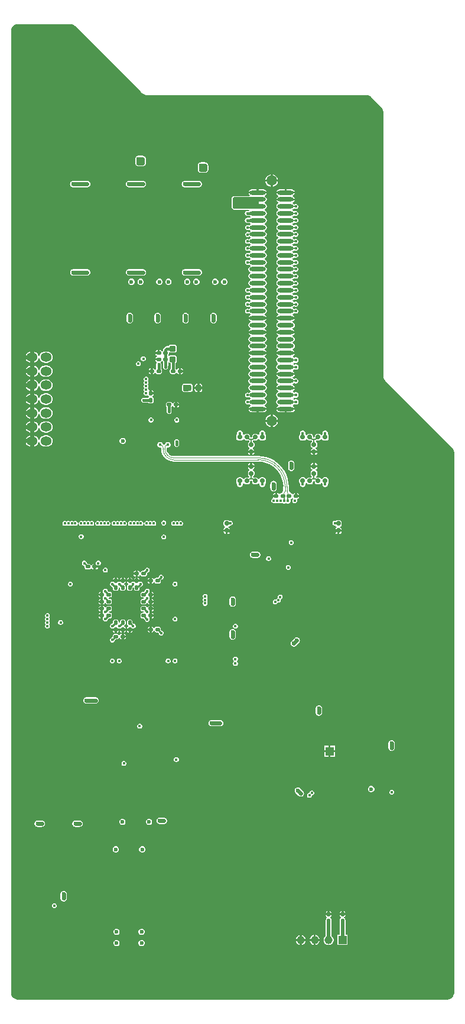
<source format=gbl>
G04*
G04 #@! TF.GenerationSoftware,Altium Limited,Altium Designer,21.7.2 (23)*
G04*
G04 Layer_Physical_Order=8*
G04 Layer_Color=16711680*
%FSLAX43Y43*%
%MOMM*%
G71*
G04*
G04 #@! TF.SameCoordinates,4C2FF4CC-5A0A-4329-9E61-CD26E28B66C0*
G04*
G04*
G04 #@! TF.FilePolarity,Positive*
G04*
G01*
G75*
%ADD11C,0.250*%
%ADD17C,0.300*%
G04:AMPARAMS|DCode=28|XSize=0.61mm|YSize=0.6mm|CornerRadius=0.15mm|HoleSize=0mm|Usage=FLASHONLY|Rotation=270.000|XOffset=0mm|YOffset=0mm|HoleType=Round|Shape=RoundedRectangle|*
%AMROUNDEDRECTD28*
21,1,0.610,0.300,0,0,270.0*
21,1,0.310,0.600,0,0,270.0*
1,1,0.300,-0.150,-0.155*
1,1,0.300,-0.150,0.155*
1,1,0.300,0.150,0.155*
1,1,0.300,0.150,-0.155*
%
%ADD28ROUNDEDRECTD28*%
G04:AMPARAMS|DCode=33|XSize=0.5mm|YSize=0.6mm|CornerRadius=0.125mm|HoleSize=0mm|Usage=FLASHONLY|Rotation=270.000|XOffset=0mm|YOffset=0mm|HoleType=Round|Shape=RoundedRectangle|*
%AMROUNDEDRECTD33*
21,1,0.500,0.350,0,0,270.0*
21,1,0.250,0.600,0,0,270.0*
1,1,0.250,-0.175,-0.125*
1,1,0.250,-0.175,0.125*
1,1,0.250,0.175,0.125*
1,1,0.250,0.175,-0.125*
%
%ADD33ROUNDEDRECTD33*%
G04:AMPARAMS|DCode=34|XSize=0.5mm|YSize=0.6mm|CornerRadius=0.125mm|HoleSize=0mm|Usage=FLASHONLY|Rotation=0.000|XOffset=0mm|YOffset=0mm|HoleType=Round|Shape=RoundedRectangle|*
%AMROUNDEDRECTD34*
21,1,0.500,0.350,0,0,0.0*
21,1,0.250,0.600,0,0,0.0*
1,1,0.250,0.125,-0.175*
1,1,0.250,-0.125,-0.175*
1,1,0.250,-0.125,0.175*
1,1,0.250,0.125,0.175*
%
%ADD34ROUNDEDRECTD34*%
G04:AMPARAMS|DCode=41|XSize=0.9mm|YSize=0.8mm|CornerRadius=0.2mm|HoleSize=0mm|Usage=FLASHONLY|Rotation=270.000|XOffset=0mm|YOffset=0mm|HoleType=Round|Shape=RoundedRectangle|*
%AMROUNDEDRECTD41*
21,1,0.900,0.400,0,0,270.0*
21,1,0.500,0.800,0,0,270.0*
1,1,0.400,-0.200,-0.250*
1,1,0.400,-0.200,0.250*
1,1,0.400,0.200,0.250*
1,1,0.400,0.200,-0.250*
%
%ADD41ROUNDEDRECTD41*%
G04:AMPARAMS|DCode=46|XSize=0.61mm|YSize=0.6mm|CornerRadius=0.15mm|HoleSize=0mm|Usage=FLASHONLY|Rotation=180.000|XOffset=0mm|YOffset=0mm|HoleType=Round|Shape=RoundedRectangle|*
%AMROUNDEDRECTD46*
21,1,0.610,0.300,0,0,180.0*
21,1,0.310,0.600,0,0,180.0*
1,1,0.300,-0.155,0.150*
1,1,0.300,0.155,0.150*
1,1,0.300,0.155,-0.150*
1,1,0.300,-0.155,-0.150*
%
%ADD46ROUNDEDRECTD46*%
G04:AMPARAMS|DCode=54|XSize=0.9mm|YSize=0.8mm|CornerRadius=0.2mm|HoleSize=0mm|Usage=FLASHONLY|Rotation=0.000|XOffset=0mm|YOffset=0mm|HoleType=Round|Shape=RoundedRectangle|*
%AMROUNDEDRECTD54*
21,1,0.900,0.400,0,0,0.0*
21,1,0.500,0.800,0,0,0.0*
1,1,0.400,0.250,-0.200*
1,1,0.400,-0.250,-0.200*
1,1,0.400,-0.250,0.200*
1,1,0.400,0.250,0.200*
%
%ADD54ROUNDEDRECTD54*%
%ADD74C,0.500*%
%ADD76C,0.400*%
%ADD77C,0.600*%
%ADD143C,0.170*%
%ADD144C,0.115*%
%ADD145C,0.185*%
%ADD147C,6.000*%
%ADD148C,1.500*%
%ADD149R,1.250X1.250*%
%ADD150R,1.150X1.150*%
%ADD151C,1.150*%
%ADD152C,4.500*%
%ADD153O,1.600X1.300*%
%ADD154R,3.450X3.450*%
%ADD155R,1.000X1.800*%
%ADD156O,0.500X1.500*%
%ADD157R,1.800X1.000*%
%ADD158P,3.818X4X180.0*%
%ADD159P,1.626X4X180.0*%
%ADD160C,0.600*%
%ADD161C,0.400*%
%ADD162C,0.700*%
%ADD177O,2.337X0.610*%
G36*
X51000Y189700D02*
X58455Y189700D01*
X58455Y189700D01*
X58455Y189700D01*
X58457D01*
X58572Y189698D01*
X58768Y189659D01*
X58964Y189578D01*
X59140Y189460D01*
X59215Y189385D01*
X68673Y179927D01*
X68760Y179840D01*
X68832Y179775D01*
X68850Y179763D01*
X68850Y179763D01*
X68851Y179762D01*
X68993Y179667D01*
X69173Y179593D01*
X69364Y179555D01*
X69461Y179550D01*
X100851D01*
X100851Y179550D01*
X100851Y179550D01*
X100852D01*
X100969Y179548D01*
X101167Y179508D01*
X101364Y179427D01*
X101542Y179308D01*
X101618Y179232D01*
X102944Y177906D01*
X103029Y177821D01*
X103029Y177821D01*
X103112Y177734D01*
X103225Y177565D01*
X103308Y177366D01*
X103350Y177154D01*
X103350Y177046D01*
X103350Y139311D01*
X103350Y139311D01*
X103355Y139214D01*
X103393Y139023D01*
X103467Y138843D01*
X103575Y138682D01*
X103640Y138610D01*
X113185Y129065D01*
X113185Y129065D01*
X113260Y128990D01*
X113378Y128814D01*
X113459Y128618D01*
X113500Y128411D01*
X113500Y128305D01*
X113500Y51000D01*
X113500Y51000D01*
Y50902D01*
X113462Y50708D01*
X113386Y50526D01*
X113277Y50363D01*
X113137Y50223D01*
X112974Y50114D01*
X112792Y50038D01*
X112598Y50000D01*
X51000D01*
X51000Y50000D01*
X50901Y50000D01*
X50708Y50038D01*
X50526Y50114D01*
X50363Y50223D01*
X50223Y50363D01*
X50114Y50526D01*
X50038Y50708D01*
X50000Y50902D01*
X50000Y51000D01*
Y188700D01*
X50000Y188798D01*
X50038Y188992D01*
X50114Y189174D01*
X50223Y189337D01*
X50363Y189477D01*
X50526Y189586D01*
X50708Y189662D01*
X50902Y189700D01*
X51000Y189700D01*
D02*
G37*
%LPC*%
G36*
X68850Y170859D02*
X68250D01*
X68206Y170850D01*
X68160D01*
X68119Y170833D01*
X68074Y170824D01*
X68037Y170799D01*
X67995Y170781D01*
X67963Y170750D01*
X67926Y170724D01*
X67900Y170687D01*
X67869Y170655D01*
X67851Y170613D01*
X67826Y170576D01*
X67817Y170531D01*
X67800Y170490D01*
Y170444D01*
X67791Y170400D01*
Y169800D01*
X67800Y169756D01*
Y169710D01*
X67817Y169669D01*
X67826Y169624D01*
X67851Y169587D01*
X67869Y169545D01*
X67900Y169513D01*
X67926Y169476D01*
X67963Y169450D01*
X67995Y169419D01*
X68037Y169401D01*
X68074Y169376D01*
X68119Y169367D01*
X68160Y169350D01*
X68206D01*
X68250Y169341D01*
X68850D01*
X68894Y169350D01*
X68940D01*
X68981Y169367D01*
X69026Y169376D01*
X69063Y169401D01*
X69105Y169419D01*
X69137Y169450D01*
X69174Y169476D01*
X69200Y169513D01*
X69231Y169545D01*
X69249Y169587D01*
X69274Y169624D01*
X69283Y169669D01*
X69300Y169710D01*
Y169756D01*
X69309Y169800D01*
Y170400D01*
X69300Y170444D01*
Y170490D01*
X69283Y170531D01*
X69274Y170576D01*
X69249Y170613D01*
X69231Y170655D01*
X69200Y170687D01*
X69174Y170724D01*
X69137Y170750D01*
X69105Y170781D01*
X69063Y170799D01*
X69026Y170824D01*
X68981Y170833D01*
X68940Y170850D01*
X68894D01*
X68850Y170859D01*
D02*
G37*
G36*
X77800Y169909D02*
X77200D01*
X77156Y169900D01*
X77110D01*
X77069Y169883D01*
X77024Y169874D01*
X76987Y169849D01*
X76945Y169831D01*
X76913Y169800D01*
X76876Y169774D01*
X76850Y169737D01*
X76819Y169705D01*
X76801Y169663D01*
X76776Y169626D01*
X76767Y169581D01*
X76750Y169540D01*
Y169494D01*
X76741Y169450D01*
Y168850D01*
X76750Y168806D01*
Y168760D01*
X76767Y168719D01*
X76776Y168674D01*
X76801Y168637D01*
X76819Y168595D01*
X76850Y168563D01*
X76876Y168526D01*
X76913Y168500D01*
X76945Y168469D01*
X76987Y168451D01*
X77024Y168426D01*
X77069Y168417D01*
X77110Y168400D01*
X77156D01*
X77200Y168391D01*
X77800D01*
X77844Y168400D01*
X77890D01*
X77931Y168417D01*
X77976Y168426D01*
X78013Y168451D01*
X78055Y168469D01*
X78087Y168500D01*
X78124Y168526D01*
X78150Y168563D01*
X78181Y168595D01*
X78199Y168637D01*
X78224Y168674D01*
X78233Y168719D01*
X78250Y168760D01*
Y168806D01*
X78259Y168850D01*
Y169450D01*
X78250Y169494D01*
Y169540D01*
X78233Y169581D01*
X78224Y169626D01*
X78199Y169663D01*
X78181Y169705D01*
X78150Y169737D01*
X78124Y169774D01*
X78087Y169800D01*
X78055Y169831D01*
X78013Y169849D01*
X77976Y169874D01*
X77931Y169883D01*
X77890Y169900D01*
X77844D01*
X77800Y169909D01*
D02*
G37*
G36*
X87488Y168176D02*
Y167434D01*
X88230D01*
X88177Y167631D01*
X88058Y167837D01*
X87891Y168004D01*
X87685Y168123D01*
X87488Y168176D01*
D02*
G37*
G36*
X87188D02*
X86991Y168123D01*
X86785Y168004D01*
X86618Y167837D01*
X86499Y167631D01*
X86446Y167434D01*
X87188D01*
Y168176D01*
D02*
G37*
G36*
X88230Y167134D02*
X87488D01*
Y166392D01*
X87685Y166445D01*
X87891Y166564D01*
X88058Y166731D01*
X88177Y166937D01*
X88230Y167134D01*
D02*
G37*
G36*
X87188D02*
X86446D01*
X86499Y166937D01*
X86618Y166731D01*
X86785Y166564D01*
X86991Y166445D01*
X87188Y166392D01*
Y167134D01*
D02*
G37*
G36*
X76900Y167259D02*
X74900D01*
X74856Y167250D01*
X74810D01*
X74769Y167233D01*
X74724Y167224D01*
X74687Y167199D01*
X74645Y167181D01*
X74613Y167150D01*
X74576Y167124D01*
X74550Y167087D01*
X74519Y167055D01*
X74501Y167013D01*
X74476Y166976D01*
X74467Y166931D01*
X74450Y166890D01*
Y166844D01*
X74441Y166800D01*
X74450Y166756D01*
Y166710D01*
X74467Y166669D01*
X74476Y166624D01*
X74501Y166587D01*
X74519Y166545D01*
X74550Y166513D01*
X74576Y166476D01*
X74613Y166450D01*
X74645Y166419D01*
X74687Y166401D01*
X74724Y166376D01*
X74769Y166367D01*
X74810Y166350D01*
X74856D01*
X74900Y166341D01*
X76900D01*
X76944Y166350D01*
X76990D01*
X77031Y166367D01*
X77076Y166376D01*
X77113Y166401D01*
X77155Y166419D01*
X77187Y166450D01*
X77224Y166476D01*
X77250Y166513D01*
X77281Y166545D01*
X77299Y166587D01*
X77324Y166624D01*
X77333Y166669D01*
X77350Y166710D01*
Y166756D01*
X77359Y166800D01*
X77350Y166844D01*
Y166890D01*
X77333Y166931D01*
X77324Y166976D01*
X77299Y167013D01*
X77281Y167055D01*
X77250Y167087D01*
X77224Y167124D01*
X77187Y167150D01*
X77155Y167181D01*
X77113Y167199D01*
X77076Y167224D01*
X77031Y167233D01*
X76990Y167250D01*
X76944D01*
X76900Y167259D01*
D02*
G37*
G36*
X68900D02*
X66900D01*
X66856Y167250D01*
X66810D01*
X66769Y167233D01*
X66724Y167224D01*
X66687Y167199D01*
X66645Y167181D01*
X66613Y167150D01*
X66576Y167124D01*
X66550Y167087D01*
X66519Y167055D01*
X66501Y167013D01*
X66476Y166976D01*
X66467Y166931D01*
X66450Y166890D01*
Y166844D01*
X66441Y166800D01*
X66450Y166756D01*
Y166710D01*
X66467Y166669D01*
X66476Y166624D01*
X66501Y166587D01*
X66519Y166545D01*
X66550Y166513D01*
X66576Y166476D01*
X66613Y166450D01*
X66645Y166419D01*
X66687Y166401D01*
X66724Y166376D01*
X66769Y166367D01*
X66810Y166350D01*
X66856D01*
X66900Y166341D01*
X68900D01*
X68944Y166350D01*
X68990D01*
X69031Y166367D01*
X69076Y166376D01*
X69113Y166401D01*
X69155Y166419D01*
X69187Y166450D01*
X69224Y166476D01*
X69250Y166513D01*
X69281Y166545D01*
X69299Y166587D01*
X69324Y166624D01*
X69333Y166669D01*
X69350Y166710D01*
Y166756D01*
X69359Y166800D01*
X69350Y166844D01*
Y166890D01*
X69333Y166931D01*
X69324Y166976D01*
X69299Y167013D01*
X69281Y167055D01*
X69250Y167087D01*
X69224Y167124D01*
X69187Y167150D01*
X69155Y167181D01*
X69113Y167199D01*
X69076Y167224D01*
X69031Y167233D01*
X68990Y167250D01*
X68944D01*
X68900Y167259D01*
D02*
G37*
G36*
X60900D02*
X58900D01*
X58856Y167250D01*
X58810D01*
X58769Y167233D01*
X58724Y167224D01*
X58687Y167199D01*
X58645Y167181D01*
X58613Y167150D01*
X58576Y167124D01*
X58550Y167087D01*
X58519Y167055D01*
X58501Y167013D01*
X58476Y166976D01*
X58467Y166931D01*
X58450Y166890D01*
Y166844D01*
X58441Y166800D01*
X58450Y166756D01*
Y166710D01*
X58467Y166669D01*
X58476Y166624D01*
X58501Y166587D01*
X58519Y166545D01*
X58550Y166513D01*
X58576Y166476D01*
X58613Y166450D01*
X58645Y166419D01*
X58687Y166401D01*
X58724Y166376D01*
X58769Y166367D01*
X58810Y166350D01*
X58856D01*
X58900Y166341D01*
X60900D01*
X60944Y166350D01*
X60990D01*
X61031Y166367D01*
X61076Y166376D01*
X61113Y166401D01*
X61155Y166419D01*
X61187Y166450D01*
X61224Y166476D01*
X61250Y166513D01*
X61281Y166545D01*
X61299Y166587D01*
X61324Y166624D01*
X61333Y166669D01*
X61350Y166710D01*
Y166756D01*
X61359Y166800D01*
X61350Y166844D01*
Y166890D01*
X61333Y166931D01*
X61324Y166976D01*
X61299Y167013D01*
X61281Y167055D01*
X61250Y167087D01*
X61224Y167124D01*
X61187Y167150D01*
X61155Y167181D01*
X61113Y167199D01*
X61076Y167224D01*
X61031Y167233D01*
X60990Y167250D01*
X60944D01*
X60900Y167259D01*
D02*
G37*
G36*
X90202Y166048D02*
X89488D01*
Y165734D01*
X90635D01*
X90630Y165761D01*
X90529Y165912D01*
X90379Y166012D01*
X90202Y166048D01*
D02*
G37*
G36*
X86202D02*
X85488D01*
Y165734D01*
X86635D01*
X86630Y165761D01*
X86529Y165912D01*
X86379Y166012D01*
X86202Y166048D01*
D02*
G37*
G36*
X89188D02*
X88474D01*
X88297Y166012D01*
X88147Y165912D01*
X88046Y165761D01*
X88041Y165734D01*
X89188D01*
Y166048D01*
D02*
G37*
G36*
X85188D02*
X84474D01*
X84297Y166012D01*
X84146Y165912D01*
X84046Y165761D01*
X84041Y165734D01*
X85188D01*
Y166048D01*
D02*
G37*
G36*
X90635Y165434D02*
X89338D01*
X88041D01*
X88046Y165407D01*
X88147Y165256D01*
X88297Y165156D01*
X88331Y165149D01*
Y165019D01*
X88297Y165012D01*
X88147Y164912D01*
X88046Y164761D01*
X88041Y164734D01*
X89338D01*
X90635D01*
X90630Y164761D01*
X90529Y164912D01*
X90379Y165012D01*
X90345Y165019D01*
Y165149D01*
X90379Y165156D01*
X90529Y165256D01*
X90630Y165407D01*
X90635Y165434D01*
D02*
G37*
G36*
X90635Y164434D02*
X89338D01*
X88041D01*
X88046Y164407D01*
X88147Y164256D01*
X88297Y164156D01*
X88331Y164149D01*
Y164019D01*
X88297Y164012D01*
X88147Y163912D01*
X88046Y163761D01*
X88011Y163584D01*
X88046Y163407D01*
X88147Y163256D01*
X88297Y163156D01*
X88331Y163149D01*
Y163019D01*
X88297Y163012D01*
X88147Y162912D01*
X88046Y162761D01*
X88011Y162584D01*
X88046Y162407D01*
X88147Y162256D01*
X88297Y162156D01*
X88331Y162149D01*
Y162019D01*
X88297Y162012D01*
X88147Y161912D01*
X88046Y161761D01*
X88011Y161584D01*
X88046Y161407D01*
X88147Y161256D01*
X88297Y161156D01*
X88331Y161149D01*
Y161019D01*
X88297Y161012D01*
X88147Y160912D01*
X88046Y160761D01*
X88011Y160584D01*
X88046Y160407D01*
X88147Y160256D01*
X88297Y160156D01*
X88331Y160149D01*
Y160019D01*
X88297Y160012D01*
X88147Y159912D01*
X88046Y159761D01*
X88011Y159584D01*
X88046Y159407D01*
X88147Y159256D01*
X88297Y159156D01*
X88331Y159149D01*
Y159019D01*
X88297Y159012D01*
X88147Y158912D01*
X88046Y158761D01*
X88011Y158584D01*
X88046Y158407D01*
X88147Y158256D01*
X88297Y158156D01*
X88331Y158149D01*
Y158019D01*
X88297Y158012D01*
X88147Y157912D01*
X88046Y157761D01*
X88011Y157584D01*
X88046Y157407D01*
X88147Y157256D01*
X88297Y157156D01*
X88331Y157149D01*
Y157019D01*
X88297Y157012D01*
X88147Y156912D01*
X88046Y156761D01*
X88011Y156584D01*
X88046Y156407D01*
X88147Y156256D01*
X88297Y156156D01*
X88331Y156149D01*
Y156019D01*
X88297Y156012D01*
X88147Y155912D01*
X88046Y155761D01*
X88011Y155584D01*
X88046Y155407D01*
X88147Y155256D01*
X88297Y155156D01*
X88331Y155149D01*
Y155019D01*
X88297Y155012D01*
X88147Y154912D01*
X88046Y154761D01*
X88011Y154584D01*
X88046Y154407D01*
X88147Y154256D01*
X88297Y154156D01*
X88331Y154149D01*
Y154019D01*
X88297Y154012D01*
X88147Y153912D01*
X88046Y153761D01*
X88011Y153584D01*
X88046Y153407D01*
X88147Y153256D01*
X88297Y153156D01*
X88331Y153149D01*
Y153019D01*
X88297Y153012D01*
X88147Y152912D01*
X88046Y152761D01*
X88011Y152584D01*
X88046Y152407D01*
X88147Y152256D01*
X88297Y152156D01*
X88331Y152149D01*
Y152019D01*
X88297Y152012D01*
X88147Y151912D01*
X88046Y151761D01*
X88011Y151584D01*
X88046Y151407D01*
X88147Y151256D01*
X88297Y151156D01*
X88331Y151149D01*
Y151019D01*
X88297Y151012D01*
X88147Y150912D01*
X88046Y150761D01*
X88011Y150584D01*
X88046Y150407D01*
X88147Y150256D01*
X88297Y150156D01*
X88331Y150149D01*
Y150019D01*
X88297Y150012D01*
X88147Y149912D01*
X88046Y149761D01*
X88011Y149584D01*
X88046Y149407D01*
X88147Y149256D01*
X88297Y149156D01*
X88331Y149149D01*
Y149019D01*
X88297Y149012D01*
X88147Y148912D01*
X88046Y148761D01*
X88011Y148584D01*
X88046Y148407D01*
X88147Y148256D01*
X88297Y148156D01*
X88331Y148149D01*
Y148019D01*
X88297Y148012D01*
X88147Y147912D01*
X88046Y147761D01*
X88041Y147734D01*
X89338D01*
X90635D01*
X90630Y147761D01*
X90529Y147912D01*
X90379Y148012D01*
X90345Y148019D01*
Y148149D01*
X90379Y148156D01*
X90529Y148256D01*
X90547Y148282D01*
X90602Y148287D01*
X90730Y148234D01*
X90870D01*
X90998Y148287D01*
X91097Y148386D01*
X91150Y148514D01*
Y148654D01*
X91097Y148782D01*
X90998Y148881D01*
X90870Y148934D01*
X90730D01*
X90602Y148881D01*
X90547Y148886D01*
X90529Y148912D01*
X90379Y149012D01*
X90345Y149019D01*
Y149149D01*
X90379Y149156D01*
X90529Y149256D01*
X90547Y149282D01*
X90602Y149287D01*
X90730Y149234D01*
X90870D01*
X90998Y149287D01*
X91097Y149386D01*
X91150Y149514D01*
Y149654D01*
X91097Y149782D01*
X90998Y149881D01*
X90870Y149934D01*
X90730D01*
X90602Y149881D01*
X90547Y149886D01*
X90529Y149912D01*
X90379Y150012D01*
X90345Y150019D01*
Y150149D01*
X90379Y150156D01*
X90529Y150256D01*
X90547Y150282D01*
X90602Y150287D01*
X90730Y150234D01*
X90870D01*
X90998Y150287D01*
X91097Y150386D01*
X91150Y150514D01*
Y150654D01*
X91097Y150782D01*
X90998Y150881D01*
X90870Y150934D01*
X90730D01*
X90602Y150881D01*
X90547Y150886D01*
X90529Y150912D01*
X90379Y151012D01*
X90345Y151019D01*
Y151149D01*
X90379Y151156D01*
X90529Y151256D01*
X90547Y151282D01*
X90602Y151287D01*
X90730Y151234D01*
X90870D01*
X90998Y151287D01*
X91097Y151386D01*
X91150Y151514D01*
Y151654D01*
X91097Y151782D01*
X90998Y151881D01*
X90870Y151934D01*
X90730D01*
X90602Y151881D01*
X90547Y151886D01*
X90529Y151912D01*
X90379Y152012D01*
X90345Y152019D01*
Y152149D01*
X90379Y152156D01*
X90529Y152256D01*
X90547Y152282D01*
X90602Y152287D01*
X90730Y152234D01*
X90870D01*
X90998Y152287D01*
X91097Y152386D01*
X91150Y152514D01*
Y152654D01*
X91097Y152782D01*
X90998Y152881D01*
X90870Y152934D01*
X90730D01*
X90602Y152881D01*
X90547Y152886D01*
X90529Y152912D01*
X90379Y153012D01*
X90345Y153019D01*
Y153149D01*
X90379Y153156D01*
X90529Y153256D01*
X90547Y153282D01*
X90602Y153287D01*
X90730Y153234D01*
X90870D01*
X90998Y153287D01*
X91097Y153386D01*
X91150Y153514D01*
Y153654D01*
X91097Y153782D01*
X90998Y153881D01*
X90870Y153934D01*
X90730D01*
X90602Y153881D01*
X90547Y153886D01*
X90529Y153912D01*
X90379Y154012D01*
X90345Y154019D01*
Y154149D01*
X90379Y154156D01*
X90529Y154256D01*
X90547Y154282D01*
X90602Y154287D01*
X90730Y154234D01*
X90870D01*
X90998Y154287D01*
X91097Y154386D01*
X91150Y154514D01*
Y154654D01*
X91097Y154782D01*
X90998Y154881D01*
X90870Y154934D01*
X90730D01*
X90602Y154881D01*
X90547Y154886D01*
X90529Y154912D01*
X90379Y155012D01*
X90345Y155019D01*
Y155149D01*
X90379Y155156D01*
X90529Y155256D01*
X90547Y155282D01*
X90602Y155287D01*
X90730Y155234D01*
X90870D01*
X90998Y155287D01*
X91097Y155386D01*
X91150Y155514D01*
Y155654D01*
X91097Y155782D01*
X90998Y155881D01*
X90870Y155934D01*
X90730D01*
X90602Y155881D01*
X90547Y155886D01*
X90529Y155912D01*
X90379Y156012D01*
X90345Y156019D01*
Y156149D01*
X90379Y156156D01*
X90529Y156256D01*
X90547Y156282D01*
X90602Y156287D01*
X90730Y156234D01*
X90870D01*
X90998Y156287D01*
X91097Y156386D01*
X91150Y156514D01*
Y156654D01*
X91097Y156782D01*
X90998Y156881D01*
X90870Y156934D01*
X90730D01*
X90602Y156881D01*
X90547Y156886D01*
X90529Y156912D01*
X90379Y157012D01*
X90345Y157019D01*
Y157149D01*
X90379Y157156D01*
X90529Y157256D01*
X90547Y157282D01*
X90602Y157287D01*
X90730Y157234D01*
X90870D01*
X90998Y157287D01*
X91097Y157386D01*
X91150Y157514D01*
Y157654D01*
X91097Y157782D01*
X90998Y157881D01*
X90870Y157934D01*
X90730D01*
X90602Y157881D01*
X90547Y157886D01*
X90529Y157912D01*
X90379Y158012D01*
X90345Y158019D01*
Y158149D01*
X90379Y158156D01*
X90529Y158256D01*
X90547Y158282D01*
X90602Y158287D01*
X90730Y158234D01*
X90870D01*
X90998Y158287D01*
X91097Y158386D01*
X91150Y158514D01*
Y158654D01*
X91097Y158782D01*
X90998Y158881D01*
X90870Y158934D01*
X90730D01*
X90602Y158881D01*
X90547Y158886D01*
X90529Y158912D01*
X90379Y159012D01*
X90345Y159019D01*
Y159149D01*
X90379Y159156D01*
X90529Y159256D01*
X90547Y159282D01*
X90602Y159287D01*
X90730Y159234D01*
X90870D01*
X90998Y159287D01*
X91097Y159386D01*
X91150Y159514D01*
Y159654D01*
X91097Y159782D01*
X90998Y159881D01*
X90870Y159934D01*
X90730D01*
X90602Y159881D01*
X90547Y159886D01*
X90529Y159912D01*
X90379Y160012D01*
X90345Y160019D01*
Y160149D01*
X90379Y160156D01*
X90529Y160256D01*
X90547Y160282D01*
X90602Y160287D01*
X90730Y160234D01*
X90870D01*
X90998Y160287D01*
X91097Y160386D01*
X91150Y160514D01*
Y160654D01*
X91097Y160782D01*
X90998Y160881D01*
X90870Y160934D01*
X90730D01*
X90602Y160881D01*
X90547Y160886D01*
X90529Y160912D01*
X90379Y161012D01*
X90345Y161019D01*
Y161149D01*
X90379Y161156D01*
X90529Y161256D01*
X90547Y161282D01*
X90602Y161287D01*
X90730Y161234D01*
X90870D01*
X90998Y161287D01*
X91097Y161386D01*
X91150Y161514D01*
Y161654D01*
X91097Y161782D01*
X90998Y161881D01*
X90870Y161934D01*
X90730D01*
X90602Y161881D01*
X90547Y161886D01*
X90529Y161912D01*
X90379Y162012D01*
X90345Y162019D01*
Y162149D01*
X90379Y162156D01*
X90529Y162256D01*
X90547Y162282D01*
X90602Y162287D01*
X90730Y162234D01*
X90870D01*
X90998Y162287D01*
X91097Y162386D01*
X91150Y162514D01*
Y162654D01*
X91097Y162782D01*
X90998Y162881D01*
X90870Y162934D01*
X90730D01*
X90602Y162881D01*
X90547Y162886D01*
X90529Y162912D01*
X90379Y163012D01*
X90345Y163019D01*
Y163149D01*
X90379Y163156D01*
X90529Y163256D01*
X90547Y163282D01*
X90602Y163287D01*
X90730Y163234D01*
X90870D01*
X90998Y163287D01*
X91097Y163386D01*
X91150Y163514D01*
Y163654D01*
X91097Y163782D01*
X90998Y163881D01*
X90870Y163934D01*
X90730D01*
X90602Y163881D01*
X90547Y163886D01*
X90529Y163912D01*
X90379Y164012D01*
X90345Y164019D01*
Y164149D01*
X90379Y164156D01*
X90529Y164256D01*
X90630Y164407D01*
X90635Y164434D01*
D02*
G37*
G36*
X86635Y165434D02*
X85338D01*
X84041D01*
X84046Y165407D01*
X84146Y165256D01*
X84219Y165207D01*
X84181Y165080D01*
X81940D01*
X81825Y165033D01*
X81625Y164833D01*
X81578Y164718D01*
Y163468D01*
X81625Y163353D01*
X81825Y163153D01*
X81940Y163106D01*
X84073D01*
X84136Y162979D01*
X84120Y162957D01*
X83850D01*
X83816Y162950D01*
X83780D01*
X83748Y162937D01*
X83713Y162930D01*
X83684Y162910D01*
X83652Y162897D01*
X83627Y162872D01*
X83598Y162852D01*
X83578Y162823D01*
X83553Y162798D01*
X83540Y162766D01*
X83520Y162737D01*
X83513Y162702D01*
X83500Y162670D01*
Y162634D01*
X83493Y162600D01*
X83500Y162566D01*
Y162530D01*
X83513Y162498D01*
X83520Y162463D01*
X83540Y162434D01*
X83553Y162402D01*
X83578Y162377D01*
X83598Y162348D01*
X83627Y162328D01*
X83652Y162303D01*
X83684Y162290D01*
X83713Y162270D01*
X83748Y162263D01*
X83780Y162250D01*
X83816D01*
X83850Y162243D01*
X84166D01*
X84297Y162156D01*
X84331Y162149D01*
Y162019D01*
X84297Y162012D01*
X84214Y161957D01*
X83850D01*
X83816Y161950D01*
X83780D01*
X83748Y161937D01*
X83713Y161930D01*
X83684Y161910D01*
X83652Y161897D01*
X83627Y161872D01*
X83598Y161852D01*
X83578Y161823D01*
X83553Y161798D01*
X83540Y161766D01*
X83520Y161737D01*
X83513Y161702D01*
X83500Y161670D01*
Y161634D01*
X83493Y161600D01*
X83500Y161566D01*
Y161530D01*
X83513Y161498D01*
X83520Y161463D01*
X83540Y161434D01*
X83553Y161402D01*
X83578Y161377D01*
X83598Y161348D01*
X83627Y161328D01*
X83652Y161303D01*
X83684Y161290D01*
X83713Y161270D01*
X83748Y161263D01*
X83780Y161250D01*
X83816D01*
X83850Y161243D01*
X84166D01*
X84297Y161156D01*
X84331Y161149D01*
Y161019D01*
X84297Y161012D01*
X84146Y160912D01*
X84121Y160874D01*
X84098Y160872D01*
X83970Y160925D01*
X83830D01*
X83702Y160872D01*
X83603Y160773D01*
X83550Y160645D01*
Y160505D01*
X83603Y160377D01*
X83702Y160278D01*
X83830Y160225D01*
X83970D01*
X84098Y160278D01*
X84134Y160275D01*
X84146Y160256D01*
X84297Y160156D01*
X84331Y160149D01*
Y160019D01*
X84297Y160012D01*
X84146Y159912D01*
X84121Y159874D01*
X84098Y159872D01*
X83970Y159925D01*
X83830D01*
X83702Y159872D01*
X83603Y159773D01*
X83550Y159645D01*
Y159505D01*
X83603Y159377D01*
X83702Y159278D01*
X83830Y159225D01*
X83970D01*
X84098Y159278D01*
X84134Y159275D01*
X84146Y159256D01*
X84297Y159156D01*
X84331Y159149D01*
Y159019D01*
X84297Y159012D01*
X84146Y158912D01*
X84129Y158886D01*
X84074Y158881D01*
X83946Y158934D01*
X83806D01*
X83678Y158881D01*
X83579Y158782D01*
X83526Y158654D01*
Y158514D01*
X83579Y158386D01*
X83678Y158287D01*
X83806Y158234D01*
X83946D01*
X84074Y158287D01*
X84129Y158282D01*
X84146Y158256D01*
X84297Y158156D01*
X84331Y158149D01*
Y158019D01*
X84297Y158012D01*
X84146Y157912D01*
X84129Y157886D01*
X84074Y157881D01*
X83946Y157934D01*
X83806D01*
X83678Y157881D01*
X83579Y157782D01*
X83526Y157654D01*
Y157514D01*
X83579Y157386D01*
X83678Y157287D01*
X83806Y157234D01*
X83946D01*
X84074Y157287D01*
X84129Y157282D01*
X84146Y157256D01*
X84297Y157156D01*
X84331Y157149D01*
Y157019D01*
X84297Y157012D01*
X84146Y156912D01*
X84129Y156886D01*
X84074Y156881D01*
X83946Y156934D01*
X83806D01*
X83678Y156881D01*
X83579Y156782D01*
X83526Y156654D01*
Y156514D01*
X83579Y156386D01*
X83678Y156287D01*
X83806Y156234D01*
X83946D01*
X84074Y156287D01*
X84129Y156282D01*
X84146Y156256D01*
X84297Y156156D01*
X84331Y156149D01*
Y156019D01*
X84297Y156012D01*
X84146Y155912D01*
X84129Y155886D01*
X84074Y155881D01*
X83946Y155934D01*
X83806D01*
X83678Y155881D01*
X83579Y155782D01*
X83526Y155654D01*
Y155514D01*
X83579Y155386D01*
X83678Y155287D01*
X83806Y155234D01*
X83946D01*
X84074Y155287D01*
X84129Y155282D01*
X84146Y155256D01*
X84297Y155156D01*
X84331Y155149D01*
Y155019D01*
X84297Y155012D01*
X84146Y154912D01*
X84046Y154761D01*
X84011Y154584D01*
X84046Y154407D01*
X84146Y154256D01*
X84297Y154156D01*
X84331Y154149D01*
Y154019D01*
X84297Y154012D01*
X84146Y153912D01*
X84046Y153761D01*
X84011Y153584D01*
X84046Y153407D01*
X84146Y153256D01*
X84297Y153156D01*
X84331Y153149D01*
Y153019D01*
X84297Y153012D01*
X84146Y152912D01*
X84046Y152761D01*
X84011Y152584D01*
X84046Y152407D01*
X84146Y152256D01*
X84297Y152156D01*
X84331Y152149D01*
Y152019D01*
X84297Y152012D01*
X84146Y151912D01*
X84129Y151886D01*
X84074Y151881D01*
X83946Y151934D01*
X83806D01*
X83678Y151881D01*
X83579Y151782D01*
X83526Y151654D01*
Y151514D01*
X83579Y151386D01*
X83678Y151287D01*
X83806Y151234D01*
X83946D01*
X84074Y151287D01*
X84129Y151282D01*
X84146Y151256D01*
X84297Y151156D01*
X84331Y151149D01*
Y151019D01*
X84297Y151012D01*
X84146Y150912D01*
X84129Y150886D01*
X84074Y150881D01*
X83946Y150934D01*
X83806D01*
X83678Y150881D01*
X83579Y150782D01*
X83526Y150654D01*
Y150514D01*
X83579Y150386D01*
X83678Y150287D01*
X83806Y150234D01*
X83946D01*
X84074Y150287D01*
X84129Y150282D01*
X84146Y150256D01*
X84297Y150156D01*
X84331Y150149D01*
Y150019D01*
X84297Y150012D01*
X84146Y149912D01*
X84129Y149886D01*
X84074Y149881D01*
X83946Y149934D01*
X83806D01*
X83678Y149881D01*
X83579Y149782D01*
X83526Y149654D01*
Y149514D01*
X83579Y149386D01*
X83678Y149287D01*
X83806Y149234D01*
X83946D01*
X84074Y149287D01*
X84129Y149282D01*
X84146Y149256D01*
X84297Y149156D01*
X84331Y149149D01*
Y149019D01*
X84297Y149012D01*
X84146Y148912D01*
X84129Y148886D01*
X84074Y148881D01*
X83946Y148934D01*
X83806D01*
X83678Y148881D01*
X83579Y148782D01*
X83526Y148654D01*
Y148514D01*
X83579Y148386D01*
X83678Y148287D01*
X83806Y148234D01*
X83946D01*
X84074Y148287D01*
X84129Y148282D01*
X84146Y148256D01*
X84297Y148156D01*
X84331Y148149D01*
Y148019D01*
X84297Y148012D01*
X84146Y147912D01*
X84046Y147761D01*
X84041Y147734D01*
X85338D01*
X86635D01*
X86630Y147761D01*
X86529Y147912D01*
X86379Y148012D01*
X86345Y148019D01*
Y148149D01*
X86379Y148156D01*
X86529Y148256D01*
X86630Y148407D01*
X86665Y148584D01*
X86630Y148761D01*
X86529Y148912D01*
X86379Y149012D01*
X86345Y149019D01*
Y149149D01*
X86379Y149156D01*
X86529Y149256D01*
X86630Y149407D01*
X86665Y149584D01*
X86630Y149761D01*
X86529Y149912D01*
X86379Y150012D01*
X86345Y150019D01*
Y150149D01*
X86379Y150156D01*
X86529Y150256D01*
X86630Y150407D01*
X86665Y150584D01*
X86630Y150761D01*
X86529Y150912D01*
X86379Y151012D01*
X86345Y151019D01*
Y151149D01*
X86379Y151156D01*
X86529Y151256D01*
X86630Y151407D01*
X86665Y151584D01*
X86630Y151761D01*
X86529Y151912D01*
X86379Y152012D01*
X86345Y152019D01*
Y152149D01*
X86379Y152156D01*
X86529Y152256D01*
X86630Y152407D01*
X86665Y152584D01*
X86630Y152761D01*
X86529Y152912D01*
X86379Y153012D01*
X86345Y153019D01*
Y153149D01*
X86379Y153156D01*
X86529Y153256D01*
X86630Y153407D01*
X86665Y153584D01*
X86630Y153761D01*
X86529Y153912D01*
X86379Y154012D01*
X86345Y154019D01*
Y154149D01*
X86379Y154156D01*
X86529Y154256D01*
X86630Y154407D01*
X86665Y154584D01*
X86630Y154761D01*
X86529Y154912D01*
X86379Y155012D01*
X86345Y155019D01*
Y155149D01*
X86379Y155156D01*
X86529Y155256D01*
X86630Y155407D01*
X86665Y155584D01*
X86630Y155761D01*
X86529Y155912D01*
X86379Y156012D01*
X86345Y156019D01*
Y156149D01*
X86379Y156156D01*
X86529Y156256D01*
X86630Y156407D01*
X86665Y156584D01*
X86630Y156761D01*
X86529Y156912D01*
X86379Y157012D01*
X86345Y157019D01*
Y157149D01*
X86379Y157156D01*
X86529Y157256D01*
X86630Y157407D01*
X86665Y157584D01*
X86630Y157761D01*
X86529Y157912D01*
X86379Y158012D01*
X86345Y158019D01*
Y158149D01*
X86379Y158156D01*
X86529Y158256D01*
X86630Y158407D01*
X86665Y158584D01*
X86630Y158761D01*
X86529Y158912D01*
X86379Y159012D01*
X86345Y159019D01*
Y159149D01*
X86379Y159156D01*
X86529Y159256D01*
X86630Y159407D01*
X86665Y159584D01*
X86630Y159761D01*
X86529Y159912D01*
X86379Y160012D01*
X86345Y160019D01*
Y160149D01*
X86379Y160156D01*
X86529Y160256D01*
X86630Y160407D01*
X86665Y160584D01*
X86630Y160761D01*
X86529Y160912D01*
X86379Y161012D01*
X86345Y161019D01*
Y161149D01*
X86379Y161156D01*
X86529Y161256D01*
X86630Y161407D01*
X86665Y161584D01*
X86630Y161761D01*
X86529Y161912D01*
X86379Y162012D01*
X86345Y162019D01*
Y162149D01*
X86379Y162156D01*
X86529Y162256D01*
X86630Y162407D01*
X86665Y162584D01*
X86630Y162761D01*
X86529Y162912D01*
X86379Y163012D01*
X86345Y163019D01*
Y163149D01*
X86379Y163156D01*
X86529Y163256D01*
X86630Y163407D01*
X86665Y163584D01*
X86630Y163761D01*
X86529Y163912D01*
X86379Y164012D01*
X86345Y164019D01*
Y164149D01*
X86379Y164156D01*
X86529Y164256D01*
X86630Y164407D01*
X86665Y164584D01*
X86630Y164761D01*
X86529Y164912D01*
X86379Y165012D01*
X86345Y165019D01*
Y165149D01*
X86379Y165156D01*
X86529Y165256D01*
X86630Y165407D01*
X86635Y165434D01*
D02*
G37*
G36*
X60900Y154609D02*
X58900D01*
X58856Y154600D01*
X58810D01*
X58769Y154583D01*
X58724Y154574D01*
X58687Y154549D01*
X58645Y154531D01*
X58613Y154500D01*
X58576Y154474D01*
X58550Y154437D01*
X58519Y154405D01*
X58501Y154363D01*
X58476Y154326D01*
X58467Y154281D01*
X58450Y154240D01*
Y154194D01*
X58441Y154150D01*
X58450Y154106D01*
Y154060D01*
X58467Y154019D01*
X58476Y153974D01*
X58501Y153937D01*
X58519Y153895D01*
X58550Y153863D01*
X58576Y153826D01*
X58613Y153800D01*
X58645Y153769D01*
X58687Y153751D01*
X58724Y153726D01*
X58769Y153717D01*
X58810Y153700D01*
X58856D01*
X58900Y153691D01*
X60900D01*
X60944Y153700D01*
X60990D01*
X61031Y153717D01*
X61076Y153726D01*
X61113Y153751D01*
X61155Y153769D01*
X61187Y153800D01*
X61224Y153826D01*
X61250Y153863D01*
X61281Y153895D01*
X61299Y153937D01*
X61324Y153974D01*
X61333Y154019D01*
X61350Y154060D01*
Y154106D01*
X61359Y154150D01*
X61350Y154194D01*
Y154240D01*
X61333Y154281D01*
X61324Y154326D01*
X61299Y154363D01*
X61281Y154405D01*
X61250Y154437D01*
X61224Y154474D01*
X61187Y154500D01*
X61155Y154531D01*
X61113Y154549D01*
X61076Y154574D01*
X61031Y154583D01*
X60990Y154600D01*
X60944D01*
X60900Y154609D01*
D02*
G37*
G36*
X76900Y154609D02*
X74900D01*
X74856Y154600D01*
X74810D01*
X74769Y154583D01*
X74724Y154574D01*
X74687Y154549D01*
X74645Y154531D01*
X74613Y154500D01*
X74576Y154474D01*
X74550Y154437D01*
X74519Y154405D01*
X74501Y154363D01*
X74476Y154326D01*
X74467Y154281D01*
X74450Y154240D01*
Y154194D01*
X74441Y154150D01*
X74450Y154106D01*
Y154060D01*
X74467Y154019D01*
X74476Y153974D01*
X74501Y153937D01*
X74519Y153895D01*
X74550Y153863D01*
X74576Y153826D01*
X74613Y153800D01*
X74645Y153769D01*
X74687Y153751D01*
X74724Y153726D01*
X74769Y153717D01*
X74810Y153700D01*
X74856D01*
X74900Y153691D01*
X76900D01*
X76944Y153700D01*
X76990D01*
X77031Y153717D01*
X77076Y153726D01*
X77113Y153751D01*
X77155Y153769D01*
X77187Y153800D01*
X77224Y153826D01*
X77250Y153863D01*
X77281Y153895D01*
X77299Y153937D01*
X77324Y153974D01*
X77333Y154019D01*
X77350Y154060D01*
Y154106D01*
X77359Y154150D01*
X77350Y154194D01*
Y154240D01*
X77333Y154281D01*
X77324Y154326D01*
X77299Y154363D01*
X77281Y154405D01*
X77250Y154437D01*
X77224Y154474D01*
X77187Y154500D01*
X77155Y154531D01*
X77113Y154549D01*
X77076Y154574D01*
X77031Y154583D01*
X76990Y154600D01*
X76944D01*
X76900Y154609D01*
D02*
G37*
G36*
X68900D02*
X66900D01*
X66856Y154600D01*
X66810D01*
X66769Y154583D01*
X66724Y154574D01*
X66687Y154549D01*
X66645Y154531D01*
X66613Y154500D01*
X66576Y154474D01*
X66550Y154437D01*
X66519Y154405D01*
X66501Y154363D01*
X66476Y154326D01*
X66467Y154281D01*
X66450Y154240D01*
Y154194D01*
X66441Y154150D01*
X66450Y154106D01*
Y154060D01*
X66467Y154019D01*
X66476Y153974D01*
X66501Y153937D01*
X66519Y153895D01*
X66550Y153863D01*
X66576Y153826D01*
X66613Y153800D01*
X66645Y153769D01*
X66687Y153751D01*
X66724Y153726D01*
X66769Y153717D01*
X66810Y153700D01*
X66856D01*
X66900Y153691D01*
X68900D01*
X68944Y153700D01*
X68990D01*
X69031Y153717D01*
X69076Y153726D01*
X69113Y153751D01*
X69155Y153769D01*
X69187Y153800D01*
X69224Y153826D01*
X69250Y153863D01*
X69281Y153895D01*
X69299Y153937D01*
X69324Y153974D01*
X69333Y154019D01*
X69350Y154060D01*
Y154106D01*
X69359Y154150D01*
X69350Y154194D01*
Y154240D01*
X69333Y154281D01*
X69324Y154326D01*
X69299Y154363D01*
X69281Y154405D01*
X69250Y154437D01*
X69224Y154474D01*
X69187Y154500D01*
X69155Y154531D01*
X69113Y154549D01*
X69076Y154574D01*
X69031Y154583D01*
X68990Y154600D01*
X68944D01*
X68900Y154609D01*
D02*
G37*
G36*
X80640Y153250D02*
X80460D01*
X80295Y153181D01*
X80169Y153055D01*
X80100Y152890D01*
Y152710D01*
X80169Y152545D01*
X80295Y152419D01*
X80460Y152350D01*
X80640D01*
X80805Y152419D01*
X80931Y152545D01*
X81000Y152710D01*
Y152890D01*
X80931Y153055D01*
X80805Y153181D01*
X80640Y153250D01*
D02*
G37*
G36*
X79340D02*
X79160D01*
X78995Y153181D01*
X78869Y153055D01*
X78800Y152890D01*
Y152710D01*
X78869Y152545D01*
X78995Y152419D01*
X79160Y152350D01*
X79340D01*
X79505Y152419D01*
X79631Y152545D01*
X79700Y152710D01*
Y152890D01*
X79631Y153055D01*
X79505Y153181D01*
X79340Y153250D01*
D02*
G37*
G36*
X76640D02*
X76460D01*
X76295Y153181D01*
X76169Y153055D01*
X76100Y152890D01*
Y152710D01*
X76169Y152545D01*
X76295Y152419D01*
X76460Y152350D01*
X76640D01*
X76805Y152419D01*
X76931Y152545D01*
X77000Y152710D01*
Y152890D01*
X76931Y153055D01*
X76805Y153181D01*
X76640Y153250D01*
D02*
G37*
G36*
X75340D02*
X75160D01*
X74995Y153181D01*
X74869Y153055D01*
X74800Y152890D01*
Y152710D01*
X74869Y152545D01*
X74995Y152419D01*
X75160Y152350D01*
X75340D01*
X75505Y152419D01*
X75631Y152545D01*
X75700Y152710D01*
Y152890D01*
X75631Y153055D01*
X75505Y153181D01*
X75340Y153250D01*
D02*
G37*
G36*
X72640D02*
X72460D01*
X72295Y153181D01*
X72169Y153055D01*
X72100Y152890D01*
Y152710D01*
X72169Y152545D01*
X72295Y152419D01*
X72460Y152350D01*
X72640D01*
X72805Y152419D01*
X72931Y152545D01*
X73000Y152710D01*
Y152890D01*
X72931Y153055D01*
X72805Y153181D01*
X72640Y153250D01*
D02*
G37*
G36*
X71340D02*
X71160D01*
X70995Y153181D01*
X70869Y153055D01*
X70800Y152890D01*
Y152710D01*
X70869Y152545D01*
X70995Y152419D01*
X71160Y152350D01*
X71340D01*
X71505Y152419D01*
X71631Y152545D01*
X71700Y152710D01*
Y152890D01*
X71631Y153055D01*
X71505Y153181D01*
X71340Y153250D01*
D02*
G37*
G36*
X68640D02*
X68460D01*
X68295Y153181D01*
X68169Y153055D01*
X68100Y152890D01*
Y152710D01*
X68169Y152545D01*
X68295Y152419D01*
X68460Y152350D01*
X68640D01*
X68805Y152419D01*
X68931Y152545D01*
X69000Y152710D01*
Y152890D01*
X68931Y153055D01*
X68805Y153181D01*
X68640Y153250D01*
D02*
G37*
G36*
X67340D02*
X67160D01*
X66995Y153181D01*
X66869Y153055D01*
X66800Y152890D01*
Y152710D01*
X66869Y152545D01*
X66995Y152419D01*
X67160Y152350D01*
X67340D01*
X67505Y152419D01*
X67631Y152545D01*
X67700Y152710D01*
Y152890D01*
X67631Y153055D01*
X67505Y153181D01*
X67340Y153250D01*
D02*
G37*
G36*
X79000Y148359D02*
X78956Y148350D01*
X78910D01*
X78869Y148333D01*
X78824Y148324D01*
X78787Y148299D01*
X78745Y148281D01*
X78713Y148250D01*
X78676Y148224D01*
X78650Y148187D01*
X78619Y148155D01*
X78601Y148113D01*
X78576Y148076D01*
X78567Y148031D01*
X78550Y147990D01*
Y147944D01*
X78541Y147900D01*
Y147300D01*
X78550Y147256D01*
Y147210D01*
X78567Y147169D01*
X78576Y147124D01*
X78601Y147087D01*
X78619Y147045D01*
X78650Y147013D01*
X78676Y146976D01*
X78713Y146950D01*
X78745Y146919D01*
X78787Y146901D01*
X78824Y146876D01*
X78869Y146867D01*
X78910Y146850D01*
X78956D01*
X79000Y146841D01*
X79044Y146850D01*
X79090D01*
X79131Y146867D01*
X79176Y146876D01*
X79213Y146901D01*
X79255Y146919D01*
X79287Y146950D01*
X79324Y146976D01*
X79350Y147013D01*
X79381Y147045D01*
X79399Y147087D01*
X79424Y147124D01*
X79433Y147169D01*
X79450Y147210D01*
Y147256D01*
X79459Y147300D01*
Y147900D01*
X79450Y147944D01*
Y147990D01*
X79433Y148031D01*
X79424Y148076D01*
X79399Y148113D01*
X79381Y148155D01*
X79350Y148187D01*
X79324Y148224D01*
X79287Y148250D01*
X79255Y148281D01*
X79213Y148299D01*
X79176Y148324D01*
X79131Y148333D01*
X79090Y148350D01*
X79044D01*
X79000Y148359D01*
D02*
G37*
G36*
X75000D02*
X74956Y148350D01*
X74910D01*
X74869Y148333D01*
X74824Y148324D01*
X74787Y148299D01*
X74745Y148281D01*
X74713Y148250D01*
X74676Y148224D01*
X74650Y148187D01*
X74619Y148155D01*
X74601Y148113D01*
X74576Y148076D01*
X74567Y148031D01*
X74550Y147990D01*
Y147944D01*
X74541Y147900D01*
Y147300D01*
X74550Y147256D01*
Y147210D01*
X74567Y147169D01*
X74576Y147124D01*
X74601Y147087D01*
X74619Y147045D01*
X74650Y147013D01*
X74676Y146976D01*
X74713Y146950D01*
X74745Y146919D01*
X74787Y146901D01*
X74824Y146876D01*
X74869Y146867D01*
X74910Y146850D01*
X74956D01*
X75000Y146841D01*
X75044Y146850D01*
X75090D01*
X75131Y146867D01*
X75176Y146876D01*
X75213Y146901D01*
X75255Y146919D01*
X75287Y146950D01*
X75324Y146976D01*
X75350Y147013D01*
X75381Y147045D01*
X75399Y147087D01*
X75424Y147124D01*
X75433Y147169D01*
X75450Y147210D01*
Y147256D01*
X75459Y147300D01*
Y147900D01*
X75450Y147944D01*
Y147990D01*
X75433Y148031D01*
X75424Y148076D01*
X75399Y148113D01*
X75381Y148155D01*
X75350Y148187D01*
X75324Y148224D01*
X75287Y148250D01*
X75255Y148281D01*
X75213Y148299D01*
X75176Y148324D01*
X75131Y148333D01*
X75090Y148350D01*
X75044D01*
X75000Y148359D01*
D02*
G37*
G36*
X71000D02*
X70956Y148350D01*
X70910D01*
X70869Y148333D01*
X70824Y148324D01*
X70787Y148299D01*
X70745Y148281D01*
X70713Y148250D01*
X70676Y148224D01*
X70650Y148187D01*
X70619Y148155D01*
X70601Y148113D01*
X70576Y148076D01*
X70567Y148031D01*
X70550Y147990D01*
Y147944D01*
X70541Y147900D01*
Y147300D01*
X70550Y147256D01*
Y147210D01*
X70567Y147169D01*
X70576Y147124D01*
X70601Y147087D01*
X70619Y147045D01*
X70650Y147013D01*
X70676Y146976D01*
X70713Y146950D01*
X70745Y146919D01*
X70787Y146901D01*
X70824Y146876D01*
X70869Y146867D01*
X70910Y146850D01*
X70956D01*
X71000Y146841D01*
X71044Y146850D01*
X71090D01*
X71131Y146867D01*
X71176Y146876D01*
X71213Y146901D01*
X71255Y146919D01*
X71287Y146950D01*
X71324Y146976D01*
X71350Y147013D01*
X71381Y147045D01*
X71399Y147087D01*
X71424Y147124D01*
X71433Y147169D01*
X71450Y147210D01*
Y147256D01*
X71459Y147300D01*
Y147900D01*
X71450Y147944D01*
Y147990D01*
X71433Y148031D01*
X71424Y148076D01*
X71399Y148113D01*
X71381Y148155D01*
X71350Y148187D01*
X71324Y148224D01*
X71287Y148250D01*
X71255Y148281D01*
X71213Y148299D01*
X71176Y148324D01*
X71131Y148333D01*
X71090Y148350D01*
X71044D01*
X71000Y148359D01*
D02*
G37*
G36*
X67000D02*
X66956Y148350D01*
X66910D01*
X66869Y148333D01*
X66824Y148324D01*
X66787Y148299D01*
X66745Y148281D01*
X66713Y148250D01*
X66676Y148224D01*
X66650Y148187D01*
X66619Y148155D01*
X66601Y148113D01*
X66576Y148076D01*
X66567Y148031D01*
X66550Y147990D01*
Y147944D01*
X66541Y147900D01*
Y147300D01*
X66550Y147256D01*
Y147210D01*
X66567Y147169D01*
X66576Y147124D01*
X66601Y147087D01*
X66619Y147045D01*
X66650Y147013D01*
X66676Y146976D01*
X66713Y146950D01*
X66745Y146919D01*
X66787Y146901D01*
X66824Y146876D01*
X66869Y146867D01*
X66910Y146850D01*
X66956D01*
X67000Y146841D01*
X67044Y146850D01*
X67090D01*
X67131Y146867D01*
X67176Y146876D01*
X67213Y146901D01*
X67255Y146919D01*
X67287Y146950D01*
X67324Y146976D01*
X67350Y147013D01*
X67381Y147045D01*
X67399Y147087D01*
X67424Y147124D01*
X67433Y147169D01*
X67450Y147210D01*
Y147256D01*
X67459Y147300D01*
Y147900D01*
X67450Y147944D01*
Y147990D01*
X67433Y148031D01*
X67424Y148076D01*
X67399Y148113D01*
X67381Y148155D01*
X67350Y148187D01*
X67324Y148224D01*
X67287Y148250D01*
X67255Y148281D01*
X67213Y148299D01*
X67176Y148324D01*
X67131Y148333D01*
X67090Y148350D01*
X67044D01*
X67000Y148359D01*
D02*
G37*
G36*
X90635Y147434D02*
X89338D01*
X88041D01*
X88046Y147407D01*
X88147Y147256D01*
X88297Y147156D01*
X88331Y147149D01*
Y147019D01*
X88297Y147012D01*
X88147Y146912D01*
X88046Y146761D01*
X88011Y146584D01*
X88046Y146407D01*
X88147Y146256D01*
X88297Y146156D01*
X88331Y146149D01*
Y146019D01*
X88297Y146012D01*
X88147Y145912D01*
X88046Y145761D01*
X88041Y145734D01*
X89338D01*
X90635D01*
X90630Y145761D01*
X90529Y145912D01*
X90379Y146012D01*
X90345Y146019D01*
Y146149D01*
X90379Y146156D01*
X90529Y146256D01*
X90630Y146407D01*
X90665Y146584D01*
X90630Y146761D01*
X90529Y146912D01*
X90379Y147012D01*
X90345Y147019D01*
Y147149D01*
X90379Y147156D01*
X90529Y147256D01*
X90630Y147407D01*
X90635Y147434D01*
D02*
G37*
G36*
X86635D02*
X85338D01*
X84041D01*
X84046Y147407D01*
X84146Y147256D01*
X84297Y147156D01*
X84331Y147149D01*
Y147019D01*
X84297Y147012D01*
X84146Y146912D01*
X84046Y146761D01*
X84011Y146584D01*
X84046Y146407D01*
X84146Y146256D01*
X84297Y146156D01*
X84331Y146149D01*
Y146019D01*
X84297Y146012D01*
X84146Y145912D01*
X84046Y145761D01*
X84041Y145734D01*
X85338D01*
X86635D01*
X86630Y145761D01*
X86529Y145912D01*
X86379Y146012D01*
X86345Y146019D01*
Y146149D01*
X86379Y146156D01*
X86529Y146256D01*
X86630Y146407D01*
X86665Y146584D01*
X86630Y146761D01*
X86529Y146912D01*
X86379Y147012D01*
X86345Y147019D01*
Y147149D01*
X86379Y147156D01*
X86529Y147256D01*
X86630Y147407D01*
X86635Y147434D01*
D02*
G37*
G36*
X73400Y143781D02*
X72900D01*
X72763Y143754D01*
X72648Y143676D01*
X72584Y143581D01*
X72324D01*
X72187Y143554D01*
X72072Y143476D01*
X71898Y143302D01*
X71820Y143187D01*
X71793Y143050D01*
Y142942D01*
X71777Y142931D01*
X71716Y142840D01*
X71715Y142834D01*
X71585D01*
X71584Y142840D01*
X71523Y142931D01*
X71432Y142992D01*
X71325Y143013D01*
X71300D01*
Y142607D01*
X71150D01*
Y142457D01*
X70700D01*
X70716Y142375D01*
X70777Y142284D01*
X70868Y142223D01*
X70893Y142218D01*
Y142089D01*
X70868Y142084D01*
X70777Y142023D01*
X70716Y141932D01*
X70700Y141850D01*
X71150D01*
Y141550D01*
X70700D01*
X70716Y141468D01*
X70777Y141377D01*
X70820Y141348D01*
X70841Y141322D01*
X70853Y141210D01*
X70850Y141190D01*
X70840Y141166D01*
X70820Y141137D01*
X70813Y141102D01*
X70800Y141070D01*
Y141034D01*
X70793Y141000D01*
X70793Y141000D01*
Y140334D01*
X70777Y140323D01*
X70716Y140232D01*
X70715Y140226D01*
X70585D01*
X70584Y140232D01*
X70523Y140323D01*
X70432Y140384D01*
X70325Y140405D01*
X70300D01*
Y140000D01*
Y139595D01*
X70325D01*
X70432Y139616D01*
X70523Y139677D01*
X70584Y139768D01*
X70585Y139774D01*
X70715D01*
X70716Y139768D01*
X70777Y139677D01*
X70868Y139616D01*
X70975Y139595D01*
X71325D01*
X71432Y139616D01*
X71523Y139677D01*
X71584Y139768D01*
X71605Y139875D01*
Y140125D01*
X71584Y140232D01*
X71523Y140323D01*
X71507Y140334D01*
Y141000D01*
X71500Y141035D01*
Y141070D01*
X71487Y141102D01*
X71480Y141137D01*
X71460Y141166D01*
X71450Y141190D01*
X71447Y141210D01*
X71459Y141322D01*
X71480Y141348D01*
X71523Y141377D01*
X71584Y141468D01*
X71585Y141474D01*
X71715D01*
X71716Y141468D01*
X71777Y141377D01*
X71793Y141366D01*
Y140600D01*
X71800Y140566D01*
Y140530D01*
X71813Y140498D01*
X71820Y140463D01*
X71840Y140434D01*
X71853Y140402D01*
X71878Y140377D01*
X71898Y140348D01*
X71927Y140328D01*
X71952Y140303D01*
X71984Y140290D01*
X72013Y140270D01*
X72048Y140263D01*
X72080Y140250D01*
X72116D01*
X72150Y140243D01*
X72184Y140250D01*
X72220D01*
X72252Y140263D01*
X72287Y140270D01*
X72316Y140290D01*
X72348Y140303D01*
X72373Y140328D01*
X72402Y140348D01*
X72422Y140377D01*
X72447Y140402D01*
X72460Y140434D01*
X72480Y140463D01*
X72487Y140498D01*
X72500Y140530D01*
Y140566D01*
X72507Y140600D01*
Y141230D01*
X72634Y141268D01*
X72648Y141248D01*
X72763Y141170D01*
X72843Y141154D01*
Y140334D01*
X72827Y140323D01*
X72766Y140232D01*
X72745Y140125D01*
Y139875D01*
X72766Y139768D01*
X72827Y139677D01*
X72918Y139616D01*
X73025Y139595D01*
X73375D01*
X73482Y139616D01*
X73573Y139677D01*
X73634Y139768D01*
X73635Y139774D01*
X73765D01*
X73766Y139768D01*
X73827Y139677D01*
X73918Y139616D01*
X74025Y139595D01*
X74050D01*
Y140000D01*
Y140405D01*
X74025D01*
X73918Y140384D01*
X73827Y140323D01*
X73766Y140232D01*
X73765Y140226D01*
X73635D01*
X73634Y140232D01*
X73573Y140323D01*
X73557Y140334D01*
Y141184D01*
X73652Y141248D01*
X73730Y141363D01*
X73757Y141500D01*
Y141900D01*
X73730Y142037D01*
X73652Y142152D01*
X73537Y142230D01*
X73400Y142257D01*
X72900D01*
X72763Y142230D01*
X72662Y142162D01*
X72592Y142180D01*
X72533Y142210D01*
X72528Y142249D01*
X72527Y142290D01*
X72584Y142375D01*
X72605Y142482D01*
Y142647D01*
X72732Y142715D01*
X72763Y142694D01*
X72900Y142667D01*
X73400D01*
X73537Y142694D01*
X73652Y142772D01*
X73730Y142887D01*
X73757Y143024D01*
Y143424D01*
X73730Y143561D01*
X73652Y143676D01*
X73537Y143754D01*
X73400Y143781D01*
D02*
G37*
G36*
X71000Y143013D02*
X70975D01*
X70868Y142992D01*
X70777Y142931D01*
X70716Y142840D01*
X70700Y142757D01*
X71000D01*
Y143013D01*
D02*
G37*
G36*
X90635Y145434D02*
X89338D01*
X88041D01*
X88046Y145407D01*
X88147Y145256D01*
X88297Y145156D01*
X88331Y145149D01*
Y145019D01*
X88297Y145012D01*
X88147Y144912D01*
X88046Y144761D01*
X88011Y144584D01*
X88046Y144407D01*
X88147Y144256D01*
X88297Y144156D01*
X88331Y144149D01*
Y144019D01*
X88297Y144012D01*
X88147Y143912D01*
X88046Y143761D01*
X88011Y143584D01*
X88046Y143407D01*
X88147Y143256D01*
X88297Y143156D01*
X88331Y143149D01*
Y143019D01*
X88297Y143012D01*
X88147Y142912D01*
X88046Y142761D01*
X88041Y142734D01*
X89338D01*
X90635D01*
X90630Y142761D01*
X90529Y142912D01*
X90379Y143012D01*
X90345Y143019D01*
Y143149D01*
X90379Y143156D01*
X90529Y143256D01*
X90630Y143407D01*
X90665Y143584D01*
X90630Y143761D01*
X90529Y143912D01*
X90379Y144012D01*
X90345Y144019D01*
Y144149D01*
X90379Y144156D01*
X90529Y144256D01*
X90630Y144407D01*
X90665Y144584D01*
X90630Y144761D01*
X90529Y144912D01*
X90379Y145012D01*
X90345Y145019D01*
Y145149D01*
X90379Y145156D01*
X90529Y145256D01*
X90630Y145407D01*
X90635Y145434D01*
D02*
G37*
G36*
X86635D02*
X85338D01*
X84041D01*
X84046Y145407D01*
X84146Y145256D01*
X84297Y145156D01*
X84331Y145149D01*
Y145019D01*
X84297Y145012D01*
X84146Y144912D01*
X84046Y144761D01*
X84011Y144584D01*
X84046Y144407D01*
X84146Y144256D01*
X84297Y144156D01*
X84331Y144149D01*
Y144019D01*
X84297Y144012D01*
X84146Y143912D01*
X84046Y143761D01*
X84011Y143584D01*
X84046Y143407D01*
X84146Y143256D01*
X84297Y143156D01*
X84331Y143149D01*
Y143019D01*
X84297Y143012D01*
X84146Y142912D01*
X84046Y142761D01*
X84041Y142734D01*
X85338D01*
X86635D01*
X86630Y142761D01*
X86529Y142912D01*
X86379Y143012D01*
X86345Y143019D01*
Y143149D01*
X86379Y143156D01*
X86529Y143256D01*
X86630Y143407D01*
X86665Y143584D01*
X86630Y143761D01*
X86529Y143912D01*
X86379Y144012D01*
X86345Y144019D01*
Y144149D01*
X86379Y144156D01*
X86529Y144256D01*
X86630Y144407D01*
X86665Y144584D01*
X86630Y144761D01*
X86529Y144912D01*
X86379Y145012D01*
X86345Y145019D01*
Y145149D01*
X86379Y145156D01*
X86529Y145256D01*
X86630Y145407D01*
X86635Y145434D01*
D02*
G37*
G36*
X52700Y142787D02*
X52641Y142779D01*
X52447Y142699D01*
X52279Y142571D01*
X52151Y142403D01*
X52108Y142300D01*
X52700D01*
Y142787D01*
D02*
G37*
G36*
X55150Y142807D02*
X54850D01*
X54641Y142779D01*
X54447Y142699D01*
X54279Y142571D01*
X54151Y142403D01*
X54071Y142209D01*
X54064Y142159D01*
X53936D01*
X53929Y142209D01*
X53849Y142403D01*
X53721Y142571D01*
X53553Y142699D01*
X53359Y142779D01*
X53300Y142787D01*
Y142000D01*
Y141213D01*
X53359Y141221D01*
X53553Y141301D01*
X53721Y141429D01*
X53849Y141597D01*
X53929Y141791D01*
X53936Y141841D01*
X54064D01*
X54071Y141791D01*
X54151Y141597D01*
X54279Y141429D01*
X54447Y141301D01*
X54641Y141221D01*
X54850Y141193D01*
X55150D01*
X55359Y141221D01*
X55553Y141301D01*
X55721Y141429D01*
X55849Y141597D01*
X55929Y141791D01*
X55957Y142000D01*
X55929Y142209D01*
X55849Y142403D01*
X55721Y142571D01*
X55553Y142699D01*
X55359Y142779D01*
X55150Y142807D01*
D02*
G37*
G36*
X69020Y142125D02*
X68880D01*
X68752Y142072D01*
X68653Y141973D01*
X68600Y141845D01*
Y141705D01*
X68653Y141577D01*
X68752Y141478D01*
X68880Y141425D01*
X69020D01*
X69148Y141478D01*
X69247Y141577D01*
X69300Y141705D01*
Y141845D01*
X69247Y141973D01*
X69148Y142072D01*
X69020Y142125D01*
D02*
G37*
G36*
X52700Y141700D02*
X52108D01*
X52151Y141597D01*
X52279Y141429D01*
X52447Y141301D01*
X52641Y141221D01*
X52700Y141213D01*
Y141700D01*
D02*
G37*
G36*
X90635Y142434D02*
X89338D01*
X88041D01*
X88046Y142407D01*
X88147Y142256D01*
X88254Y142184D01*
X88262Y142140D01*
X88255Y142047D01*
X88253Y142044D01*
X88110Y141948D01*
X87999Y141781D01*
X87960Y141584D01*
X87999Y141387D01*
X88110Y141220D01*
X88200Y141160D01*
Y141008D01*
X88110Y140948D01*
X87999Y140781D01*
X87960Y140584D01*
X87999Y140387D01*
X88110Y140220D01*
X88253Y140124D01*
X88255Y140121D01*
X88262Y140028D01*
X88254Y139984D01*
X88147Y139912D01*
X88046Y139761D01*
X88041Y139734D01*
X89338D01*
X90635D01*
X90630Y139761D01*
X90529Y139912D01*
X90422Y139984D01*
X90414Y140028D01*
X90421Y140121D01*
X90423Y140124D01*
X90566Y140220D01*
X90589Y140255D01*
X90720Y140200D01*
X90880D01*
X91027Y140261D01*
X91139Y140373D01*
X91200Y140520D01*
Y140680D01*
X91139Y140827D01*
X91027Y140939D01*
X90880Y141000D01*
X90720D01*
X90575Y140940D01*
X90567Y140945D01*
X90566Y140948D01*
X90487Y141001D01*
X90476Y141008D01*
Y141160D01*
X90566Y141220D01*
X90589Y141255D01*
X90720Y141200D01*
X90880D01*
X91027Y141261D01*
X91139Y141373D01*
X91200Y141520D01*
Y141680D01*
X91139Y141827D01*
X91027Y141939D01*
X90880Y142000D01*
X90720D01*
X90573Y141939D01*
X90571Y141939D01*
X90566Y141948D01*
X90423Y142044D01*
X90421Y142047D01*
X90414Y142140D01*
X90422Y142184D01*
X90529Y142256D01*
X90630Y142407D01*
X90635Y142434D01*
D02*
G37*
G36*
X68295Y141400D02*
X68155D01*
X68027Y141347D01*
X67928Y141248D01*
X67875Y141120D01*
Y140980D01*
X67928Y140852D01*
X68027Y140753D01*
X68155Y140700D01*
X68295D01*
X68423Y140753D01*
X68522Y140852D01*
X68575Y140980D01*
Y141120D01*
X68522Y141248D01*
X68423Y141347D01*
X68295Y141400D01*
D02*
G37*
G36*
X52700Y140787D02*
X52641Y140779D01*
X52447Y140699D01*
X52279Y140571D01*
X52151Y140403D01*
X52108Y140300D01*
X52700D01*
Y140787D01*
D02*
G37*
G36*
X55150Y140807D02*
X54850D01*
X54641Y140779D01*
X54447Y140699D01*
X54279Y140571D01*
X54151Y140403D01*
X54071Y140209D01*
X54064Y140159D01*
X53936D01*
X53929Y140209D01*
X53849Y140403D01*
X53721Y140571D01*
X53553Y140699D01*
X53359Y140779D01*
X53300Y140787D01*
Y140000D01*
Y139213D01*
X53359Y139221D01*
X53553Y139301D01*
X53721Y139429D01*
X53849Y139597D01*
X53929Y139791D01*
X53936Y139841D01*
X54064D01*
X54071Y139791D01*
X54151Y139597D01*
X54279Y139429D01*
X54447Y139301D01*
X54641Y139221D01*
X54850Y139193D01*
X55150D01*
X55359Y139221D01*
X55553Y139301D01*
X55721Y139429D01*
X55849Y139597D01*
X55929Y139791D01*
X55957Y140000D01*
X55929Y140209D01*
X55849Y140403D01*
X55721Y140571D01*
X55553Y140699D01*
X55359Y140779D01*
X55150Y140807D01*
D02*
G37*
G36*
X74375Y140405D02*
X74350D01*
Y140150D01*
X74650D01*
X74634Y140232D01*
X74573Y140323D01*
X74482Y140384D01*
X74375Y140405D01*
D02*
G37*
G36*
X70000D02*
X69975D01*
X69868Y140384D01*
X69777Y140323D01*
X69716Y140232D01*
X69700Y140150D01*
X70000D01*
Y140405D01*
D02*
G37*
G36*
X74650Y139850D02*
X74350D01*
Y139595D01*
X74375D01*
X74482Y139616D01*
X74573Y139677D01*
X74634Y139768D01*
X74650Y139850D01*
D02*
G37*
G36*
X70000Y139850D02*
X69700D01*
X69716Y139768D01*
X69777Y139677D01*
X69868Y139616D01*
X69975Y139595D01*
X70000D01*
Y139850D01*
D02*
G37*
G36*
X52700Y139700D02*
X52108D01*
X52151Y139597D01*
X52279Y139429D01*
X52447Y139301D01*
X52641Y139221D01*
X52700Y139213D01*
Y139700D01*
D02*
G37*
G36*
X52700Y138787D02*
X52641Y138779D01*
X52447Y138699D01*
X52279Y138571D01*
X52151Y138403D01*
X52108Y138300D01*
X52700D01*
Y138787D01*
D02*
G37*
G36*
X90635Y139434D02*
X89338D01*
X88041D01*
X88046Y139407D01*
X88147Y139256D01*
X88297Y139156D01*
X88331Y139149D01*
Y139019D01*
X88297Y139012D01*
X88147Y138912D01*
X88046Y138761D01*
X88011Y138584D01*
X88046Y138407D01*
X88147Y138256D01*
X88297Y138156D01*
X88331Y138149D01*
Y138019D01*
X88297Y138012D01*
X88147Y137912D01*
X88046Y137761D01*
X88041Y137734D01*
X89338D01*
X90635D01*
X90630Y137761D01*
X90529Y137912D01*
X90379Y138012D01*
X90345Y138019D01*
Y138149D01*
X90379Y138156D01*
X90529Y138256D01*
X90547Y138282D01*
X90602Y138287D01*
X90730Y138234D01*
X90870D01*
X90998Y138287D01*
X91097Y138386D01*
X91150Y138514D01*
Y138654D01*
X91097Y138782D01*
X90998Y138881D01*
X90870Y138934D01*
X90730D01*
X90602Y138881D01*
X90547Y138886D01*
X90529Y138912D01*
X90379Y139012D01*
X90345Y139019D01*
Y139149D01*
X90379Y139156D01*
X90529Y139256D01*
X90630Y139407D01*
X90635Y139434D01*
D02*
G37*
G36*
X55150Y138807D02*
X54850D01*
X54641Y138779D01*
X54447Y138699D01*
X54279Y138571D01*
X54151Y138403D01*
X54071Y138209D01*
X54064Y138159D01*
X53936D01*
X53929Y138209D01*
X53849Y138403D01*
X53721Y138571D01*
X53553Y138699D01*
X53359Y138779D01*
X53300Y138787D01*
Y138000D01*
Y137213D01*
X53359Y137221D01*
X53553Y137301D01*
X53721Y137429D01*
X53849Y137597D01*
X53929Y137791D01*
X53936Y137841D01*
X54064D01*
X54071Y137791D01*
X54151Y137597D01*
X54279Y137429D01*
X54447Y137301D01*
X54641Y137221D01*
X54850Y137193D01*
X55150D01*
X55359Y137221D01*
X55553Y137301D01*
X55721Y137429D01*
X55849Y137597D01*
X55929Y137791D01*
X55957Y138000D01*
X55929Y138209D01*
X55849Y138403D01*
X55721Y138571D01*
X55553Y138699D01*
X55359Y138779D01*
X55150Y138807D01*
D02*
G37*
G36*
X77050Y138207D02*
X77000D01*
Y137750D01*
X77407D01*
Y137850D01*
X77380Y137987D01*
X77302Y138102D01*
X77187Y138180D01*
X77050Y138207D01*
D02*
G37*
G36*
X76700D02*
X76650D01*
X76513Y138180D01*
X76398Y138102D01*
X76320Y137987D01*
X76293Y137850D01*
Y137750D01*
X76700D01*
Y138207D01*
D02*
G37*
G36*
X52700Y137700D02*
X52108D01*
X52151Y137597D01*
X52279Y137429D01*
X52447Y137301D01*
X52641Y137221D01*
X52700Y137213D01*
Y137700D01*
D02*
G37*
G36*
X70150Y137300D02*
Y137000D01*
X70405D01*
Y137025D01*
X70384Y137132D01*
X70323Y137223D01*
X70232Y137284D01*
X70150Y137300D01*
D02*
G37*
G36*
X77407Y137450D02*
X77000D01*
Y136993D01*
X77050D01*
X77187Y137020D01*
X77302Y137098D01*
X77380Y137213D01*
X77407Y137350D01*
Y137450D01*
D02*
G37*
G36*
X76700D02*
X76293D01*
Y137350D01*
X76320Y137213D01*
X76398Y137098D01*
X76513Y137020D01*
X76650Y136993D01*
X76700D01*
Y137450D01*
D02*
G37*
G36*
X75650Y138207D02*
X75250D01*
X75250Y138207D01*
X74850D01*
X74816Y138200D01*
X74780D01*
X74748Y138187D01*
X74713Y138180D01*
X74684Y138160D01*
X74652Y138147D01*
X74627Y138122D01*
X74598Y138102D01*
X74578Y138073D01*
X74553Y138048D01*
X74540Y138016D01*
X74520Y137987D01*
X74513Y137952D01*
X74500Y137920D01*
Y137884D01*
X74493Y137850D01*
Y137350D01*
X74500Y137316D01*
Y137280D01*
X74513Y137248D01*
X74520Y137213D01*
X74540Y137184D01*
X74553Y137152D01*
X74578Y137127D01*
X74598Y137098D01*
X74627Y137078D01*
X74652Y137053D01*
X74684Y137040D01*
X74713Y137020D01*
X74748Y137013D01*
X74780Y137000D01*
X74816D01*
X74850Y136993D01*
X75250D01*
X75250Y136993D01*
X75650D01*
X75787Y137020D01*
X75902Y137098D01*
X75980Y137213D01*
X76007Y137350D01*
Y137850D01*
X75980Y137987D01*
X75902Y138102D01*
X75787Y138180D01*
X75650Y138207D01*
D02*
G37*
G36*
X86635Y142434D02*
X85338D01*
X84041D01*
X84046Y142407D01*
X84146Y142256D01*
X84297Y142156D01*
X84331Y142149D01*
Y142019D01*
X84297Y142012D01*
X84146Y141912D01*
X84046Y141761D01*
X84011Y141584D01*
X84046Y141407D01*
X84146Y141256D01*
X84297Y141156D01*
X84331Y141149D01*
Y141019D01*
X84297Y141012D01*
X84146Y140912D01*
X84046Y140761D01*
X84011Y140584D01*
X84046Y140407D01*
X84146Y140256D01*
X84297Y140156D01*
X84331Y140149D01*
Y140019D01*
X84297Y140012D01*
X84146Y139912D01*
X84046Y139761D01*
X84011Y139584D01*
X84046Y139407D01*
X84146Y139256D01*
X84297Y139156D01*
X84331Y139149D01*
Y139019D01*
X84297Y139012D01*
X84146Y138912D01*
X84046Y138761D01*
X84011Y138584D01*
X84046Y138407D01*
X84146Y138256D01*
X84297Y138156D01*
X84331Y138149D01*
Y138019D01*
X84297Y138012D01*
X84146Y137912D01*
X84046Y137761D01*
X84011Y137584D01*
X84046Y137407D01*
X84146Y137256D01*
X84297Y137156D01*
X84331Y137149D01*
Y137019D01*
X84297Y137012D01*
X84146Y136912D01*
X84129Y136886D01*
X84074Y136881D01*
X83946Y136934D01*
X83806D01*
X83678Y136881D01*
X83579Y136782D01*
X83526Y136654D01*
Y136514D01*
X83579Y136386D01*
X83678Y136287D01*
X83806Y136234D01*
X83946D01*
X84074Y136287D01*
X84129Y136282D01*
X84146Y136256D01*
X84297Y136156D01*
X84331Y136149D01*
Y136019D01*
X84297Y136012D01*
X84146Y135912D01*
X84129Y135886D01*
X84074Y135881D01*
X83946Y135934D01*
X83806D01*
X83678Y135881D01*
X83579Y135782D01*
X83526Y135654D01*
Y135514D01*
X83579Y135386D01*
X83678Y135287D01*
X83806Y135234D01*
X83946D01*
X84074Y135287D01*
X84129Y135282D01*
X84146Y135256D01*
X84297Y135156D01*
X84331Y135149D01*
Y135019D01*
X84297Y135012D01*
X84146Y134912D01*
X84046Y134761D01*
X84041Y134734D01*
X85338D01*
X86635D01*
X86630Y134761D01*
X86529Y134912D01*
X86379Y135012D01*
X86345Y135019D01*
Y135149D01*
X86379Y135156D01*
X86529Y135256D01*
X86630Y135407D01*
X86665Y135584D01*
X86630Y135761D01*
X86529Y135912D01*
X86379Y136012D01*
X86345Y136019D01*
Y136149D01*
X86379Y136156D01*
X86529Y136256D01*
X86630Y136407D01*
X86665Y136584D01*
X86630Y136761D01*
X86529Y136912D01*
X86379Y137012D01*
X86345Y137019D01*
Y137149D01*
X86379Y137156D01*
X86529Y137256D01*
X86630Y137407D01*
X86665Y137584D01*
X86630Y137761D01*
X86529Y137912D01*
X86379Y138012D01*
X86345Y138019D01*
Y138149D01*
X86379Y138156D01*
X86529Y138256D01*
X86630Y138407D01*
X86665Y138584D01*
X86630Y138761D01*
X86529Y138912D01*
X86379Y139012D01*
X86345Y139019D01*
Y139149D01*
X86379Y139156D01*
X86529Y139256D01*
X86630Y139407D01*
X86665Y139584D01*
X86630Y139761D01*
X86529Y139912D01*
X86379Y140012D01*
X86345Y140019D01*
Y140149D01*
X86379Y140156D01*
X86529Y140256D01*
X86630Y140407D01*
X86665Y140584D01*
X86630Y140761D01*
X86529Y140912D01*
X86379Y141012D01*
X86345Y141019D01*
Y141149D01*
X86379Y141156D01*
X86529Y141256D01*
X86630Y141407D01*
X86665Y141584D01*
X86630Y141761D01*
X86529Y141912D01*
X86379Y142012D01*
X86345Y142019D01*
Y142149D01*
X86379Y142156D01*
X86529Y142256D01*
X86630Y142407D01*
X86635Y142434D01*
D02*
G37*
G36*
X52700Y136787D02*
X52641Y136779D01*
X52447Y136699D01*
X52279Y136571D01*
X52151Y136403D01*
X52108Y136300D01*
X52700D01*
Y136787D01*
D02*
G37*
G36*
X90635Y137434D02*
X89338D01*
X88041D01*
X88046Y137407D01*
X88147Y137256D01*
X88254Y137184D01*
X88262Y137140D01*
X88255Y137047D01*
X88253Y137044D01*
X88110Y136948D01*
X87999Y136781D01*
X87960Y136584D01*
X87999Y136387D01*
X88110Y136220D01*
X88200Y136160D01*
Y136008D01*
X88110Y135948D01*
X87999Y135781D01*
X87960Y135584D01*
X87999Y135387D01*
X88110Y135220D01*
X88253Y135124D01*
X88255Y135121D01*
X88262Y135028D01*
X88254Y134984D01*
X88147Y134912D01*
X88046Y134761D01*
X88041Y134734D01*
X89338D01*
X90635D01*
X90630Y134761D01*
X90529Y134912D01*
X90422Y134984D01*
X90414Y135028D01*
X90421Y135121D01*
X90423Y135124D01*
X90566Y135220D01*
X90589Y135255D01*
X90720Y135200D01*
X90880D01*
X91027Y135261D01*
X91139Y135373D01*
X91200Y135520D01*
Y135680D01*
X91139Y135827D01*
X91027Y135939D01*
X90880Y136000D01*
X90720D01*
X90575Y135940D01*
X90567Y135945D01*
X90566Y135948D01*
X90487Y136001D01*
X90476Y136008D01*
Y136160D01*
X90566Y136220D01*
X90589Y136255D01*
X90720Y136200D01*
X90880D01*
X91027Y136261D01*
X91139Y136373D01*
X91200Y136520D01*
Y136680D01*
X91139Y136827D01*
X91027Y136939D01*
X90880Y137000D01*
X90720D01*
X90573Y136939D01*
X90571Y136939D01*
X90566Y136948D01*
X90423Y137044D01*
X90421Y137047D01*
X90414Y137140D01*
X90422Y137184D01*
X90529Y137256D01*
X90630Y137407D01*
X90635Y137434D01*
D02*
G37*
G36*
X55150Y136807D02*
X54850D01*
X54641Y136779D01*
X54447Y136699D01*
X54279Y136571D01*
X54151Y136403D01*
X54071Y136209D01*
X54064Y136159D01*
X53936D01*
X53929Y136209D01*
X53849Y136403D01*
X53721Y136571D01*
X53553Y136699D01*
X53359Y136779D01*
X53300Y136787D01*
Y136000D01*
Y135213D01*
X53359Y135221D01*
X53553Y135301D01*
X53721Y135429D01*
X53849Y135597D01*
X53929Y135791D01*
X53936Y135841D01*
X54064D01*
X54071Y135791D01*
X54151Y135597D01*
X54279Y135429D01*
X54447Y135301D01*
X54641Y135221D01*
X54850Y135193D01*
X55150D01*
X55359Y135221D01*
X55553Y135301D01*
X55721Y135429D01*
X55849Y135597D01*
X55929Y135791D01*
X55957Y136000D01*
X55929Y136209D01*
X55849Y136403D01*
X55721Y136571D01*
X55553Y136699D01*
X55359Y136779D01*
X55150Y136807D01*
D02*
G37*
G36*
X73500Y135605D02*
X73475D01*
X73368Y135584D01*
X73277Y135523D01*
X73216Y135432D01*
X73215Y135426D01*
X73085D01*
X73084Y135432D01*
X73023Y135523D01*
X72932Y135584D01*
X72825Y135605D01*
X72475D01*
X72368Y135584D01*
X72277Y135523D01*
X72216Y135432D01*
X72195Y135325D01*
Y135075D01*
X72216Y134968D01*
X72277Y134877D01*
X72293Y134866D01*
Y134200D01*
X72300Y134165D01*
Y134130D01*
X72313Y134098D01*
X72320Y134063D01*
X72340Y134034D01*
X72353Y134002D01*
X72378Y133977D01*
X72398Y133948D01*
X72398Y133948D01*
X72427Y133928D01*
X72452Y133903D01*
X72484Y133890D01*
X72513Y133870D01*
X72548Y133863D01*
X72580Y133850D01*
X72616D01*
X72650Y133843D01*
X72684Y133850D01*
X72720D01*
X72752Y133863D01*
X72787Y133870D01*
X72816Y133890D01*
X72848Y133903D01*
X72873Y133928D01*
X72902Y133948D01*
X72922Y133977D01*
X72947Y134002D01*
X72960Y134034D01*
X72980Y134063D01*
X72987Y134098D01*
X73000Y134130D01*
Y134166D01*
X73007Y134200D01*
X73007Y134200D01*
Y134866D01*
X73023Y134877D01*
X73084Y134968D01*
X73085Y134974D01*
X73215D01*
X73216Y134968D01*
X73277Y134877D01*
X73368Y134816D01*
X73475Y134795D01*
X73500D01*
Y135200D01*
Y135605D01*
D02*
G37*
G36*
X69420Y139200D02*
X69280D01*
X69152Y139147D01*
X69053Y139048D01*
X69000Y138920D01*
Y138780D01*
X69053Y138652D01*
X69105Y138600D01*
X69053Y138548D01*
X69000Y138420D01*
Y138280D01*
X69053Y138152D01*
X69105Y138100D01*
X69053Y138048D01*
X69000Y137920D01*
Y137780D01*
X69053Y137652D01*
X69105Y137600D01*
X69053Y137548D01*
X69000Y137420D01*
Y137280D01*
X69053Y137152D01*
X69105Y137100D01*
X69053Y137048D01*
X69000Y136920D01*
Y136780D01*
X69053Y136652D01*
X69152Y136553D01*
X69280Y136500D01*
X69420D01*
X69498Y136533D01*
X69555Y136550D01*
X69667Y136492D01*
X69677Y136477D01*
X69768Y136416D01*
X69774Y136415D01*
Y136285D01*
X69768Y136284D01*
X69677Y136223D01*
X69666Y136207D01*
X69000D01*
X68966Y136200D01*
X68930D01*
X68898Y136187D01*
X68863Y136180D01*
X68834Y136160D01*
X68802Y136147D01*
X68777Y136122D01*
X68748Y136102D01*
X68728Y136073D01*
X68703Y136048D01*
X68690Y136016D01*
X68670Y135987D01*
X68663Y135952D01*
X68650Y135920D01*
Y135884D01*
X68643Y135850D01*
X68650Y135816D01*
Y135780D01*
X68663Y135748D01*
X68670Y135713D01*
X68690Y135684D01*
X68703Y135652D01*
X68728Y135627D01*
X68748Y135598D01*
X68777Y135578D01*
X68802Y135553D01*
X68834Y135540D01*
X68863Y135520D01*
X68898Y135513D01*
X68930Y135500D01*
X68966D01*
X69000Y135493D01*
X69666D01*
X69677Y135477D01*
X69768Y135416D01*
X69875Y135395D01*
X70125D01*
X70232Y135416D01*
X70323Y135477D01*
X70384Y135568D01*
X70405Y135675D01*
Y136025D01*
X70384Y136132D01*
X70323Y136223D01*
X70232Y136284D01*
X70226Y136285D01*
Y136415D01*
X70232Y136416D01*
X70323Y136477D01*
X70384Y136568D01*
X70405Y136675D01*
Y136700D01*
X70000D01*
Y136850D01*
X69850D01*
Y137300D01*
X69827Y137296D01*
X69711Y137372D01*
X69700Y137390D01*
Y137420D01*
X69647Y137548D01*
X69595Y137600D01*
X69647Y137652D01*
X69700Y137780D01*
Y137920D01*
X69647Y138048D01*
X69595Y138100D01*
X69647Y138152D01*
X69700Y138280D01*
Y138420D01*
X69647Y138548D01*
X69595Y138600D01*
X69647Y138652D01*
X69700Y138780D01*
Y138920D01*
X69647Y139048D01*
X69548Y139147D01*
X69420Y139200D01*
D02*
G37*
G36*
X73825Y135605D02*
X73800D01*
Y135350D01*
X74100D01*
X74084Y135432D01*
X74023Y135523D01*
X73932Y135584D01*
X73825Y135605D01*
D02*
G37*
G36*
X52700Y135700D02*
X52108D01*
X52151Y135597D01*
X52279Y135429D01*
X52447Y135301D01*
X52641Y135221D01*
X52700Y135213D01*
Y135700D01*
D02*
G37*
G36*
X74100Y135050D02*
X73800D01*
Y134795D01*
X73825D01*
X73932Y134816D01*
X74023Y134877D01*
X74084Y134968D01*
X74100Y135050D01*
D02*
G37*
G36*
X52700Y134787D02*
X52641Y134779D01*
X52447Y134699D01*
X52279Y134571D01*
X52151Y134403D01*
X52108Y134300D01*
X52700D01*
Y134787D01*
D02*
G37*
G36*
X55150Y134807D02*
X54850D01*
X54641Y134779D01*
X54447Y134699D01*
X54279Y134571D01*
X54151Y134403D01*
X54071Y134209D01*
X54064Y134159D01*
X53936D01*
X53929Y134209D01*
X53849Y134403D01*
X53721Y134571D01*
X53553Y134699D01*
X53359Y134779D01*
X53300Y134787D01*
Y134000D01*
Y133213D01*
X53359Y133221D01*
X53553Y133301D01*
X53721Y133429D01*
X53849Y133597D01*
X53929Y133791D01*
X53936Y133841D01*
X54064D01*
X54071Y133791D01*
X54151Y133597D01*
X54279Y133429D01*
X54447Y133301D01*
X54641Y133221D01*
X54850Y133193D01*
X55150D01*
X55359Y133221D01*
X55553Y133301D01*
X55721Y133429D01*
X55849Y133597D01*
X55929Y133791D01*
X55957Y134000D01*
X55929Y134209D01*
X55849Y134403D01*
X55721Y134571D01*
X55553Y134699D01*
X55359Y134779D01*
X55150Y134807D01*
D02*
G37*
G36*
X90635Y134434D02*
X89488D01*
Y134120D01*
X90202D01*
X90379Y134156D01*
X90529Y134256D01*
X90630Y134407D01*
X90635Y134434D01*
D02*
G37*
G36*
X89188D02*
X88041D01*
X88046Y134407D01*
X88147Y134256D01*
X88297Y134156D01*
X88474Y134120D01*
X89188D01*
Y134434D01*
D02*
G37*
G36*
X86635D02*
X85488D01*
Y134120D01*
X86202D01*
X86379Y134156D01*
X86529Y134256D01*
X86630Y134407D01*
X86635Y134434D01*
D02*
G37*
G36*
X85188D02*
X84041D01*
X84046Y134407D01*
X84146Y134256D01*
X84297Y134156D01*
X84474Y134120D01*
X85188D01*
Y134434D01*
D02*
G37*
G36*
X52700Y133700D02*
X52108D01*
X52151Y133597D01*
X52279Y133429D01*
X52447Y133301D01*
X52641Y133221D01*
X52700Y133213D01*
Y133700D01*
D02*
G37*
G36*
X87488Y133776D02*
Y133034D01*
X88230D01*
X88177Y133231D01*
X88058Y133437D01*
X87891Y133604D01*
X87685Y133723D01*
X87488Y133776D01*
D02*
G37*
G36*
X87188D02*
X86991Y133723D01*
X86785Y133604D01*
X86618Y133437D01*
X86499Y133231D01*
X86446Y133034D01*
X87188D01*
Y133776D01*
D02*
G37*
G36*
X73820Y133350D02*
X73680D01*
X73552Y133297D01*
X73453Y133198D01*
X73400Y133070D01*
Y132930D01*
X73453Y132802D01*
X73552Y132703D01*
X73680Y132650D01*
X73820D01*
X73948Y132703D01*
X74047Y132802D01*
X74100Y132930D01*
Y133070D01*
X74047Y133198D01*
X73948Y133297D01*
X73820Y133350D01*
D02*
G37*
G36*
X70120D02*
X69980D01*
X69852Y133297D01*
X69753Y133198D01*
X69700Y133070D01*
Y132930D01*
X69753Y132802D01*
X69852Y132703D01*
X69980Y132650D01*
X70120D01*
X70248Y132703D01*
X70347Y132802D01*
X70400Y132930D01*
Y133070D01*
X70347Y133198D01*
X70248Y133297D01*
X70120Y133350D01*
D02*
G37*
G36*
X52700Y132787D02*
X52641Y132779D01*
X52447Y132699D01*
X52279Y132571D01*
X52151Y132403D01*
X52108Y132300D01*
X52700D01*
Y132787D01*
D02*
G37*
G36*
X55150Y132807D02*
X54850D01*
X54641Y132779D01*
X54447Y132699D01*
X54279Y132571D01*
X54151Y132403D01*
X54071Y132209D01*
X54064Y132159D01*
X53936D01*
X53929Y132209D01*
X53849Y132403D01*
X53721Y132571D01*
X53553Y132699D01*
X53359Y132779D01*
X53300Y132787D01*
Y132000D01*
Y131213D01*
X53359Y131221D01*
X53553Y131301D01*
X53721Y131429D01*
X53849Y131597D01*
X53929Y131791D01*
X53936Y131841D01*
X54064D01*
X54071Y131791D01*
X54151Y131597D01*
X54279Y131429D01*
X54447Y131301D01*
X54641Y131221D01*
X54850Y131193D01*
X55150D01*
X55359Y131221D01*
X55553Y131301D01*
X55721Y131429D01*
X55849Y131597D01*
X55929Y131791D01*
X55957Y132000D01*
X55929Y132209D01*
X55849Y132403D01*
X55721Y132571D01*
X55553Y132699D01*
X55359Y132779D01*
X55150Y132807D01*
D02*
G37*
G36*
X88230Y132734D02*
X87488D01*
Y131992D01*
X87685Y132045D01*
X87891Y132164D01*
X88058Y132331D01*
X88177Y132537D01*
X88230Y132734D01*
D02*
G37*
G36*
X87188D02*
X86446D01*
X86499Y132537D01*
X86618Y132331D01*
X86785Y132164D01*
X86991Y132045D01*
X87188Y131992D01*
Y132734D01*
D02*
G37*
G36*
X52700Y131700D02*
X52108D01*
X52151Y131597D01*
X52279Y131429D01*
X52447Y131301D01*
X52641Y131221D01*
X52700Y131213D01*
Y131700D01*
D02*
G37*
G36*
X95080Y131475D02*
X94920D01*
X94773Y131414D01*
X94661Y131302D01*
X94600Y131155D01*
Y130995D01*
X94538Y130884D01*
X94524Y130879D01*
X94462Y130874D01*
X94402Y130881D01*
X94358Y130946D01*
X94259Y131012D01*
X94142Y131036D01*
X93842D01*
X93725Y131012D01*
X93626Y130946D01*
X93559Y130847D01*
X93536Y130730D01*
Y130590D01*
X93409Y130520D01*
X93400Y130522D01*
X93391Y130520D01*
X93264Y130590D01*
Y130730D01*
X93241Y130847D01*
X93174Y130946D01*
X93075Y131012D01*
X92958Y131036D01*
X92658D01*
X92541Y131012D01*
X92442Y130946D01*
X92398Y130881D01*
X92338Y130874D01*
X92276Y130879D01*
X92262Y130884D01*
X92200Y130995D01*
Y131155D01*
X92139Y131302D01*
X92027Y131414D01*
X91880Y131475D01*
X91720D01*
X91573Y131414D01*
X91461Y131302D01*
X91400Y131155D01*
Y130995D01*
X91402Y130990D01*
X91390Y130982D01*
X91312Y130866D01*
X91285Y130730D01*
Y130420D01*
X91312Y130284D01*
X91390Y130168D01*
X91505Y130091D01*
X91642Y130063D01*
X91942D01*
X92079Y130091D01*
X92194Y130168D01*
X92260Y130265D01*
X92276Y130271D01*
X92338Y130276D01*
X92398Y130269D01*
X92442Y130204D01*
X92541Y130138D01*
X92658Y130114D01*
X92958D01*
X92970Y130117D01*
X92981Y130106D01*
X93058Y130054D01*
X93115Y130042D01*
X93126Y129938D01*
X93122Y129911D01*
X93029Y129849D01*
X92963Y129750D01*
X92939Y129633D01*
Y129333D01*
X92963Y129216D01*
X93029Y129117D01*
X93128Y129050D01*
X93182Y129040D01*
Y128910D01*
X93128Y128900D01*
X93029Y128833D01*
X92963Y128734D01*
X92939Y128617D01*
D01*
X93400D01*
X93861D01*
X93837Y128734D01*
X93771Y128833D01*
X93672Y128900D01*
X93618Y128910D01*
Y129040D01*
X93672Y129050D01*
X93771Y129117D01*
X93837Y129216D01*
X93861Y129333D01*
Y129633D01*
X93837Y129750D01*
X93771Y129849D01*
X93678Y129911D01*
X93674Y129938D01*
X93685Y130042D01*
X93742Y130054D01*
X93819Y130106D01*
X93830Y130117D01*
X93842Y130114D01*
X94142D01*
X94259Y130138D01*
X94358Y130204D01*
X94402Y130269D01*
X94462Y130276D01*
X94524Y130271D01*
X94540Y130265D01*
X94606Y130168D01*
X94721Y130091D01*
X94858Y130063D01*
X95158D01*
X95295Y130091D01*
X95410Y130168D01*
X95488Y130284D01*
X95515Y130420D01*
Y130730D01*
X95488Y130866D01*
X95410Y130982D01*
X95398Y130990D01*
X95400Y130995D01*
Y131155D01*
X95339Y131302D01*
X95227Y131414D01*
X95080Y131475D01*
D02*
G37*
G36*
X86080D02*
X85920D01*
X85773Y131414D01*
X85661Y131302D01*
X85600Y131155D01*
Y130995D01*
X85538Y130884D01*
X85524Y130879D01*
X85462Y130874D01*
X85402Y130881D01*
X85358Y130946D01*
X85259Y131012D01*
X85142Y131036D01*
X84842D01*
X84725Y131012D01*
X84626Y130946D01*
X84559Y130847D01*
X84536Y130730D01*
Y130590D01*
X84409Y130520D01*
X84400Y130522D01*
X84391Y130520D01*
X84264Y130590D01*
Y130730D01*
X84241Y130847D01*
X84174Y130946D01*
X84075Y131012D01*
X83958Y131036D01*
X83658D01*
X83541Y131012D01*
X83442Y130946D01*
X83398Y130881D01*
X83338Y130874D01*
X83276Y130879D01*
X83262Y130884D01*
X83200Y130995D01*
Y131155D01*
X83139Y131302D01*
X83027Y131414D01*
X82880Y131475D01*
X82720D01*
X82573Y131414D01*
X82461Y131302D01*
X82400Y131155D01*
Y130995D01*
X82402Y130990D01*
X82390Y130982D01*
X82312Y130866D01*
X82285Y130730D01*
Y130420D01*
X82312Y130284D01*
X82390Y130168D01*
X82505Y130091D01*
X82642Y130063D01*
X82942D01*
X83079Y130091D01*
X83194Y130168D01*
X83260Y130265D01*
X83276Y130271D01*
X83338Y130276D01*
X83398Y130269D01*
X83442Y130204D01*
X83541Y130138D01*
X83658Y130114D01*
X83958D01*
X83970Y130117D01*
X83981Y130106D01*
X84058Y130054D01*
X84115Y130042D01*
X84126Y129938D01*
X84122Y129911D01*
X84029Y129849D01*
X83963Y129750D01*
X83939Y129633D01*
Y129333D01*
X83963Y129216D01*
X84029Y129117D01*
X84128Y129050D01*
X84182Y129040D01*
Y128910D01*
X84128Y128900D01*
X84029Y128833D01*
X83963Y128734D01*
X83939Y128617D01*
X84400D01*
X84861D01*
X84837Y128734D01*
X84771Y128833D01*
X84672Y128900D01*
X84618Y128910D01*
Y129040D01*
X84672Y129050D01*
X84771Y129117D01*
X84837Y129216D01*
X84861Y129333D01*
Y129633D01*
X84837Y129750D01*
X84771Y129849D01*
X84678Y129911D01*
X84674Y129938D01*
X84685Y130042D01*
X84742Y130054D01*
X84819Y130106D01*
X84830Y130117D01*
X84842Y130114D01*
X85142D01*
X85259Y130138D01*
X85358Y130204D01*
X85402Y130269D01*
X85462Y130276D01*
X85524Y130271D01*
X85540Y130265D01*
X85606Y130168D01*
X85721Y130091D01*
X85858Y130063D01*
X86158D01*
X86295Y130091D01*
X86410Y130168D01*
X86488Y130284D01*
X86515Y130420D01*
Y130730D01*
X86488Y130866D01*
X86410Y130982D01*
X86398Y130990D01*
X86400Y130995D01*
Y131155D01*
X86339Y131302D01*
X86227Y131414D01*
X86080Y131475D01*
D02*
G37*
G36*
X52700Y130787D02*
X52641Y130779D01*
X52447Y130699D01*
X52279Y130571D01*
X52151Y130403D01*
X52108Y130300D01*
X52700D01*
Y130787D01*
D02*
G37*
G36*
X55150Y130807D02*
X54850D01*
X54641Y130779D01*
X54447Y130699D01*
X54279Y130571D01*
X54151Y130403D01*
X54071Y130209D01*
X54064Y130159D01*
X53936D01*
X53929Y130209D01*
X53849Y130403D01*
X53721Y130571D01*
X53553Y130699D01*
X53359Y130779D01*
X53300Y130787D01*
Y130000D01*
Y129213D01*
X53359Y129221D01*
X53553Y129301D01*
X53721Y129429D01*
X53849Y129597D01*
X53929Y129791D01*
X53936Y129841D01*
X54064D01*
X54071Y129791D01*
X54151Y129597D01*
X54279Y129429D01*
X54447Y129301D01*
X54641Y129221D01*
X54850Y129193D01*
X55150D01*
X55359Y129221D01*
X55553Y129301D01*
X55721Y129429D01*
X55849Y129597D01*
X55929Y129791D01*
X55957Y130000D01*
X55929Y130209D01*
X55849Y130403D01*
X55721Y130571D01*
X55553Y130699D01*
X55359Y130779D01*
X55150Y130807D01*
D02*
G37*
G36*
X66090Y130450D02*
X65910D01*
X65745Y130381D01*
X65619Y130255D01*
X65550Y130090D01*
Y129910D01*
X65619Y129745D01*
X65745Y129619D01*
X65910Y129550D01*
X66090D01*
X66255Y129619D01*
X66381Y129745D01*
X66450Y129910D01*
Y130090D01*
X66381Y130255D01*
X66255Y130381D01*
X66090Y130450D01*
D02*
G37*
G36*
X72530Y129850D02*
X72370D01*
X72223Y129789D01*
X72111Y129677D01*
X72079Y129599D01*
X71967Y129513D01*
X71964Y129509D01*
X71837D01*
X71833Y129513D01*
X71721Y129599D01*
X71689Y129677D01*
X71577Y129789D01*
X71430Y129850D01*
X71270D01*
X71123Y129789D01*
X71011Y129677D01*
X70950Y129530D01*
Y129370D01*
X71011Y129223D01*
X71123Y129111D01*
X71270Y129050D01*
X71384D01*
X71436Y129042D01*
X71488Y128971D01*
X71504Y128850D01*
X71504D01*
X71538Y128500D01*
X71641Y128163D01*
X71807Y127852D01*
X72030Y127580D01*
X72302Y127357D01*
X72613Y127191D01*
X72950Y127088D01*
X73300Y127054D01*
Y127057D01*
X85393D01*
X85406Y127060D01*
X85959Y127016D01*
X86511Y126884D01*
X87036Y126667D01*
X87520Y126370D01*
X87951Y126001D01*
X88320Y125570D01*
X88617Y125086D01*
X88834Y124561D01*
X88966Y124009D01*
X89010Y123456D01*
X89007Y123443D01*
Y122863D01*
X88998Y122841D01*
X88848Y122644D01*
X88822Y122581D01*
X88800D01*
X88673Y122556D01*
X88566Y122484D01*
X88518Y122412D01*
X88396Y122403D01*
X88374Y122409D01*
X88348Y122448D01*
X88257Y122509D01*
X88150Y122530D01*
X88125D01*
Y122125D01*
X87975D01*
Y121975D01*
X87525D01*
X87541Y121893D01*
X87484Y121750D01*
X87447Y121734D01*
X87348Y121636D01*
X87295Y121507D01*
Y121368D01*
X87348Y121239D01*
X87447Y121141D01*
X87575Y121088D01*
X87715D01*
X87843Y121141D01*
X87881Y121179D01*
X87947Y121113D01*
X88075Y121060D01*
X88215D01*
X88343Y121113D01*
X88405Y121175D01*
X88452Y121128D01*
X88580Y121075D01*
X88720D01*
X88848Y121128D01*
X88865Y121145D01*
X88923Y121086D01*
X89070Y121025D01*
X89230D01*
X89377Y121086D01*
X89400Y121109D01*
X89423Y121086D01*
X89570Y121025D01*
X89730D01*
X89877Y121086D01*
X89989Y121198D01*
X90050Y121345D01*
Y121505D01*
X90033Y121546D01*
X90110Y121691D01*
X90127Y121694D01*
X90234Y121766D01*
X90242Y121777D01*
X90390Y121779D01*
X90423Y121729D01*
X90424Y121723D01*
X90408Y121678D01*
X90353Y121623D01*
X90300Y121495D01*
Y121355D01*
X90353Y121227D01*
X90452Y121128D01*
X90580Y121075D01*
X90720D01*
X90848Y121128D01*
X90947Y121227D01*
X91000Y121355D01*
Y121495D01*
X90959Y121593D01*
X90983Y121665D01*
X90991Y121680D01*
X91025Y121725D01*
X91107Y121741D01*
X91198Y121802D01*
X91259Y121893D01*
X91275Y121975D01*
X90825D01*
Y122125D01*
X90675D01*
Y122530D01*
X90650D01*
X90543Y122509D01*
X90452Y122448D01*
X90426Y122409D01*
X90404Y122403D01*
X90282Y122412D01*
X90234Y122484D01*
X90127Y122556D01*
X90000Y122581D01*
X89978D01*
X89952Y122644D01*
X89802Y122841D01*
X89793Y122863D01*
Y123443D01*
X89797D01*
X89759Y124018D01*
X89647Y124583D01*
X89462Y125129D01*
X89207Y125645D01*
X88887Y126124D01*
X88507Y126557D01*
X88074Y126937D01*
X87595Y127257D01*
X87079Y127512D01*
X86533Y127697D01*
X85968Y127809D01*
X85393Y127847D01*
Y127843D01*
X73300D01*
X73297Y127842D01*
X73039Y127876D01*
X72796Y127977D01*
X72587Y128137D01*
X72427Y128346D01*
X72326Y128589D01*
X72292Y128847D01*
X72293Y128850D01*
Y128945D01*
X72364Y129042D01*
X72416Y129050D01*
X72530D01*
X72677Y129111D01*
X72789Y129223D01*
X72850Y129370D01*
Y129530D01*
X72789Y129677D01*
X72677Y129789D01*
X72530Y129850D01*
D02*
G37*
G36*
X52700Y129700D02*
X52108D01*
X52151Y129597D01*
X52279Y129429D01*
X52447Y129301D01*
X52641Y129221D01*
X52700Y129213D01*
Y129700D01*
D02*
G37*
G36*
X73750Y130257D02*
X73716Y130250D01*
X73680D01*
X73648Y130237D01*
X73613Y130230D01*
X73584Y130210D01*
X73552Y130197D01*
X73527Y130172D01*
X73498Y130152D01*
X73478Y130123D01*
X73453Y130098D01*
X73440Y130066D01*
X73420Y130037D01*
X73413Y130002D01*
X73400Y129970D01*
Y129934D01*
X73393Y129900D01*
Y129500D01*
X73400Y129466D01*
Y129430D01*
X73413Y129398D01*
X73420Y129363D01*
X73440Y129334D01*
X73453Y129302D01*
X73478Y129277D01*
X73498Y129248D01*
X73527Y129228D01*
X73552Y129203D01*
X73584Y129190D01*
X73613Y129170D01*
X73648Y129163D01*
X73680Y129150D01*
X73716D01*
X73750Y129143D01*
X73784Y129150D01*
X73820D01*
X73852Y129163D01*
X73887Y129170D01*
X73916Y129190D01*
X73948Y129203D01*
X73973Y129228D01*
X74002Y129248D01*
X74022Y129277D01*
X74047Y129302D01*
X74060Y129334D01*
X74080Y129363D01*
X74087Y129398D01*
X74100Y129430D01*
Y129466D01*
X74107Y129500D01*
Y129900D01*
X74100Y129934D01*
Y129970D01*
X74087Y130002D01*
X74080Y130037D01*
X74060Y130066D01*
X74047Y130098D01*
X74022Y130123D01*
X74002Y130152D01*
X73973Y130172D01*
X73948Y130197D01*
X73916Y130210D01*
X73887Y130230D01*
X73852Y130237D01*
X73820Y130250D01*
X73784D01*
X73750Y130257D01*
D02*
G37*
G36*
X93861Y128317D02*
X93550D01*
Y128011D01*
X93555D01*
X93672Y128034D01*
X93771Y128101D01*
X93837Y128200D01*
X93861Y128317D01*
D01*
D02*
G37*
G36*
X93250D02*
X92939D01*
X92963Y128200D01*
X93029Y128101D01*
X93128Y128034D01*
X93245Y128011D01*
X93250D01*
Y128317D01*
D02*
G37*
G36*
X84861Y128317D02*
X84550D01*
Y128011D01*
X84555D01*
X84672Y128034D01*
X84771Y128101D01*
X84837Y128200D01*
X84861Y128317D01*
Y128317D01*
D02*
G37*
G36*
X84250D02*
X83939D01*
Y128317D01*
X83963Y128200D01*
X84029Y128101D01*
X84128Y128034D01*
X84245Y128011D01*
X84250D01*
Y128317D01*
D02*
G37*
G36*
X84555Y126839D02*
X84550D01*
Y126533D01*
X84861D01*
X84837Y126650D01*
X84771Y126749D01*
X84672Y126816D01*
X84555Y126839D01*
D02*
G37*
G36*
X84250D02*
X84245D01*
X84128Y126816D01*
X84029Y126749D01*
X83963Y126650D01*
X83939Y126533D01*
X84250D01*
Y126839D01*
D02*
G37*
G36*
X93555Y126839D02*
X93550D01*
Y126533D01*
X93861D01*
X93837Y126650D01*
X93771Y126749D01*
X93672Y126816D01*
X93555Y126839D01*
D02*
G37*
G36*
X93250D02*
X93245D01*
X93128Y126816D01*
X93029Y126749D01*
X92963Y126650D01*
X92939Y126533D01*
X93250D01*
Y126839D01*
D02*
G37*
G36*
X90150Y127209D02*
X90106Y127200D01*
X90060D01*
X90019Y127183D01*
X89974Y127174D01*
X89937Y127149D01*
X89895Y127131D01*
X89863Y127100D01*
X89826Y127074D01*
X89800Y127037D01*
X89769Y127005D01*
X89751Y126963D01*
X89726Y126926D01*
X89717Y126881D01*
X89700Y126840D01*
Y126794D01*
X89691Y126750D01*
Y126150D01*
X89700Y126106D01*
Y126060D01*
X89717Y126019D01*
X89726Y125974D01*
X89751Y125937D01*
X89769Y125895D01*
X89800Y125863D01*
X89826Y125826D01*
X89863Y125800D01*
X89895Y125769D01*
X89937Y125751D01*
X89974Y125726D01*
X90019Y125717D01*
X90060Y125700D01*
X90106D01*
X90150Y125691D01*
X90194Y125700D01*
X90240D01*
X90281Y125717D01*
X90326Y125726D01*
X90363Y125751D01*
X90405Y125769D01*
X90437Y125800D01*
X90474Y125826D01*
X90500Y125863D01*
X90531Y125895D01*
X90549Y125937D01*
X90574Y125974D01*
X90583Y126019D01*
X90600Y126060D01*
Y126106D01*
X90609Y126150D01*
Y126750D01*
X90600Y126794D01*
Y126840D01*
X90583Y126881D01*
X90574Y126926D01*
X90549Y126963D01*
X90531Y127005D01*
X90500Y127037D01*
X90474Y127074D01*
X90437Y127100D01*
X90405Y127131D01*
X90363Y127149D01*
X90326Y127174D01*
X90281Y127183D01*
X90240Y127200D01*
X90194D01*
X90150Y127209D01*
D02*
G37*
G36*
X93861Y126233D02*
X93400D01*
X92939D01*
Y126233D01*
X92963Y126116D01*
X93029Y126017D01*
X93128Y125950D01*
X93182Y125940D01*
Y125810D01*
X93128Y125800D01*
X93029Y125733D01*
X92963Y125634D01*
X92939Y125517D01*
Y125217D01*
X92963Y125100D01*
X93029Y125001D01*
X93122Y124939D01*
X93126Y124912D01*
X93115Y124808D01*
X93058Y124796D01*
X92981Y124744D01*
X92970Y124733D01*
X92958Y124736D01*
X92658D01*
X92541Y124712D01*
X92442Y124646D01*
X92398Y124581D01*
X92338Y124574D01*
X92276Y124579D01*
X92260Y124585D01*
X92194Y124682D01*
X92079Y124759D01*
X91942Y124787D01*
X91642D01*
X91505Y124759D01*
X91390Y124682D01*
X91312Y124566D01*
X91285Y124430D01*
Y124120D01*
X91312Y123984D01*
X91390Y123868D01*
X91402Y123860D01*
X91400Y123855D01*
Y123695D01*
X91461Y123548D01*
X91573Y123436D01*
X91720Y123375D01*
X91880D01*
X92027Y123436D01*
X92139Y123548D01*
X92200Y123695D01*
Y123855D01*
X92262Y123966D01*
X92276Y123971D01*
X92338Y123976D01*
X92398Y123969D01*
X92442Y123904D01*
X92541Y123838D01*
X92658Y123814D01*
X92958D01*
X93075Y123838D01*
X93174Y123904D01*
X93241Y124003D01*
X93264Y124120D01*
Y124260D01*
X93391Y124330D01*
X93400Y124328D01*
X93409Y124330D01*
X93536Y124260D01*
Y124120D01*
X93559Y124003D01*
X93626Y123904D01*
X93725Y123838D01*
X93842Y123814D01*
X94142D01*
X94259Y123838D01*
X94358Y123904D01*
X94402Y123969D01*
X94462Y123976D01*
X94524Y123971D01*
X94538Y123966D01*
X94600Y123855D01*
Y123695D01*
X94661Y123548D01*
X94773Y123436D01*
X94920Y123375D01*
X95080D01*
X95227Y123436D01*
X95339Y123548D01*
X95400Y123695D01*
Y123855D01*
X95398Y123860D01*
X95410Y123868D01*
X95488Y123984D01*
X95515Y124120D01*
Y124430D01*
X95488Y124566D01*
X95410Y124682D01*
X95295Y124759D01*
X95158Y124787D01*
X94858D01*
X94721Y124759D01*
X94606Y124682D01*
X94540Y124585D01*
X94524Y124579D01*
X94462Y124574D01*
X94402Y124581D01*
X94358Y124646D01*
X94259Y124712D01*
X94142Y124736D01*
X93842D01*
X93830Y124733D01*
X93819Y124744D01*
X93742Y124796D01*
X93685Y124808D01*
X93674Y124912D01*
X93678Y124939D01*
X93771Y125001D01*
X93837Y125100D01*
X93861Y125217D01*
Y125517D01*
X93837Y125634D01*
X93771Y125733D01*
X93672Y125800D01*
X93618Y125810D01*
Y125940D01*
X93672Y125950D01*
X93771Y126017D01*
X93837Y126116D01*
X93861Y126233D01*
Y126233D01*
D02*
G37*
G36*
X84861Y126233D02*
X84400D01*
X83939D01*
Y126233D01*
X83963Y126116D01*
X84029Y126017D01*
X84128Y125950D01*
X84182Y125940D01*
Y125810D01*
X84128Y125800D01*
X84029Y125733D01*
X83963Y125634D01*
X83939Y125517D01*
Y125217D01*
X83963Y125100D01*
X84029Y125001D01*
X84122Y124939D01*
X84126Y124912D01*
X84115Y124808D01*
X84058Y124796D01*
X83981Y124744D01*
X83970Y124733D01*
X83958Y124736D01*
X83658D01*
X83541Y124712D01*
X83442Y124646D01*
X83398Y124581D01*
X83338Y124574D01*
X83276Y124579D01*
X83260Y124585D01*
X83194Y124682D01*
X83079Y124759D01*
X82942Y124787D01*
X82642D01*
X82505Y124759D01*
X82390Y124682D01*
X82312Y124566D01*
X82285Y124430D01*
Y124120D01*
X82312Y123984D01*
X82390Y123868D01*
X82402Y123860D01*
X82400Y123855D01*
Y123695D01*
X82461Y123548D01*
X82573Y123436D01*
X82720Y123375D01*
X82880D01*
X83027Y123436D01*
X83139Y123548D01*
X83200Y123695D01*
Y123855D01*
X83262Y123966D01*
X83276Y123971D01*
X83338Y123976D01*
X83398Y123969D01*
X83442Y123904D01*
X83541Y123838D01*
X83658Y123814D01*
X83958D01*
X84075Y123838D01*
X84174Y123904D01*
X84241Y124003D01*
X84264Y124120D01*
Y124260D01*
X84391Y124330D01*
X84400Y124328D01*
X84409Y124330D01*
X84536Y124260D01*
Y124120D01*
X84559Y124003D01*
X84626Y123904D01*
X84725Y123838D01*
X84842Y123814D01*
X85142D01*
X85259Y123838D01*
X85358Y123904D01*
X85402Y123969D01*
X85462Y123976D01*
X85524Y123971D01*
X85538Y123966D01*
X85600Y123855D01*
Y123695D01*
X85661Y123548D01*
X85773Y123436D01*
X85920Y123375D01*
X86080D01*
X86227Y123436D01*
X86339Y123548D01*
X86400Y123695D01*
Y123855D01*
X86398Y123860D01*
X86410Y123868D01*
X86488Y123984D01*
X86515Y124120D01*
Y124430D01*
X86488Y124566D01*
X86410Y124682D01*
X86295Y124759D01*
X86158Y124787D01*
X85858D01*
X85721Y124759D01*
X85606Y124682D01*
X85540Y124585D01*
X85524Y124579D01*
X85462Y124574D01*
X85402Y124581D01*
X85358Y124646D01*
X85259Y124712D01*
X85142Y124736D01*
X84842D01*
X84830Y124733D01*
X84819Y124744D01*
X84742Y124796D01*
X84685Y124808D01*
X84674Y124912D01*
X84678Y124939D01*
X84771Y125001D01*
X84837Y125100D01*
X84861Y125217D01*
Y125517D01*
X84837Y125634D01*
X84771Y125733D01*
X84672Y125800D01*
X84618Y125810D01*
Y125940D01*
X84672Y125950D01*
X84771Y126017D01*
X84837Y126116D01*
X84861Y126233D01*
Y126233D01*
D02*
G37*
G36*
X87600Y124284D02*
X87556Y124275D01*
X87510D01*
X87469Y124258D01*
X87424Y124249D01*
X87387Y124224D01*
X87345Y124206D01*
X87313Y124175D01*
X87276Y124149D01*
X87250Y124112D01*
X87219Y124080D01*
X87201Y124038D01*
X87176Y124001D01*
X87167Y123956D01*
X87150Y123915D01*
Y123869D01*
X87141Y123825D01*
Y123225D01*
X87150Y123181D01*
Y123135D01*
X87167Y123094D01*
X87176Y123049D01*
X87201Y123012D01*
X87219Y122970D01*
X87250Y122938D01*
X87276Y122901D01*
X87313Y122875D01*
X87345Y122844D01*
X87387Y122826D01*
X87424Y122801D01*
X87469Y122792D01*
X87510Y122775D01*
X87556D01*
X87600Y122766D01*
X87644Y122775D01*
X87690D01*
X87731Y122792D01*
X87776Y122801D01*
X87813Y122826D01*
X87855Y122844D01*
X87887Y122875D01*
X87924Y122901D01*
X87950Y122938D01*
X87981Y122970D01*
X87999Y123012D01*
X88024Y123049D01*
X88033Y123094D01*
X88050Y123135D01*
Y123181D01*
X88059Y123225D01*
Y123825D01*
X88050Y123869D01*
Y123915D01*
X88033Y123956D01*
X88024Y124001D01*
X87999Y124038D01*
X87981Y124080D01*
X87950Y124112D01*
X87924Y124149D01*
X87887Y124175D01*
X87855Y124206D01*
X87813Y124224D01*
X87776Y124249D01*
X87731Y124258D01*
X87690Y124275D01*
X87644D01*
X87600Y124284D01*
D02*
G37*
G36*
X87825Y122530D02*
X87800D01*
X87693Y122509D01*
X87602Y122448D01*
X87541Y122357D01*
X87525Y122275D01*
X87825D01*
Y122530D01*
D02*
G37*
G36*
X91000D02*
X90975D01*
Y122275D01*
X91275D01*
X91259Y122357D01*
X91198Y122448D01*
X91107Y122509D01*
X91000Y122530D01*
D02*
G37*
G36*
X97055Y118639D02*
X96745D01*
X96628Y118616D01*
X96530Y118550D01*
X96470Y118575D01*
X96330D01*
X96202Y118522D01*
X96103Y118423D01*
X96050Y118295D01*
Y118155D01*
X96103Y118027D01*
X96202Y117928D01*
X96330Y117875D01*
X96470D01*
X96486Y117882D01*
X96529Y117817D01*
X96628Y117750D01*
X96682Y117740D01*
Y117610D01*
X96628Y117600D01*
X96529Y117533D01*
X96463Y117434D01*
X96439Y117317D01*
Y117317D01*
X96900D01*
X97361D01*
Y117317D01*
X97337Y117434D01*
X97271Y117533D01*
X97172Y117600D01*
X97118Y117610D01*
Y117740D01*
X97172Y117750D01*
X97271Y117817D01*
X97337Y117916D01*
X97361Y118033D01*
Y118333D01*
X97337Y118450D01*
X97271Y118549D01*
X97172Y118616D01*
X97055Y118639D01*
D02*
G37*
G36*
X70520Y118550D02*
X70380D01*
X70252Y118497D01*
X70200Y118445D01*
X70148Y118497D01*
X70020Y118550D01*
X69880D01*
X69752Y118497D01*
X69700Y118445D01*
X69648Y118497D01*
X69520Y118550D01*
X69380D01*
X69252Y118497D01*
X69153Y118398D01*
X69100Y118270D01*
Y118130D01*
X69153Y118002D01*
X69252Y117903D01*
X69380Y117850D01*
X69520D01*
X69648Y117903D01*
X69700Y117955D01*
X69752Y117903D01*
X69880Y117850D01*
X70020D01*
X70148Y117903D01*
X70200Y117955D01*
X70252Y117903D01*
X70380Y117850D01*
X70520D01*
X70648Y117903D01*
X70747Y118002D01*
X70800Y118130D01*
Y118270D01*
X70747Y118398D01*
X70648Y118497D01*
X70520Y118550D01*
D02*
G37*
G36*
X74370D02*
X74230D01*
X74102Y118497D01*
X74050Y118445D01*
X73998Y118497D01*
X73870Y118550D01*
X73730D01*
X73602Y118497D01*
X73550Y118445D01*
X73498Y118497D01*
X73370Y118550D01*
X73230D01*
X73102Y118497D01*
X73003Y118398D01*
X72950Y118270D01*
Y118130D01*
X73003Y118002D01*
X73102Y117903D01*
X73230Y117850D01*
X73370D01*
X73498Y117903D01*
X73550Y117955D01*
X73602Y117903D01*
X73730Y117850D01*
X73870D01*
X73998Y117903D01*
X74050Y117955D01*
X74102Y117903D01*
X74230Y117850D01*
X74370D01*
X74498Y117903D01*
X74597Y118002D01*
X74650Y118130D01*
Y118270D01*
X74597Y118398D01*
X74498Y118497D01*
X74370Y118550D01*
D02*
G37*
G36*
X68670D02*
X68530D01*
X68402Y118497D01*
X68350Y118445D01*
X68298Y118497D01*
X68170Y118550D01*
X68030D01*
X67902Y118497D01*
X67850Y118445D01*
X67798Y118497D01*
X67670Y118550D01*
X67530D01*
X67402Y118497D01*
X67350Y118445D01*
X67298Y118497D01*
X67170Y118550D01*
X67030D01*
X66902Y118497D01*
X66803Y118398D01*
X66750Y118270D01*
Y118130D01*
X66803Y118002D01*
X66902Y117903D01*
X67030Y117850D01*
X67170D01*
X67298Y117903D01*
X67350Y117955D01*
X67402Y117903D01*
X67530Y117850D01*
X67670D01*
X67798Y117903D01*
X67850Y117955D01*
X67902Y117903D01*
X68030Y117850D01*
X68170D01*
X68298Y117903D01*
X68350Y117955D01*
X68402Y117903D01*
X68530Y117850D01*
X68670D01*
X68798Y117903D01*
X68897Y118002D01*
X68950Y118130D01*
Y118270D01*
X68897Y118398D01*
X68798Y118497D01*
X68670Y118550D01*
D02*
G37*
G36*
X66320D02*
X66180D01*
X66052Y118497D01*
X66000Y118445D01*
X65948Y118497D01*
X65820Y118550D01*
X65680D01*
X65552Y118497D01*
X65500Y118445D01*
X65448Y118497D01*
X65320Y118550D01*
X65180D01*
X65052Y118497D01*
X65000Y118445D01*
X64948Y118497D01*
X64820Y118550D01*
X64680D01*
X64552Y118497D01*
X64453Y118398D01*
X64400Y118270D01*
Y118130D01*
X64453Y118002D01*
X64552Y117903D01*
X64680Y117850D01*
X64820D01*
X64948Y117903D01*
X65000Y117955D01*
X65052Y117903D01*
X65180Y117850D01*
X65320D01*
X65448Y117903D01*
X65500Y117955D01*
X65552Y117903D01*
X65680Y117850D01*
X65820D01*
X65948Y117903D01*
X66000Y117955D01*
X66052Y117903D01*
X66180Y117850D01*
X66320D01*
X66448Y117903D01*
X66547Y118002D01*
X66600Y118130D01*
Y118270D01*
X66547Y118398D01*
X66448Y118497D01*
X66320Y118550D01*
D02*
G37*
G36*
X63970D02*
X63830D01*
X63702Y118497D01*
X63650Y118445D01*
X63598Y118497D01*
X63470Y118550D01*
X63330D01*
X63202Y118497D01*
X63150Y118445D01*
X63098Y118497D01*
X62970Y118550D01*
X62830D01*
X62702Y118497D01*
X62650Y118445D01*
X62598Y118497D01*
X62470Y118550D01*
X62330D01*
X62202Y118497D01*
X62103Y118398D01*
X62050Y118270D01*
Y118130D01*
X62103Y118002D01*
X62202Y117903D01*
X62330Y117850D01*
X62470D01*
X62598Y117903D01*
X62650Y117955D01*
X62702Y117903D01*
X62830Y117850D01*
X62970D01*
X63098Y117903D01*
X63150Y117955D01*
X63202Y117903D01*
X63330Y117850D01*
X63470D01*
X63598Y117903D01*
X63650Y117955D01*
X63702Y117903D01*
X63830Y117850D01*
X63970D01*
X64098Y117903D01*
X64197Y118002D01*
X64250Y118130D01*
Y118270D01*
X64197Y118398D01*
X64098Y118497D01*
X63970Y118550D01*
D02*
G37*
G36*
X61620D02*
X61480D01*
X61352Y118497D01*
X61300Y118445D01*
X61248Y118497D01*
X61120Y118550D01*
X60980D01*
X60852Y118497D01*
X60800Y118445D01*
X60748Y118497D01*
X60620Y118550D01*
X60480D01*
X60352Y118497D01*
X60300Y118445D01*
X60248Y118497D01*
X60120Y118550D01*
X59980D01*
X59852Y118497D01*
X59753Y118398D01*
X59700Y118270D01*
Y118130D01*
X59753Y118002D01*
X59852Y117903D01*
X59980Y117850D01*
X60120D01*
X60248Y117903D01*
X60300Y117955D01*
X60352Y117903D01*
X60480Y117850D01*
X60620D01*
X60748Y117903D01*
X60800Y117955D01*
X60852Y117903D01*
X60980Y117850D01*
X61120D01*
X61248Y117903D01*
X61300Y117955D01*
X61352Y117903D01*
X61480Y117850D01*
X61620D01*
X61748Y117903D01*
X61847Y118002D01*
X61900Y118130D01*
Y118270D01*
X61847Y118398D01*
X61748Y118497D01*
X61620Y118550D01*
D02*
G37*
G36*
X59270D02*
X59130D01*
X59002Y118497D01*
X58950Y118445D01*
X58898Y118497D01*
X58770Y118550D01*
X58630D01*
X58502Y118497D01*
X58450Y118445D01*
X58398Y118497D01*
X58270Y118550D01*
X58130D01*
X58002Y118497D01*
X57950Y118445D01*
X57898Y118497D01*
X57770Y118550D01*
X57630D01*
X57502Y118497D01*
X57403Y118398D01*
X57350Y118270D01*
Y118130D01*
X57403Y118002D01*
X57502Y117903D01*
X57630Y117850D01*
X57770D01*
X57898Y117903D01*
X57950Y117955D01*
X58002Y117903D01*
X58130Y117850D01*
X58270D01*
X58398Y117903D01*
X58450Y117955D01*
X58502Y117903D01*
X58630Y117850D01*
X58770D01*
X58898Y117903D01*
X58950Y117955D01*
X59002Y117903D01*
X59130Y117850D01*
X59270D01*
X59398Y117903D01*
X59497Y118002D01*
X59550Y118130D01*
Y118270D01*
X59497Y118398D01*
X59398Y118497D01*
X59270Y118550D01*
D02*
G37*
G36*
X71945Y118608D02*
X71805D01*
X71677Y118555D01*
X71578Y118456D01*
X71525Y118328D01*
Y118188D01*
X71578Y118060D01*
X71677Y117961D01*
X71805Y117908D01*
X71945D01*
X72073Y117961D01*
X72172Y118060D01*
X72225Y118188D01*
Y118328D01*
X72172Y118456D01*
X72073Y118555D01*
X71945Y118608D01*
D02*
G37*
G36*
X81055Y118639D02*
X80745D01*
X80628Y118616D01*
X80529Y118549D01*
X80463Y118450D01*
X80439Y118333D01*
Y118033D01*
X80463Y117916D01*
X80529Y117817D01*
X80628Y117750D01*
X80682Y117740D01*
Y117610D01*
X80628Y117600D01*
X80529Y117533D01*
X80463Y117434D01*
X80439Y117317D01*
Y117317D01*
X80900D01*
X81361D01*
Y117317D01*
X81337Y117434D01*
X81271Y117533D01*
X81172Y117600D01*
X81118Y117610D01*
Y117740D01*
X81172Y117750D01*
X81271Y117817D01*
X81314Y117882D01*
X81330Y117875D01*
X81470D01*
X81598Y117928D01*
X81697Y118027D01*
X81750Y118155D01*
Y118295D01*
X81697Y118423D01*
X81598Y118522D01*
X81470Y118575D01*
X81330D01*
X81270Y118550D01*
X81172Y118616D01*
X81055Y118639D01*
D02*
G37*
G36*
X97361Y117017D02*
X97050D01*
Y116711D01*
X97055D01*
X97172Y116734D01*
X97271Y116801D01*
X97337Y116900D01*
X97361Y117017D01*
D02*
G37*
G36*
X96750D02*
X96439D01*
X96463Y116900D01*
X96529Y116801D01*
X96628Y116734D01*
X96745Y116711D01*
X96750D01*
Y117017D01*
D02*
G37*
G36*
X81361D02*
X81050D01*
Y116711D01*
X81055D01*
X81172Y116734D01*
X81271Y116801D01*
X81337Y116900D01*
X81361Y117017D01*
D02*
G37*
G36*
X80750D02*
X80439D01*
X80463Y116900D01*
X80529Y116801D01*
X80628Y116734D01*
X80745Y116711D01*
X80750D01*
Y117017D01*
D02*
G37*
G36*
X60120Y116650D02*
X59980D01*
X59852Y116597D01*
X59753Y116498D01*
X59700Y116370D01*
Y116230D01*
X59753Y116102D01*
X59852Y116003D01*
X59980Y115950D01*
X60120D01*
X60248Y116003D01*
X60347Y116102D01*
X60400Y116230D01*
Y116370D01*
X60347Y116498D01*
X60248Y116597D01*
X60120Y116650D01*
D02*
G37*
G36*
X71945Y116592D02*
X71805D01*
X71677Y116539D01*
X71578Y116440D01*
X71525Y116312D01*
Y116172D01*
X71578Y116044D01*
X71677Y115945D01*
X71805Y115892D01*
X71945D01*
X72073Y115945D01*
X72172Y116044D01*
X72225Y116172D01*
Y116312D01*
X72172Y116440D01*
X72073Y116539D01*
X71945Y116592D01*
D02*
G37*
G36*
X90220Y115800D02*
X90080D01*
X89952Y115747D01*
X89853Y115648D01*
X89800Y115520D01*
Y115380D01*
X89853Y115252D01*
X89952Y115153D01*
X90080Y115100D01*
X90220D01*
X90348Y115153D01*
X90447Y115252D01*
X90500Y115380D01*
Y115520D01*
X90447Y115648D01*
X90348Y115747D01*
X90220Y115800D01*
D02*
G37*
G36*
X85275Y114159D02*
X84675D01*
X84631Y114150D01*
X84585D01*
X84544Y114133D01*
X84499Y114124D01*
X84462Y114099D01*
X84420Y114081D01*
X84388Y114050D01*
X84351Y114024D01*
X84325Y113987D01*
X84294Y113955D01*
X84276Y113913D01*
X84251Y113876D01*
X84242Y113831D01*
X84225Y113790D01*
Y113744D01*
X84216Y113700D01*
X84225Y113656D01*
Y113610D01*
X84242Y113569D01*
X84251Y113524D01*
X84276Y113487D01*
X84294Y113445D01*
X84325Y113413D01*
X84351Y113376D01*
X84388Y113350D01*
X84420Y113319D01*
X84462Y113301D01*
X84499Y113276D01*
X84544Y113267D01*
X84585Y113250D01*
X84631D01*
X84675Y113241D01*
X85275D01*
X85319Y113250D01*
X85365D01*
X85406Y113267D01*
X85451Y113276D01*
X85488Y113301D01*
X85530Y113319D01*
X85562Y113350D01*
X85599Y113376D01*
X85625Y113413D01*
X85656Y113445D01*
X85674Y113487D01*
X85699Y113524D01*
X85708Y113569D01*
X85725Y113610D01*
Y113656D01*
X85734Y113700D01*
X85725Y113744D01*
Y113790D01*
X85708Y113831D01*
X85699Y113876D01*
X85674Y113913D01*
X85656Y113955D01*
X85625Y113987D01*
X85599Y114024D01*
X85562Y114050D01*
X85530Y114081D01*
X85488Y114099D01*
X85451Y114124D01*
X85406Y114133D01*
X85365Y114150D01*
X85319D01*
X85275Y114159D01*
D02*
G37*
G36*
X86970Y113500D02*
X86830D01*
X86702Y113447D01*
X86603Y113348D01*
X86550Y113220D01*
Y113080D01*
X86603Y112952D01*
X86702Y112853D01*
X86830Y112800D01*
X86970D01*
X87098Y112853D01*
X87197Y112952D01*
X87250Y113080D01*
Y113220D01*
X87197Y113348D01*
X87098Y113447D01*
X86970Y113500D01*
D02*
G37*
G36*
X62570Y112850D02*
X62430D01*
X62302Y112797D01*
X62203Y112698D01*
X62150Y112570D01*
Y112430D01*
X62133Y112405D01*
X61825D01*
X61718Y112384D01*
X61627Y112323D01*
X61566Y112232D01*
X61565Y112226D01*
X61435D01*
X61434Y112232D01*
X61373Y112323D01*
X61282Y112384D01*
X61175Y112405D01*
X60991D01*
X60850Y112547D01*
Y112570D01*
X60797Y112698D01*
X60698Y112797D01*
X60570Y112850D01*
X60430D01*
X60302Y112797D01*
X60203Y112698D01*
X60150Y112570D01*
Y112430D01*
X60203Y112302D01*
X60302Y112203D01*
X60430Y112150D01*
X60453D01*
X60545Y112059D01*
Y111875D01*
X60566Y111768D01*
X60627Y111677D01*
X60718Y111616D01*
X60825Y111595D01*
X61175D01*
X61282Y111616D01*
X61373Y111677D01*
X61434Y111768D01*
X61435Y111774D01*
X61565D01*
X61566Y111768D01*
X61627Y111677D01*
X61718Y111616D01*
X61825Y111595D01*
X61850D01*
Y112000D01*
X62150D01*
Y111595D01*
X62175D01*
X62282Y111616D01*
X62373Y111677D01*
X62434Y111768D01*
X62455Y111875D01*
Y112125D01*
X62476Y112150D01*
X62570D01*
X62698Y112203D01*
X62797Y112302D01*
X62850Y112430D01*
Y112570D01*
X62797Y112698D01*
X62698Y112797D01*
X62570Y112850D01*
D02*
G37*
G36*
X89795Y112242D02*
X89655D01*
X89527Y112189D01*
X89428Y112090D01*
X89375Y111962D01*
Y111822D01*
X89428Y111694D01*
X89527Y111595D01*
X89655Y111542D01*
X89795D01*
X89923Y111595D01*
X90022Y111694D01*
X90075Y111822D01*
Y111962D01*
X90022Y112090D01*
X89923Y112189D01*
X89795Y112242D01*
D02*
G37*
G36*
X69570Y111850D02*
X69430D01*
X69302Y111797D01*
X69203Y111698D01*
X69150Y111570D01*
Y111547D01*
X69009Y111405D01*
X68825D01*
X68718Y111384D01*
X68627Y111323D01*
X68566Y111232D01*
X68565Y111226D01*
X68435D01*
X68434Y111232D01*
X68373Y111323D01*
X68282Y111384D01*
X68175Y111405D01*
X68150D01*
Y111000D01*
Y110595D01*
X68175D01*
X68282Y110616D01*
X68373Y110677D01*
X68434Y110768D01*
X68435Y110774D01*
X68565D01*
X68566Y110768D01*
X68627Y110677D01*
X68718Y110616D01*
X68825Y110595D01*
X69175D01*
X69282Y110616D01*
X69373Y110677D01*
X69434Y110768D01*
X69455Y110875D01*
Y111059D01*
X69547Y111150D01*
X69570D01*
X69698Y111203D01*
X69797Y111302D01*
X69850Y111430D01*
Y111570D01*
X69797Y111698D01*
X69698Y111797D01*
X69570Y111850D01*
D02*
G37*
G36*
X63570D02*
X63430D01*
X63302Y111797D01*
X63203Y111698D01*
X63150Y111570D01*
Y111430D01*
X63203Y111302D01*
X63302Y111203D01*
X63430Y111150D01*
X63570D01*
X63698Y111203D01*
X63797Y111302D01*
X63850Y111430D01*
Y111570D01*
X63797Y111698D01*
X63698Y111797D01*
X63570Y111850D01*
D02*
G37*
G36*
X67850Y111405D02*
X67825D01*
X67718Y111384D01*
X67627Y111323D01*
X67566Y111232D01*
X67550Y111150D01*
X67850D01*
Y111405D01*
D02*
G37*
G36*
Y110850D02*
X67550D01*
X67566Y110768D01*
X67627Y110677D01*
X67718Y110616D01*
X67825Y110595D01*
X67850D01*
Y110850D01*
D02*
G37*
G36*
X71570Y110850D02*
X71430D01*
X71302Y110797D01*
X71203Y110698D01*
X71150Y110570D01*
Y110547D01*
X71009Y110405D01*
X70825D01*
X70718Y110384D01*
X70627Y110323D01*
X70566Y110232D01*
X70565Y110226D01*
X70435D01*
X70434Y110232D01*
X70373Y110323D01*
X70282Y110384D01*
X70175Y110405D01*
X70150D01*
Y110000D01*
Y109595D01*
X70175D01*
X70282Y109616D01*
X70373Y109677D01*
X70434Y109768D01*
X70435Y109774D01*
X70565D01*
X70566Y109768D01*
X70627Y109677D01*
X70718Y109616D01*
X70825Y109595D01*
X71175D01*
X71282Y109616D01*
X71373Y109677D01*
X71434Y109768D01*
X71455Y109875D01*
Y110059D01*
X71547Y110150D01*
X71570D01*
X71698Y110203D01*
X71797Y110302D01*
X71850Y110430D01*
Y110570D01*
X71797Y110698D01*
X71698Y110797D01*
X71570Y110850D01*
D02*
G37*
G36*
X66150Y110450D02*
Y110150D01*
X66405D01*
Y110175D01*
X66384Y110282D01*
X66323Y110373D01*
X66232Y110434D01*
X66150Y110450D01*
D02*
G37*
G36*
X66850Y110450D02*
X66768Y110434D01*
X66677Y110373D01*
X66616Y110282D01*
X66595Y110175D01*
Y110150D01*
X66850D01*
Y110450D01*
D02*
G37*
G36*
X69850Y110405D02*
X69825D01*
X69718Y110384D01*
X69627Y110323D01*
X69566Y110232D01*
X69550Y110150D01*
X69850D01*
Y110405D01*
D02*
G37*
G36*
X68150Y110450D02*
Y110000D01*
X67850D01*
Y110450D01*
X67768Y110434D01*
X67677Y110373D01*
X67616Y110282D01*
X67595Y110175D01*
Y109867D01*
X67570Y109850D01*
X67430D01*
X67405Y109867D01*
Y110175D01*
X67384Y110282D01*
X67323Y110373D01*
X67232Y110434D01*
X67150Y110450D01*
Y110000D01*
X67000D01*
Y109850D01*
X66595D01*
Y109825D01*
X66616Y109718D01*
X66677Y109627D01*
X66768Y109566D01*
X66774Y109565D01*
Y109435D01*
X66768Y109434D01*
X66677Y109373D01*
X66616Y109282D01*
X66595Y109175D01*
Y108825D01*
X66616Y108718D01*
X66677Y108627D01*
X66768Y108566D01*
X66875Y108545D01*
X67125D01*
X67232Y108566D01*
X67323Y108627D01*
X67384Y108718D01*
X67405Y108825D01*
Y108967D01*
X67468Y109015D01*
X67595Y108955D01*
Y108825D01*
X67616Y108718D01*
X67677Y108627D01*
X67768Y108566D01*
X67875Y108545D01*
X68125D01*
X68232Y108566D01*
X68323Y108627D01*
X68384Y108718D01*
X68405Y108825D01*
Y108965D01*
X68423Y108977D01*
X68597Y109150D01*
X68620D01*
X68748Y109203D01*
X68847Y109302D01*
X68900Y109430D01*
Y109570D01*
X68847Y109698D01*
X68748Y109797D01*
X68620Y109850D01*
X68520D01*
X68480Y109850D01*
X68405Y109956D01*
Y110175D01*
X68384Y110282D01*
X68323Y110373D01*
X68232Y110434D01*
X68150Y110450D01*
D02*
G37*
G36*
X65150D02*
Y110000D01*
X64850D01*
Y110450D01*
X64768Y110434D01*
X64677Y110373D01*
X64616Y110282D01*
X64595Y110175D01*
Y109867D01*
X64570Y109850D01*
X64430D01*
X64302Y109797D01*
X64203Y109698D01*
X64150Y109570D01*
Y109430D01*
X64203Y109302D01*
X64302Y109203D01*
X64430Y109150D01*
X64453D01*
X64595Y109009D01*
Y108825D01*
X64616Y108718D01*
X64677Y108627D01*
X64768Y108566D01*
X64875Y108545D01*
X65125D01*
X65232Y108566D01*
X65323Y108627D01*
X65384Y108718D01*
X65405Y108825D01*
Y108955D01*
X65532Y109015D01*
X65595Y108967D01*
Y108825D01*
X65616Y108718D01*
X65677Y108627D01*
X65768Y108566D01*
X65875Y108545D01*
X66125D01*
X66232Y108566D01*
X66323Y108627D01*
X66384Y108718D01*
X66405Y108825D01*
Y109175D01*
X66384Y109282D01*
X66323Y109373D01*
X66232Y109434D01*
X66226Y109435D01*
Y109565D01*
X66232Y109566D01*
X66323Y109627D01*
X66384Y109718D01*
X66405Y109825D01*
Y109850D01*
X66000D01*
Y110000D01*
X65850D01*
Y110450D01*
X65768Y110434D01*
X65677Y110373D01*
X65616Y110282D01*
X65595Y110175D01*
Y109867D01*
X65570Y109850D01*
X65430D01*
X65405Y109867D01*
Y110175D01*
X65384Y110282D01*
X65323Y110373D01*
X65232Y110434D01*
X65150Y110450D01*
D02*
G37*
G36*
X69850Y109850D02*
X69550D01*
X69566Y109768D01*
X69627Y109677D01*
X69718Y109616D01*
X69825Y109595D01*
X69850D01*
Y109850D01*
D02*
G37*
G36*
X73570Y109850D02*
X73430D01*
X73302Y109797D01*
X73203Y109698D01*
X73150Y109570D01*
Y109430D01*
X73203Y109302D01*
X73302Y109203D01*
X73430Y109150D01*
X73570D01*
X73698Y109203D01*
X73797Y109302D01*
X73850Y109430D01*
Y109570D01*
X73797Y109698D01*
X73698Y109797D01*
X73570Y109850D01*
D02*
G37*
G36*
X58570D02*
X58430D01*
X58302Y109797D01*
X58203Y109698D01*
X58150Y109570D01*
Y109430D01*
X58203Y109302D01*
X58302Y109203D01*
X58430Y109150D01*
X58570D01*
X58698Y109203D01*
X58797Y109302D01*
X58850Y109430D01*
Y109570D01*
X58797Y109698D01*
X58698Y109797D01*
X58570Y109850D01*
D02*
G37*
G36*
X88620Y108000D02*
X88480D01*
X88352Y107947D01*
X88253Y107848D01*
X88200Y107720D01*
Y107580D01*
X88215Y107544D01*
X88102Y107497D01*
X88003Y107398D01*
X87956Y107285D01*
X87920Y107300D01*
X87780D01*
X87652Y107247D01*
X87553Y107148D01*
X87500Y107020D01*
Y106880D01*
X87553Y106752D01*
X87652Y106653D01*
X87780Y106600D01*
X87920D01*
X88048Y106653D01*
X88147Y106752D01*
X88194Y106865D01*
X88230Y106850D01*
X88370D01*
X88498Y106903D01*
X88597Y107002D01*
X88650Y107130D01*
Y107270D01*
X88635Y107306D01*
X88748Y107353D01*
X88847Y107452D01*
X88900Y107580D01*
Y107720D01*
X88847Y107848D01*
X88748Y107947D01*
X88620Y108000D01*
D02*
G37*
G36*
X70450Y106850D02*
X70150D01*
Y106595D01*
X70175D01*
X70282Y106616D01*
X70373Y106677D01*
X70434Y106768D01*
X70450Y106850D01*
D02*
G37*
G36*
X69570Y108850D02*
X69430D01*
X69302Y108797D01*
X69203Y108698D01*
X69150Y108570D01*
Y108547D01*
X69009Y108405D01*
X68825D01*
X68718Y108384D01*
X68627Y108323D01*
X68566Y108232D01*
X68545Y108125D01*
Y107875D01*
X68566Y107768D01*
X68627Y107677D01*
X68718Y107616D01*
X68825Y107595D01*
X68955D01*
X69015Y107468D01*
X68967Y107405D01*
X68825D01*
X68718Y107384D01*
X68627Y107323D01*
X68566Y107232D01*
X68545Y107125D01*
Y106875D01*
X68566Y106768D01*
X68627Y106677D01*
X68718Y106616D01*
X68825Y106595D01*
X69175D01*
X69282Y106616D01*
X69373Y106677D01*
X69434Y106768D01*
X69435Y106774D01*
X69565D01*
X69566Y106768D01*
X69627Y106677D01*
X69718Y106616D01*
X69825Y106595D01*
X69850D01*
Y107000D01*
X70000D01*
Y107150D01*
X70450D01*
X70434Y107232D01*
X70373Y107323D01*
X70282Y107384D01*
X70175Y107405D01*
X69867D01*
X69850Y107430D01*
Y107570D01*
X69867Y107595D01*
X70175D01*
X70282Y107616D01*
X70373Y107677D01*
X70434Y107768D01*
X70450Y107850D01*
X70000D01*
Y108150D01*
X70450D01*
X70434Y108232D01*
X70373Y108323D01*
X70282Y108384D01*
X70175Y108405D01*
X69867D01*
X69850Y108430D01*
Y108570D01*
X69797Y108698D01*
X69698Y108797D01*
X69570Y108850D01*
D02*
G37*
G36*
X63570D02*
X63430D01*
X63302Y108797D01*
X63203Y108698D01*
X63150Y108570D01*
Y108430D01*
X63133Y108405D01*
X62825D01*
X62718Y108384D01*
X62627Y108323D01*
X62566Y108232D01*
X62550Y108150D01*
X63000D01*
Y107850D01*
X62550D01*
X62566Y107768D01*
X62627Y107677D01*
X62718Y107616D01*
X62825Y107595D01*
X63133D01*
X63150Y107570D01*
Y107430D01*
X63133Y107405D01*
X62825D01*
X62718Y107384D01*
X62627Y107323D01*
X62566Y107232D01*
X62550Y107150D01*
X63000D01*
Y107000D01*
X63150D01*
Y106595D01*
X63175D01*
X63282Y106616D01*
X63373Y106677D01*
X63434Y106768D01*
X63435Y106774D01*
X63565D01*
X63566Y106768D01*
X63627Y106677D01*
X63718Y106616D01*
X63825Y106595D01*
X64175D01*
X64282Y106616D01*
X64373Y106677D01*
X64434Y106768D01*
X64455Y106875D01*
Y107125D01*
X64434Y107232D01*
X64373Y107323D01*
X64282Y107384D01*
X64175Y107405D01*
X64033D01*
X63985Y107468D01*
X64045Y107595D01*
X64175D01*
X64282Y107616D01*
X64373Y107677D01*
X64434Y107768D01*
X64455Y107875D01*
Y108125D01*
X64434Y108232D01*
X64373Y108323D01*
X64282Y108384D01*
X64175Y108405D01*
X63991D01*
X63850Y108547D01*
Y108570D01*
X63797Y108698D01*
X63698Y108797D01*
X63570Y108850D01*
D02*
G37*
G36*
X62850Y106850D02*
X62550D01*
X62566Y106768D01*
X62627Y106677D01*
X62718Y106616D01*
X62825Y106595D01*
X62850D01*
Y106850D01*
D02*
G37*
G36*
X77870Y108100D02*
X77730D01*
X77602Y108047D01*
X77503Y107948D01*
X77450Y107820D01*
Y107680D01*
X77503Y107552D01*
X77555Y107500D01*
X77503Y107448D01*
X77450Y107320D01*
Y107180D01*
X77503Y107052D01*
X77555Y107000D01*
X77503Y106948D01*
X77450Y106820D01*
Y106680D01*
X77503Y106552D01*
X77602Y106453D01*
X77730Y106400D01*
X77870D01*
X77998Y106453D01*
X78097Y106552D01*
X78150Y106680D01*
Y106820D01*
X78097Y106948D01*
X78045Y107000D01*
X78097Y107052D01*
X78150Y107180D01*
Y107320D01*
X78097Y107448D01*
X78045Y107500D01*
X78097Y107552D01*
X78150Y107680D01*
Y107820D01*
X78097Y107948D01*
X77998Y108047D01*
X77870Y108100D01*
D02*
G37*
G36*
X81750Y107759D02*
X81706Y107750D01*
X81660D01*
X81619Y107733D01*
X81574Y107724D01*
X81537Y107699D01*
X81495Y107681D01*
X81463Y107650D01*
X81426Y107624D01*
X81400Y107587D01*
X81369Y107555D01*
X81351Y107513D01*
X81326Y107476D01*
X81317Y107431D01*
X81300Y107390D01*
Y107344D01*
X81291Y107300D01*
Y106700D01*
X81300Y106656D01*
Y106610D01*
X81317Y106569D01*
X81326Y106524D01*
X81351Y106487D01*
X81369Y106445D01*
X81400Y106413D01*
X81426Y106376D01*
X81463Y106350D01*
X81495Y106319D01*
X81537Y106301D01*
X81574Y106276D01*
X81619Y106267D01*
X81660Y106250D01*
X81706D01*
X81750Y106241D01*
X81794Y106250D01*
X81840D01*
X81881Y106267D01*
X81926Y106276D01*
X81963Y106301D01*
X82005Y106319D01*
X82037Y106350D01*
X82074Y106376D01*
X82100Y106413D01*
X82131Y106445D01*
X82149Y106487D01*
X82174Y106524D01*
X82183Y106569D01*
X82200Y106610D01*
Y106656D01*
X82209Y106700D01*
Y107300D01*
X82200Y107344D01*
Y107390D01*
X82183Y107431D01*
X82174Y107476D01*
X82149Y107513D01*
X82131Y107555D01*
X82100Y107587D01*
X82074Y107624D01*
X82037Y107650D01*
X82005Y107681D01*
X81963Y107699D01*
X81926Y107724D01*
X81881Y107733D01*
X81840Y107750D01*
X81794D01*
X81750Y107759D01*
D02*
G37*
G36*
X69850Y106405D02*
X69825D01*
X69718Y106384D01*
X69627Y106323D01*
X69566Y106232D01*
X69565Y106226D01*
X69435D01*
X69434Y106232D01*
X69373Y106323D01*
X69282Y106384D01*
X69175Y106405D01*
X68825D01*
X68718Y106384D01*
X68627Y106323D01*
X68566Y106232D01*
X68545Y106125D01*
Y105875D01*
X68566Y105768D01*
X68627Y105677D01*
X68718Y105616D01*
X68825Y105595D01*
X68967D01*
X69015Y105532D01*
X68955Y105405D01*
X68825D01*
X68718Y105384D01*
X68627Y105323D01*
X68566Y105232D01*
X68545Y105125D01*
Y104875D01*
X68566Y104768D01*
X68627Y104677D01*
X68718Y104616D01*
X68825Y104595D01*
X68965D01*
X68977Y104577D01*
X69150Y104403D01*
Y104380D01*
X69203Y104252D01*
X69302Y104153D01*
X69430Y104100D01*
X69570D01*
X69698Y104153D01*
X69797Y104252D01*
X69850Y104380D01*
Y104480D01*
X69850Y104520D01*
X69956Y104595D01*
X70175D01*
X70282Y104616D01*
X70373Y104677D01*
X70434Y104768D01*
X70450Y104850D01*
X70000D01*
Y105150D01*
X70450D01*
X70434Y105232D01*
X70373Y105323D01*
X70282Y105384D01*
X70175Y105405D01*
X69867D01*
X69850Y105430D01*
Y105570D01*
X69867Y105595D01*
X70175D01*
X70282Y105616D01*
X70373Y105677D01*
X70434Y105768D01*
X70450Y105850D01*
X70000D01*
Y106000D01*
X69850D01*
Y106405D01*
D02*
G37*
G36*
X64175Y106405D02*
X63825D01*
X63718Y106384D01*
X63627Y106323D01*
X63566Y106232D01*
X63565Y106226D01*
X63435D01*
X63434Y106232D01*
X63373Y106323D01*
X63282Y106384D01*
X63175Y106405D01*
X63150D01*
Y106000D01*
X63000D01*
Y105850D01*
X62550D01*
X62566Y105768D01*
X62627Y105677D01*
X62718Y105616D01*
X62825Y105595D01*
X63133D01*
X63150Y105570D01*
Y105430D01*
X63133Y105405D01*
X62825D01*
X62718Y105384D01*
X62627Y105323D01*
X62566Y105232D01*
X62550Y105150D01*
X63000D01*
Y104850D01*
X62550D01*
X62566Y104768D01*
X62627Y104677D01*
X62718Y104616D01*
X62825Y104595D01*
X63133D01*
X63150Y104570D01*
Y104430D01*
X63203Y104302D01*
X63302Y104203D01*
X63430Y104150D01*
X63570D01*
X63698Y104203D01*
X63797Y104302D01*
X63850Y104430D01*
Y104453D01*
X63991Y104595D01*
X64175D01*
X64282Y104616D01*
X64373Y104677D01*
X64434Y104768D01*
X64455Y104875D01*
Y105125D01*
X64434Y105232D01*
X64373Y105323D01*
X64282Y105384D01*
X64175Y105405D01*
X64045D01*
X63985Y105532D01*
X64033Y105595D01*
X64175D01*
X64282Y105616D01*
X64373Y105677D01*
X64434Y105768D01*
X64455Y105875D01*
Y106125D01*
X64434Y106232D01*
X64373Y106323D01*
X64282Y106384D01*
X64175Y106405D01*
D02*
G37*
G36*
X70175Y106405D02*
X70150D01*
Y106150D01*
X70450D01*
X70434Y106232D01*
X70373Y106323D01*
X70282Y106384D01*
X70175Y106405D01*
D02*
G37*
G36*
X62850Y106405D02*
X62825D01*
X62718Y106384D01*
X62627Y106323D01*
X62566Y106232D01*
X62550Y106150D01*
X62850D01*
Y106405D01*
D02*
G37*
G36*
X73570Y104850D02*
X73430D01*
X73302Y104797D01*
X73203Y104698D01*
X73150Y104570D01*
Y104430D01*
X73203Y104302D01*
X73302Y104203D01*
X73430Y104150D01*
X73570D01*
X73698Y104203D01*
X73797Y104302D01*
X73850Y104430D01*
Y104570D01*
X73797Y104698D01*
X73698Y104797D01*
X73570Y104850D01*
D02*
G37*
G36*
X66125Y104455D02*
X65875D01*
X65768Y104434D01*
X65677Y104373D01*
X65616Y104282D01*
X65595Y104175D01*
Y104033D01*
X65532Y103985D01*
X65405Y104045D01*
Y104175D01*
X65384Y104282D01*
X65323Y104373D01*
X65232Y104434D01*
X65125Y104455D01*
X64875D01*
X64768Y104434D01*
X64677Y104373D01*
X64616Y104282D01*
X64595Y104175D01*
Y103991D01*
X64453Y103850D01*
X64430D01*
X64302Y103797D01*
X64203Y103698D01*
X64150Y103570D01*
Y103430D01*
X64203Y103302D01*
X64302Y103203D01*
X64430Y103150D01*
X64570D01*
X64595Y103133D01*
Y102825D01*
X64616Y102718D01*
X64677Y102627D01*
X64768Y102566D01*
X64850Y102550D01*
Y103000D01*
X65150D01*
Y102550D01*
X65232Y102566D01*
X65323Y102627D01*
X65384Y102718D01*
X65405Y102825D01*
Y103133D01*
X65430Y103150D01*
X65570D01*
X65595Y103133D01*
Y102825D01*
X65616Y102718D01*
X65677Y102627D01*
X65768Y102566D01*
X65850Y102550D01*
Y103000D01*
X66000D01*
Y103150D01*
X66405D01*
Y103175D01*
X66384Y103282D01*
X66323Y103373D01*
X66232Y103434D01*
X66226Y103435D01*
Y103565D01*
X66232Y103566D01*
X66323Y103627D01*
X66384Y103718D01*
X66405Y103825D01*
Y104175D01*
X66384Y104282D01*
X66323Y104373D01*
X66232Y104434D01*
X66125Y104455D01*
D02*
G37*
G36*
X57170Y104350D02*
X57030D01*
X56902Y104297D01*
X56803Y104198D01*
X56750Y104070D01*
Y103930D01*
X56803Y103802D01*
X56902Y103703D01*
X57030Y103650D01*
X57170D01*
X57298Y103703D01*
X57397Y103802D01*
X57450Y103930D01*
Y104070D01*
X57397Y104198D01*
X57298Y104297D01*
X57170Y104350D01*
D02*
G37*
G36*
X71175Y103405D02*
X70825D01*
X70718Y103384D01*
X70627Y103323D01*
X70566Y103232D01*
X70565Y103226D01*
X70435D01*
X70434Y103232D01*
X70373Y103323D01*
X70282Y103384D01*
X70175Y103405D01*
X70150D01*
Y103000D01*
Y102595D01*
X70175D01*
X70282Y102616D01*
X70373Y102677D01*
X70434Y102768D01*
X70435Y102774D01*
X70565D01*
X70566Y102768D01*
X70627Y102677D01*
X70718Y102616D01*
X70825Y102595D01*
X71009D01*
X71150Y102453D01*
Y102430D01*
X71203Y102302D01*
X71302Y102203D01*
X71430Y102150D01*
X71570D01*
X71698Y102203D01*
X71797Y102302D01*
X71850Y102430D01*
Y102570D01*
X71797Y102698D01*
X71698Y102797D01*
X71570Y102850D01*
X71547D01*
X71455Y102941D01*
Y103125D01*
X71434Y103232D01*
X71373Y103323D01*
X71282Y103384D01*
X71175Y103405D01*
D02*
G37*
G36*
X69850D02*
X69825D01*
X69718Y103384D01*
X69627Y103323D01*
X69566Y103232D01*
X69550Y103150D01*
X69850D01*
Y103405D01*
D02*
G37*
G36*
X55270Y105350D02*
X55130D01*
X55002Y105297D01*
X54903Y105198D01*
X54850Y105070D01*
Y104930D01*
X54903Y104802D01*
X54955Y104750D01*
X54903Y104698D01*
X54850Y104570D01*
Y104430D01*
X54903Y104302D01*
X54955Y104250D01*
X54903Y104198D01*
X54850Y104070D01*
Y103930D01*
X54903Y103802D01*
X54955Y103750D01*
X54903Y103698D01*
X54850Y103570D01*
Y103430D01*
X54903Y103302D01*
X55002Y103203D01*
X55130Y103150D01*
X55270D01*
X55398Y103203D01*
X55497Y103302D01*
X55550Y103430D01*
Y103570D01*
X55497Y103698D01*
X55445Y103750D01*
X55497Y103802D01*
X55550Y103930D01*
Y104070D01*
X55497Y104198D01*
X55445Y104250D01*
X55497Y104302D01*
X55550Y104430D01*
Y104570D01*
X55497Y104698D01*
X55445Y104750D01*
X55497Y104802D01*
X55550Y104930D01*
Y105070D01*
X55497Y105198D01*
X55398Y105297D01*
X55270Y105350D01*
D02*
G37*
G36*
X82220Y103825D02*
X82080D01*
X81952Y103772D01*
X81853Y103673D01*
X81800Y103545D01*
Y103405D01*
X81853Y103277D01*
X81952Y103178D01*
X82080Y103125D01*
X82220D01*
X82348Y103178D01*
X82447Y103277D01*
X82500Y103405D01*
Y103545D01*
X82447Y103673D01*
X82348Y103772D01*
X82220Y103825D01*
D02*
G37*
G36*
X69850Y102850D02*
X69550D01*
X69566Y102768D01*
X69627Y102677D01*
X69718Y102616D01*
X69825Y102595D01*
X69850D01*
Y102850D01*
D02*
G37*
G36*
X67125Y104455D02*
X66875D01*
X66768Y104434D01*
X66677Y104373D01*
X66616Y104282D01*
X66595Y104175D01*
Y103825D01*
X66616Y103718D01*
X66677Y103627D01*
X66768Y103566D01*
X66774Y103565D01*
Y103435D01*
X66768Y103434D01*
X66677Y103373D01*
X66616Y103282D01*
X66595Y103175D01*
Y103150D01*
X67000D01*
Y103000D01*
X67150D01*
Y102550D01*
X67232Y102566D01*
X67323Y102627D01*
X67384Y102718D01*
X67405Y102825D01*
Y103133D01*
X67430Y103150D01*
X67570D01*
X67698Y103203D01*
X67797Y103302D01*
X67850Y103430D01*
Y103570D01*
X67797Y103698D01*
X67698Y103797D01*
X67570Y103850D01*
X67547D01*
X67405Y103991D01*
Y104175D01*
X67384Y104282D01*
X67323Y104373D01*
X67232Y104434D01*
X67125Y104455D01*
D02*
G37*
G36*
X66850Y102850D02*
X66595D01*
Y102825D01*
X66616Y102718D01*
X66677Y102627D01*
X66768Y102566D01*
X66850Y102550D01*
Y102850D01*
D02*
G37*
G36*
X66405D02*
X66150D01*
Y102550D01*
X66232Y102566D01*
X66323Y102627D01*
X66384Y102718D01*
X66405Y102825D01*
Y102850D01*
D02*
G37*
G36*
X65850Y102405D02*
X65825D01*
X65718Y102384D01*
X65627Y102323D01*
X65566Y102232D01*
X65565Y102226D01*
X65435D01*
X65434Y102232D01*
X65373Y102323D01*
X65282Y102384D01*
X65175Y102405D01*
X64825D01*
X64718Y102384D01*
X64627Y102323D01*
X64566Y102232D01*
X64545Y102125D01*
Y101941D01*
X64453Y101850D01*
X64430D01*
X64302Y101797D01*
X64203Y101698D01*
X64150Y101570D01*
Y101430D01*
X64203Y101302D01*
X64302Y101203D01*
X64430Y101150D01*
X64570D01*
X64698Y101203D01*
X64797Y101302D01*
X64850Y101430D01*
Y101453D01*
X64991Y101595D01*
X65175D01*
X65282Y101616D01*
X65373Y101677D01*
X65434Y101768D01*
X65435Y101774D01*
X65565D01*
X65566Y101768D01*
X65627Y101677D01*
X65718Y101616D01*
X65825Y101595D01*
X65850D01*
Y102000D01*
X66000D01*
D01*
X65850D01*
Y102405D01*
D02*
G37*
G36*
X66175D02*
X66150D01*
Y102150D01*
X66450D01*
X66434Y102232D01*
X66373Y102323D01*
X66282Y102384D01*
X66175Y102405D01*
D02*
G37*
G36*
X66450Y101850D02*
X66150D01*
Y101595D01*
X66175D01*
X66282Y101616D01*
X66373Y101677D01*
X66434Y101768D01*
X66450Y101850D01*
D02*
G37*
G36*
X81750Y103059D02*
X81706Y103050D01*
X81660D01*
X81619Y103033D01*
X81574Y103024D01*
X81537Y102999D01*
X81495Y102981D01*
X81463Y102950D01*
X81426Y102924D01*
X81400Y102887D01*
X81369Y102855D01*
X81351Y102813D01*
X81326Y102776D01*
X81317Y102731D01*
X81300Y102690D01*
Y102644D01*
X81291Y102600D01*
Y102000D01*
X81300Y101956D01*
Y101910D01*
X81317Y101869D01*
X81326Y101824D01*
X81351Y101787D01*
X81369Y101745D01*
X81400Y101713D01*
X81426Y101676D01*
X81463Y101650D01*
X81495Y101619D01*
X81537Y101601D01*
X81574Y101576D01*
X81619Y101567D01*
X81660Y101550D01*
X81706D01*
X81750Y101541D01*
X81794Y101550D01*
X81840D01*
X81881Y101567D01*
X81926Y101576D01*
X81963Y101601D01*
X82005Y101619D01*
X82037Y101650D01*
X82074Y101676D01*
X82100Y101713D01*
X82131Y101745D01*
X82149Y101787D01*
X82174Y101824D01*
X82183Y101869D01*
X82200Y101910D01*
Y101956D01*
X82209Y102000D01*
Y102600D01*
X82200Y102644D01*
Y102690D01*
X82183Y102731D01*
X82174Y102776D01*
X82149Y102813D01*
X82131Y102855D01*
X82100Y102887D01*
X82074Y102924D01*
X82037Y102950D01*
X82005Y102981D01*
X81963Y102999D01*
X81926Y103024D01*
X81881Y103033D01*
X81840Y103050D01*
X81794D01*
X81750Y103059D01*
D02*
G37*
G36*
X90930Y101885D02*
X90886Y101877D01*
X90841D01*
X90799Y101859D01*
X90755Y101851D01*
X90717Y101825D01*
X90676Y101808D01*
X90644Y101776D01*
X90606Y101751D01*
X90182Y101327D01*
X90157Y101289D01*
X90125Y101257D01*
X90107Y101216D01*
X90082Y101178D01*
X90073Y101134D01*
X90056Y101092D01*
Y101047D01*
X90047Y101002D01*
X90056Y100958D01*
Y100913D01*
X90073Y100871D01*
X90082Y100827D01*
X90107Y100789D01*
X90125Y100747D01*
X90157Y100716D01*
X90182Y100678D01*
X90219Y100653D01*
X90251Y100621D01*
X90293Y100604D01*
X90331Y100578D01*
X90375Y100570D01*
X90417Y100552D01*
X90462D01*
X90506Y100544D01*
X90550Y100552D01*
X90596D01*
X90637Y100570D01*
X90682Y100578D01*
X90719Y100604D01*
X90761Y100621D01*
X90793Y100653D01*
X90831Y100678D01*
X91255Y101102D01*
X91280Y101140D01*
X91312Y101172D01*
X91329Y101213D01*
X91354Y101251D01*
X91363Y101295D01*
X91380Y101337D01*
Y101382D01*
X91389Y101427D01*
X91380Y101471D01*
Y101516D01*
X91363Y101558D01*
X91354Y101602D01*
X91329Y101640D01*
X91312Y101682D01*
X91280Y101713D01*
X91255Y101751D01*
X91217Y101776D01*
X91185Y101808D01*
X91144Y101825D01*
X91106Y101851D01*
X91062Y101859D01*
X91020Y101877D01*
X90975D01*
X90930Y101885D01*
D02*
G37*
G36*
X73570Y98850D02*
X73430D01*
X73302Y98797D01*
X73203Y98698D01*
X73150Y98570D01*
Y98430D01*
X73203Y98302D01*
X73302Y98203D01*
X73430Y98150D01*
X73570D01*
X73698Y98203D01*
X73797Y98302D01*
X73850Y98430D01*
Y98570D01*
X73797Y98698D01*
X73698Y98797D01*
X73570Y98850D01*
D02*
G37*
G36*
X72570D02*
X72430D01*
X72302Y98797D01*
X72203Y98698D01*
X72150Y98570D01*
Y98430D01*
X72203Y98302D01*
X72302Y98203D01*
X72430Y98150D01*
X72570D01*
X72698Y98203D01*
X72797Y98302D01*
X72850Y98430D01*
Y98570D01*
X72797Y98698D01*
X72698Y98797D01*
X72570Y98850D01*
D02*
G37*
G36*
X65570D02*
X65430D01*
X65302Y98797D01*
X65203Y98698D01*
X65150Y98570D01*
Y98430D01*
X65203Y98302D01*
X65302Y98203D01*
X65430Y98150D01*
X65570D01*
X65698Y98203D01*
X65797Y98302D01*
X65850Y98430D01*
Y98570D01*
X65797Y98698D01*
X65698Y98797D01*
X65570Y98850D01*
D02*
G37*
G36*
X64570D02*
X64430D01*
X64302Y98797D01*
X64203Y98698D01*
X64150Y98570D01*
Y98430D01*
X64203Y98302D01*
X64302Y98203D01*
X64430Y98150D01*
X64570D01*
X64698Y98203D01*
X64797Y98302D01*
X64850Y98430D01*
Y98570D01*
X64797Y98698D01*
X64698Y98797D01*
X64570Y98850D01*
D02*
G37*
G36*
X82220Y99125D02*
X82080D01*
X81952Y99072D01*
X81853Y98973D01*
X81800Y98845D01*
Y98705D01*
X81853Y98577D01*
X81897Y98533D01*
X81938Y98450D01*
X81897Y98367D01*
X81853Y98323D01*
X81800Y98195D01*
Y98055D01*
X81853Y97927D01*
X81952Y97828D01*
X82080Y97775D01*
X82220D01*
X82348Y97828D01*
X82447Y97927D01*
X82500Y98055D01*
Y98195D01*
X82447Y98323D01*
X82403Y98367D01*
X82362Y98450D01*
X82403Y98533D01*
X82447Y98577D01*
X82500Y98705D01*
Y98845D01*
X82447Y98973D01*
X82348Y99072D01*
X82220Y99125D01*
D02*
G37*
G36*
X62100Y93309D02*
X60800D01*
X60756Y93300D01*
X60710D01*
X60669Y93283D01*
X60624Y93274D01*
X60587Y93249D01*
X60545Y93231D01*
X60513Y93200D01*
X60476Y93174D01*
X60450Y93137D01*
X60419Y93105D01*
X60401Y93063D01*
X60376Y93026D01*
X60367Y92981D01*
X60350Y92940D01*
Y92894D01*
X60341Y92850D01*
X60350Y92806D01*
Y92760D01*
X60367Y92719D01*
X60376Y92674D01*
X60401Y92637D01*
X60419Y92595D01*
X60450Y92563D01*
X60476Y92526D01*
X60513Y92500D01*
X60545Y92469D01*
X60587Y92451D01*
X60624Y92426D01*
X60669Y92417D01*
X60710Y92400D01*
X60756D01*
X60800Y92391D01*
X62100D01*
X62144Y92400D01*
X62190D01*
X62231Y92417D01*
X62276Y92426D01*
X62313Y92451D01*
X62355Y92469D01*
X62387Y92500D01*
X62424Y92526D01*
X62450Y92563D01*
X62481Y92595D01*
X62499Y92637D01*
X62524Y92674D01*
X62533Y92719D01*
X62550Y92760D01*
Y92806D01*
X62559Y92850D01*
X62550Y92894D01*
Y92940D01*
X62533Y92981D01*
X62524Y93026D01*
X62499Y93063D01*
X62481Y93105D01*
X62450Y93137D01*
X62424Y93174D01*
X62387Y93200D01*
X62355Y93231D01*
X62313Y93249D01*
X62276Y93274D01*
X62231Y93283D01*
X62190Y93300D01*
X62144D01*
X62100Y93309D01*
D02*
G37*
G36*
X94100Y92159D02*
X94056Y92150D01*
X94010D01*
X93969Y92133D01*
X93924Y92124D01*
X93887Y92099D01*
X93845Y92081D01*
X93813Y92050D01*
X93776Y92024D01*
X93750Y91987D01*
X93719Y91955D01*
X93701Y91913D01*
X93676Y91876D01*
X93667Y91831D01*
X93650Y91790D01*
Y91744D01*
X93641Y91700D01*
Y91100D01*
X93650Y91056D01*
Y91010D01*
X93667Y90969D01*
X93676Y90924D01*
X93701Y90887D01*
X93719Y90845D01*
X93750Y90813D01*
X93776Y90776D01*
X93813Y90750D01*
X93845Y90719D01*
X93887Y90701D01*
X93924Y90676D01*
X93969Y90667D01*
X94010Y90650D01*
X94056D01*
X94100Y90641D01*
X94144Y90650D01*
X94190D01*
X94231Y90667D01*
X94276Y90676D01*
X94313Y90701D01*
X94355Y90719D01*
X94387Y90750D01*
X94424Y90776D01*
X94450Y90813D01*
X94481Y90845D01*
X94499Y90887D01*
X94524Y90924D01*
X94533Y90969D01*
X94550Y91010D01*
Y91056D01*
X94559Y91100D01*
Y91700D01*
X94550Y91744D01*
Y91790D01*
X94533Y91831D01*
X94524Y91876D01*
X94499Y91913D01*
X94481Y91955D01*
X94450Y91987D01*
X94424Y92024D01*
X94387Y92050D01*
X94355Y92081D01*
X94313Y92099D01*
X94276Y92124D01*
X94231Y92133D01*
X94190Y92150D01*
X94144D01*
X94100Y92159D01*
D02*
G37*
G36*
X79950Y90059D02*
X78750D01*
X78706Y90050D01*
X78660D01*
X78619Y90033D01*
X78574Y90024D01*
X78537Y89999D01*
X78495Y89981D01*
X78463Y89950D01*
X78426Y89924D01*
X78400Y89887D01*
X78369Y89855D01*
X78351Y89813D01*
X78326Y89776D01*
X78317Y89731D01*
X78300Y89690D01*
Y89644D01*
X78291Y89600D01*
X78300Y89556D01*
Y89510D01*
X78317Y89469D01*
X78326Y89424D01*
X78351Y89387D01*
X78369Y89345D01*
X78400Y89313D01*
X78426Y89276D01*
X78463Y89250D01*
X78495Y89219D01*
X78537Y89201D01*
X78574Y89176D01*
X78619Y89167D01*
X78660Y89150D01*
X78706D01*
X78750Y89141D01*
X79950D01*
X79994Y89150D01*
X80040D01*
X80081Y89167D01*
X80126Y89176D01*
X80163Y89201D01*
X80205Y89219D01*
X80237Y89250D01*
X80274Y89276D01*
X80300Y89313D01*
X80331Y89345D01*
X80349Y89387D01*
X80374Y89424D01*
X80383Y89469D01*
X80400Y89510D01*
Y89556D01*
X80409Y89600D01*
X80400Y89644D01*
Y89690D01*
X80383Y89731D01*
X80374Y89776D01*
X80349Y89813D01*
X80331Y89855D01*
X80300Y89887D01*
X80274Y89924D01*
X80237Y89950D01*
X80205Y89981D01*
X80163Y89999D01*
X80126Y90024D01*
X80081Y90033D01*
X80040Y90050D01*
X79994D01*
X79950Y90059D01*
D02*
G37*
G36*
X68495Y89500D02*
X68355D01*
X68227Y89447D01*
X68128Y89348D01*
X68075Y89220D01*
Y89080D01*
X68128Y88952D01*
X68227Y88853D01*
X68355Y88800D01*
X68495D01*
X68623Y88853D01*
X68722Y88952D01*
X68775Y89080D01*
Y89220D01*
X68722Y89348D01*
X68623Y89447D01*
X68495Y89500D01*
D02*
G37*
G36*
X96405Y86350D02*
X95780D01*
Y85725D01*
X96405D01*
Y86350D01*
D02*
G37*
G36*
X95480D02*
X94855D01*
Y85725D01*
X95480D01*
Y86350D01*
D02*
G37*
G36*
X104525Y87147D02*
X104481Y87138D01*
X104435D01*
X104394Y87121D01*
X104349Y87112D01*
X104312Y87087D01*
X104270Y87070D01*
X104238Y87038D01*
X104201Y87013D01*
X104175Y86975D01*
X104144Y86943D01*
X104126Y86901D01*
X104101Y86864D01*
X104092Y86820D01*
X104075Y86778D01*
Y86733D01*
X104066Y86688D01*
Y86088D01*
X104075Y86044D01*
Y85999D01*
X104092Y85957D01*
X104101Y85913D01*
X104126Y85875D01*
X104144Y85833D01*
X104175Y85801D01*
X104201Y85764D01*
X104238Y85739D01*
X104270Y85707D01*
X104312Y85690D01*
X104349Y85664D01*
X104394Y85656D01*
X104435Y85638D01*
X104481D01*
X104525Y85629D01*
X104569Y85638D01*
X104615D01*
X104656Y85656D01*
X104701Y85664D01*
X104738Y85690D01*
X104780Y85707D01*
X104812Y85739D01*
X104849Y85764D01*
X104875Y85801D01*
X104906Y85833D01*
X104924Y85875D01*
X104949Y85913D01*
X104958Y85957D01*
X104975Y85999D01*
Y86044D01*
X104984Y86088D01*
Y86688D01*
X104975Y86733D01*
Y86778D01*
X104958Y86820D01*
X104949Y86864D01*
X104924Y86901D01*
X104906Y86943D01*
X104875Y86975D01*
X104849Y87013D01*
X104812Y87038D01*
X104780Y87070D01*
X104738Y87087D01*
X104701Y87112D01*
X104656Y87121D01*
X104615Y87138D01*
X104569D01*
X104525Y87147D01*
D02*
G37*
G36*
X96405Y85425D02*
X95780D01*
Y84800D01*
X96405D01*
Y85425D01*
D02*
G37*
G36*
X95480D02*
X94855D01*
Y84800D01*
X95480D01*
Y85425D01*
D02*
G37*
G36*
X73745Y84725D02*
X73605D01*
X73477Y84672D01*
X73378Y84573D01*
X73325Y84445D01*
Y84305D01*
X73378Y84177D01*
X73477Y84078D01*
X73605Y84025D01*
X73745D01*
X73873Y84078D01*
X73972Y84177D01*
X74025Y84305D01*
Y84445D01*
X73972Y84573D01*
X73873Y84672D01*
X73745Y84725D01*
D02*
G37*
G36*
X66245Y84175D02*
X66105D01*
X65977Y84122D01*
X65878Y84023D01*
X65825Y83895D01*
Y83755D01*
X65878Y83627D01*
X65977Y83528D01*
X66105Y83475D01*
X66245D01*
X66373Y83528D01*
X66472Y83627D01*
X66525Y83755D01*
Y83895D01*
X66472Y84023D01*
X66373Y84122D01*
X66245Y84175D01*
D02*
G37*
G36*
X101690Y80600D02*
X101510D01*
X101345Y80531D01*
X101219Y80405D01*
X101150Y80240D01*
Y80060D01*
X101219Y79895D01*
X101345Y79769D01*
X101510Y79700D01*
X101690D01*
X101855Y79769D01*
X101981Y79895D01*
X102050Y80060D01*
Y80240D01*
X101981Y80405D01*
X101855Y80531D01*
X101690Y80600D01*
D02*
G37*
G36*
X104620Y80050D02*
X104480D01*
X104352Y79997D01*
X104253Y79898D01*
X104200Y79770D01*
Y79630D01*
X104253Y79502D01*
X104352Y79403D01*
X104480Y79350D01*
X104620D01*
X104748Y79403D01*
X104847Y79502D01*
X104900Y79630D01*
Y79770D01*
X104847Y79898D01*
X104748Y79997D01*
X104620Y80050D01*
D02*
G37*
G36*
X91098Y80408D02*
X91053Y80400D01*
X91008D01*
X90966Y80382D01*
X90922Y80374D01*
X90885Y80348D01*
X90843Y80331D01*
X90811Y80299D01*
X90773Y80274D01*
X90748Y80236D01*
X90716Y80205D01*
X90699Y80163D01*
X90674Y80125D01*
X90665Y80081D01*
X90648Y80039D01*
Y79994D01*
X90639Y79950D01*
X90648Y79905D01*
Y79860D01*
X90665Y79818D01*
X90674Y79774D01*
X90699Y79736D01*
X90716Y79695D01*
X90748Y79663D01*
X90773Y79625D01*
X91198Y79201D01*
X91235Y79176D01*
X91267Y79144D01*
X91309Y79127D01*
X91346Y79101D01*
X91391Y79093D01*
X91432Y79075D01*
X91478D01*
X91522Y79067D01*
X91566Y79075D01*
X91611D01*
X91653Y79093D01*
X91698Y79101D01*
X91735Y79127D01*
X91777Y79144D01*
X91809Y79176D01*
X91846Y79201D01*
X91872Y79239D01*
X91903Y79270D01*
X91921Y79312D01*
X91946Y79350D01*
X91955Y79394D01*
X91972Y79436D01*
Y79481D01*
X91981Y79525D01*
X91972Y79570D01*
Y79615D01*
X91955Y79657D01*
X91946Y79701D01*
X91921Y79739D01*
X91903Y79780D01*
X91872Y79812D01*
X91846Y79850D01*
X91422Y80274D01*
X91385Y80299D01*
X91353Y80331D01*
X91311Y80348D01*
X91273Y80374D01*
X91229Y80382D01*
X91187Y80400D01*
X91142D01*
X91098Y80408D01*
D02*
G37*
G36*
X93178Y79951D02*
X93038D01*
X92910Y79898D01*
X92811Y79799D01*
X92758Y79671D01*
Y79598D01*
X92685D01*
X92556Y79544D01*
X92458Y79446D01*
X92404Y79317D01*
Y79178D01*
X92458Y79049D01*
X92556Y78951D01*
X92685Y78898D01*
X92824D01*
X92953Y78951D01*
X93051Y79049D01*
X93104Y79178D01*
Y79251D01*
X93178D01*
X93306Y79304D01*
X93405Y79403D01*
X93458Y79531D01*
Y79671D01*
X93405Y79799D01*
X93306Y79898D01*
X93178Y79951D01*
D02*
G37*
G36*
X71900Y76059D02*
X71300D01*
X71256Y76050D01*
X71210D01*
X71169Y76033D01*
X71124Y76024D01*
X71087Y75999D01*
X71045Y75981D01*
X71013Y75950D01*
X70976Y75924D01*
X70950Y75887D01*
X70919Y75855D01*
X70901Y75813D01*
X70876Y75776D01*
X70867Y75731D01*
X70850Y75690D01*
Y75644D01*
X70841Y75600D01*
X70850Y75556D01*
Y75510D01*
X70867Y75469D01*
X70876Y75424D01*
X70901Y75387D01*
X70919Y75345D01*
X70950Y75313D01*
X70976Y75276D01*
X71013Y75250D01*
X71045Y75219D01*
X71087Y75201D01*
X71124Y75176D01*
X71169Y75167D01*
X71210Y75150D01*
X71256D01*
X71300Y75141D01*
X71900D01*
X71944Y75150D01*
X71990D01*
X72031Y75167D01*
X72076Y75176D01*
X72113Y75201D01*
X72155Y75219D01*
X72187Y75250D01*
X72224Y75276D01*
X72250Y75313D01*
X72281Y75345D01*
X72299Y75387D01*
X72324Y75424D01*
X72333Y75469D01*
X72350Y75510D01*
Y75556D01*
X72359Y75600D01*
X72350Y75644D01*
Y75690D01*
X72333Y75731D01*
X72324Y75776D01*
X72299Y75813D01*
X72281Y75855D01*
X72250Y75887D01*
X72224Y75924D01*
X72187Y75950D01*
X72155Y75981D01*
X72113Y75999D01*
X72076Y76024D01*
X72031Y76033D01*
X71990Y76050D01*
X71944D01*
X71900Y76059D01*
D02*
G37*
G36*
X69840Y75900D02*
X69660D01*
X69495Y75831D01*
X69369Y75705D01*
X69300Y75540D01*
Y75360D01*
X69369Y75195D01*
X69495Y75069D01*
X69660Y75000D01*
X69840D01*
X70005Y75069D01*
X70131Y75195D01*
X70200Y75360D01*
Y75540D01*
X70131Y75705D01*
X70005Y75831D01*
X69840Y75900D01*
D02*
G37*
G36*
X66040D02*
X65860D01*
X65695Y75831D01*
X65569Y75705D01*
X65500Y75540D01*
Y75360D01*
X65569Y75195D01*
X65695Y75069D01*
X65860Y75000D01*
X66040D01*
X66205Y75069D01*
X66331Y75195D01*
X66400Y75360D01*
Y75540D01*
X66331Y75705D01*
X66205Y75831D01*
X66040Y75900D01*
D02*
G37*
G36*
X59800Y75659D02*
X59225D01*
X59181Y75650D01*
X59135D01*
X59094Y75633D01*
X59049Y75624D01*
X59012Y75599D01*
X58970Y75581D01*
X58938Y75550D01*
X58901Y75524D01*
X58875Y75487D01*
X58844Y75455D01*
X58826Y75413D01*
X58801Y75376D01*
X58792Y75331D01*
X58775Y75290D01*
Y75244D01*
X58766Y75200D01*
X58775Y75156D01*
Y75110D01*
X58792Y75069D01*
X58801Y75024D01*
X58826Y74987D01*
X58844Y74945D01*
X58875Y74913D01*
X58901Y74876D01*
X58938Y74850D01*
X58970Y74819D01*
X59012Y74801D01*
X59049Y74776D01*
X59094Y74767D01*
X59135Y74750D01*
X59181D01*
X59225Y74741D01*
X59800D01*
X59844Y74750D01*
X59890D01*
X59931Y74767D01*
X59976Y74776D01*
X60013Y74801D01*
X60055Y74819D01*
X60087Y74850D01*
X60124Y74876D01*
X60150Y74913D01*
X60181Y74945D01*
X60199Y74987D01*
X60224Y75024D01*
X60233Y75069D01*
X60250Y75110D01*
Y75156D01*
X60259Y75200D01*
X60250Y75244D01*
Y75290D01*
X60233Y75331D01*
X60224Y75376D01*
X60199Y75413D01*
X60181Y75455D01*
X60150Y75487D01*
X60124Y75524D01*
X60087Y75550D01*
X60055Y75581D01*
X60013Y75599D01*
X59976Y75624D01*
X59931Y75633D01*
X59890Y75650D01*
X59844D01*
X59800Y75659D01*
D02*
G37*
G36*
X54400D02*
X53800D01*
X53756Y75650D01*
X53710D01*
X53669Y75633D01*
X53624Y75624D01*
X53587Y75599D01*
X53545Y75581D01*
X53513Y75550D01*
X53476Y75524D01*
X53450Y75487D01*
X53419Y75455D01*
X53401Y75413D01*
X53376Y75376D01*
X53367Y75331D01*
X53350Y75290D01*
Y75244D01*
X53341Y75200D01*
X53350Y75156D01*
Y75110D01*
X53367Y75069D01*
X53376Y75024D01*
X53401Y74987D01*
X53419Y74945D01*
X53450Y74913D01*
X53476Y74876D01*
X53513Y74850D01*
X53545Y74819D01*
X53587Y74801D01*
X53624Y74776D01*
X53669Y74767D01*
X53710Y74750D01*
X53756D01*
X53800Y74741D01*
X54400D01*
X54444Y74750D01*
X54490D01*
X54531Y74767D01*
X54576Y74776D01*
X54613Y74801D01*
X54655Y74819D01*
X54687Y74850D01*
X54724Y74876D01*
X54750Y74913D01*
X54781Y74945D01*
X54799Y74987D01*
X54824Y75024D01*
X54833Y75069D01*
X54850Y75110D01*
Y75156D01*
X54859Y75200D01*
X54850Y75244D01*
Y75290D01*
X54833Y75331D01*
X54824Y75376D01*
X54799Y75413D01*
X54781Y75455D01*
X54750Y75487D01*
X54724Y75524D01*
X54687Y75550D01*
X54655Y75581D01*
X54613Y75599D01*
X54576Y75624D01*
X54531Y75633D01*
X54490Y75650D01*
X54444D01*
X54400Y75659D01*
D02*
G37*
G36*
X68890Y71950D02*
X68710D01*
X68545Y71881D01*
X68419Y71755D01*
X68350Y71590D01*
Y71410D01*
X68419Y71245D01*
X68545Y71119D01*
X68710Y71050D01*
X68890D01*
X69055Y71119D01*
X69181Y71245D01*
X69250Y71410D01*
Y71590D01*
X69181Y71755D01*
X69055Y71881D01*
X68890Y71950D01*
D02*
G37*
G36*
X65090D02*
X64910D01*
X64745Y71881D01*
X64619Y71755D01*
X64550Y71590D01*
Y71410D01*
X64619Y71245D01*
X64745Y71119D01*
X64910Y71050D01*
X65090D01*
X65255Y71119D01*
X65381Y71245D01*
X65450Y71410D01*
Y71590D01*
X65381Y71755D01*
X65255Y71881D01*
X65090Y71950D01*
D02*
G37*
G36*
X57525Y65559D02*
X57481Y65550D01*
X57435D01*
X57394Y65533D01*
X57349Y65524D01*
X57312Y65499D01*
X57270Y65481D01*
X57238Y65450D01*
X57201Y65424D01*
X57175Y65387D01*
X57144Y65355D01*
X57126Y65313D01*
X57101Y65276D01*
X57092Y65231D01*
X57075Y65190D01*
Y65144D01*
X57066Y65100D01*
Y64500D01*
X57075Y64456D01*
Y64410D01*
X57092Y64369D01*
X57101Y64324D01*
X57126Y64287D01*
X57144Y64245D01*
X57175Y64213D01*
X57201Y64176D01*
X57238Y64150D01*
X57270Y64119D01*
X57312Y64101D01*
X57349Y64076D01*
X57394Y64067D01*
X57435Y64050D01*
X57481D01*
X57525Y64041D01*
X57569Y64050D01*
X57615D01*
X57656Y64067D01*
X57701Y64076D01*
X57738Y64101D01*
X57780Y64119D01*
X57812Y64150D01*
X57849Y64176D01*
X57875Y64213D01*
X57906Y64245D01*
X57924Y64287D01*
X57949Y64324D01*
X57958Y64369D01*
X57975Y64410D01*
Y64456D01*
X57984Y64500D01*
Y65100D01*
X57975Y65144D01*
Y65190D01*
X57958Y65231D01*
X57949Y65276D01*
X57924Y65313D01*
X57906Y65355D01*
X57875Y65387D01*
X57849Y65424D01*
X57812Y65450D01*
X57780Y65481D01*
X57738Y65499D01*
X57701Y65524D01*
X57656Y65533D01*
X57615Y65550D01*
X57569D01*
X57525Y65559D01*
D02*
G37*
G36*
X56270Y63800D02*
X56130D01*
X56002Y63747D01*
X55903Y63648D01*
X55850Y63520D01*
Y63380D01*
X55903Y63252D01*
X56002Y63153D01*
X56130Y63100D01*
X56270D01*
X56398Y63153D01*
X56497Y63252D01*
X56550Y63380D01*
Y63520D01*
X56497Y63648D01*
X56398Y63747D01*
X56270Y63800D01*
D02*
G37*
G36*
X97650Y62700D02*
Y62400D01*
X97905D01*
Y62425D01*
X97884Y62532D01*
X97823Y62623D01*
X97732Y62684D01*
X97650Y62700D01*
D02*
G37*
G36*
X95650D02*
Y62400D01*
X95905D01*
Y62425D01*
X95884Y62532D01*
X95823Y62623D01*
X95732Y62684D01*
X95650Y62700D01*
D02*
G37*
G36*
X95350D02*
X95268Y62684D01*
X95177Y62623D01*
X95116Y62532D01*
X95095Y62425D01*
Y62400D01*
X95350D01*
Y62700D01*
D02*
G37*
G36*
X97350Y62700D02*
X97268Y62684D01*
X97177Y62623D01*
X97116Y62532D01*
X97095Y62425D01*
Y62400D01*
X97350D01*
Y62700D01*
D02*
G37*
G36*
X68790Y60150D02*
X68610D01*
X68445Y60081D01*
X68319Y59955D01*
X68250Y59790D01*
Y59610D01*
X68319Y59445D01*
X68445Y59319D01*
X68610Y59250D01*
X68790D01*
X68955Y59319D01*
X69081Y59445D01*
X69150Y59610D01*
Y59790D01*
X69081Y59955D01*
X68955Y60081D01*
X68790Y60150D01*
D02*
G37*
G36*
X65190D02*
X65010D01*
X64845Y60081D01*
X64719Y59955D01*
X64650Y59790D01*
Y59610D01*
X64719Y59445D01*
X64845Y59319D01*
X65010Y59250D01*
X65190D01*
X65355Y59319D01*
X65481Y59445D01*
X65550Y59610D01*
Y59790D01*
X65481Y59955D01*
X65355Y60081D01*
X65190Y60150D01*
D02*
G37*
G36*
X93648Y59257D02*
Y58697D01*
X94208D01*
X94174Y58827D01*
X94078Y58992D01*
X93943Y59127D01*
X93778Y59223D01*
X93648Y59257D01*
D02*
G37*
G36*
X93348D02*
X93218Y59223D01*
X93053Y59127D01*
X92918Y58992D01*
X92822Y58827D01*
X92788Y58697D01*
X93348D01*
Y59257D01*
D02*
G37*
G36*
X91648D02*
Y58697D01*
X92208D01*
X92174Y58827D01*
X92078Y58992D01*
X91943Y59127D01*
X91778Y59223D01*
X91648Y59257D01*
D02*
G37*
G36*
X91348D02*
X91218Y59223D01*
X91053Y59127D01*
X90918Y58992D01*
X90822Y58827D01*
X90788Y58697D01*
X91348D01*
Y59257D01*
D02*
G37*
G36*
X94208Y58397D02*
X93648D01*
Y57837D01*
X93778Y57871D01*
X93943Y57967D01*
X94078Y58102D01*
X94174Y58267D01*
X94208Y58397D01*
D02*
G37*
G36*
X93348D02*
X92788D01*
X92822Y58267D01*
X92918Y58102D01*
X93053Y57967D01*
X93218Y57871D01*
X93348Y57837D01*
Y58397D01*
D02*
G37*
G36*
X92208D02*
X91648D01*
Y57837D01*
X91778Y57871D01*
X91943Y57967D01*
X92078Y58102D01*
X92174Y58267D01*
X92208Y58397D01*
D02*
G37*
G36*
X91348D02*
X90788D01*
X90822Y58267D01*
X90918Y58102D01*
X91053Y57967D01*
X91218Y57871D01*
X91348Y57837D01*
Y58397D01*
D02*
G37*
G36*
X97905Y62100D02*
X97500D01*
X97095D01*
Y62075D01*
X97116Y61968D01*
X97177Y61877D01*
X97268Y61816D01*
X97274Y61815D01*
Y61685D01*
X97268Y61684D01*
X97177Y61623D01*
X97116Y61532D01*
X97095Y61425D01*
Y61272D01*
X97092Y61259D01*
Y61208D01*
X97090Y61198D01*
X97090Y61198D01*
Y59272D01*
X96773D01*
Y57822D01*
X98223D01*
Y59272D01*
X97906D01*
Y61190D01*
X97908Y61200D01*
X97908Y61200D01*
Y61259D01*
X97905Y61272D01*
Y61425D01*
X97884Y61532D01*
X97823Y61623D01*
X97732Y61684D01*
X97726Y61685D01*
Y61815D01*
X97732Y61816D01*
X97823Y61877D01*
X97884Y61968D01*
X97905Y62075D01*
Y62100D01*
D02*
G37*
G36*
X95905D02*
X95500D01*
X95095D01*
Y62075D01*
X95116Y61968D01*
X95177Y61877D01*
X95268Y61816D01*
X95274Y61815D01*
Y61685D01*
X95268Y61684D01*
X95177Y61623D01*
X95116Y61532D01*
X95095Y61425D01*
Y61262D01*
X95092Y61250D01*
Y59150D01*
X95053Y59127D01*
X94918Y58992D01*
X94822Y58827D01*
X94773Y58642D01*
Y58452D01*
X94822Y58267D01*
X94918Y58102D01*
X95053Y57967D01*
X95218Y57871D01*
X95403Y57822D01*
X95593D01*
X95778Y57871D01*
X95943Y57967D01*
X96078Y58102D01*
X96174Y58267D01*
X96223Y58452D01*
Y58642D01*
X96174Y58827D01*
X96078Y58992D01*
X95943Y59127D01*
X95908Y59148D01*
Y61250D01*
X95905Y61262D01*
Y61425D01*
X95884Y61532D01*
X95823Y61623D01*
X95732Y61684D01*
X95726Y61685D01*
Y61815D01*
X95732Y61816D01*
X95823Y61877D01*
X95884Y61968D01*
X95905Y62075D01*
Y62100D01*
D02*
G37*
G36*
X68790Y58550D02*
X68610D01*
X68445Y58481D01*
X68319Y58355D01*
X68250Y58190D01*
Y58010D01*
X68319Y57845D01*
X68445Y57719D01*
X68610Y57650D01*
X68790D01*
X68955Y57719D01*
X69081Y57845D01*
X69150Y58010D01*
Y58190D01*
X69081Y58355D01*
X68955Y58481D01*
X68790Y58550D01*
D02*
G37*
G36*
X65190D02*
X65010D01*
X64845Y58481D01*
X64719Y58355D01*
X64650Y58190D01*
Y58010D01*
X64719Y57845D01*
X64845Y57719D01*
X65010Y57650D01*
X65190D01*
X65355Y57719D01*
X65481Y57845D01*
X65550Y58010D01*
Y58190D01*
X65481Y58355D01*
X65355Y58481D01*
X65190Y58550D01*
D02*
G37*
%LPD*%
G36*
X85490Y163268D02*
X81940D01*
X81740Y163468D01*
Y164718D01*
X81940Y164918D01*
X85490D01*
Y163268D01*
D02*
G37*
D11*
X60825Y112125D02*
Y112175D01*
X60500Y112500D02*
Y112500D01*
X60950Y112000D02*
X61000D01*
X60825Y112125D02*
X60950Y112000D01*
X60500Y112500D02*
X60825Y112175D01*
X69175Y111175D02*
X69500Y111500D01*
X69000Y111000D02*
X69050D01*
X69175Y111125D01*
Y111175D01*
X71050Y110000D02*
X71175Y110125D01*
X71000Y110000D02*
X71050D01*
X71175Y110175D02*
X71500Y110500D01*
X71175Y110125D02*
Y110175D01*
X64500Y101500D02*
X64825Y101825D01*
Y101875D02*
X64950Y102000D01*
X64825Y101825D02*
Y101875D01*
X64950Y102000D02*
X65000D01*
X65825Y103825D02*
X65875D01*
X66000Y103950D01*
X65500Y103500D02*
X65825Y103825D01*
X66000Y103950D02*
Y104000D01*
X64500Y103500D02*
X64500D01*
X65000Y103950D02*
Y104000D01*
X64825Y103825D02*
X64875D01*
X65000Y103950D01*
X64500Y103500D02*
X64825Y103825D01*
X69175Y104775D02*
Y104875D01*
Y104775D02*
X69500Y104450D01*
X69050Y105000D02*
X69175Y104875D01*
X69000Y105000D02*
X69050D01*
X69000Y106000D02*
X69050D01*
X69175Y105875D01*
Y105825D02*
X69500Y105500D01*
X69175Y105825D02*
Y105875D01*
Y107125D02*
Y107175D01*
X69000Y107000D02*
X69050D01*
X69175Y107125D01*
Y107175D02*
X69500Y107500D01*
X69050Y108000D02*
X69175Y108125D01*
Y108175D01*
X69500Y108500D01*
X69000Y108000D02*
X69050D01*
X68225Y109175D02*
X68550Y109500D01*
X68125Y109175D02*
X68225D01*
X68000Y109050D02*
X68125Y109175D01*
X68000Y109000D02*
Y109050D01*
X67125Y109175D02*
X67175D01*
X67500Y109500D01*
X67500D01*
X67000Y109000D02*
Y109050D01*
X67125Y109175D01*
X65500Y109500D02*
X65825Y109175D01*
X65875D02*
X66000Y109050D01*
X65825Y109175D02*
X65875D01*
X66000Y109000D02*
Y109050D01*
X64875Y109175D02*
X65000Y109050D01*
X64500Y109500D02*
X64825Y109175D01*
X65000Y109000D02*
Y109050D01*
X64825Y109175D02*
X64875D01*
X63825Y108125D02*
Y108175D01*
Y108125D02*
X63950Y108000D01*
X64000D01*
X63500Y108500D02*
X63825Y108175D01*
Y107125D02*
X63950Y107000D01*
X63825Y107125D02*
Y107175D01*
X63500Y107500D02*
X63825Y107175D01*
X63950Y107000D02*
X64000D01*
X63825Y105875D02*
X63950Y106000D01*
X64000D01*
X63825Y105825D02*
Y105875D01*
X63500Y105500D02*
X63825Y105825D01*
Y104825D02*
Y104875D01*
X63950Y105000D02*
X64000D01*
X63825Y104875D02*
X63950Y105000D01*
X63500Y104500D02*
X63825Y104825D01*
X71050Y103000D02*
X71175Y102875D01*
Y102825D02*
Y102875D01*
X71000Y103000D02*
X71050D01*
X71175Y102825D02*
X71500Y102500D01*
X67175Y103825D02*
X67500Y103500D01*
X67000Y103950D02*
Y104000D01*
Y103950D02*
X67125Y103825D01*
X67175D01*
D17*
X62000Y112000D02*
X62772D01*
X63127Y110000D02*
X65000D01*
X62743D02*
X63127D01*
X63000Y109872D02*
X63127Y110000D01*
X62000Y110743D02*
X62743Y110000D01*
X62000Y110743D02*
Y112000D01*
X68000Y110000D02*
X70000D01*
X70000Y110000D01*
X68000Y110000D02*
X68000Y110000D01*
X63000Y108000D02*
Y109872D01*
X67000Y103000D02*
X70000D01*
X63495D02*
X65000D01*
X63000Y103495D02*
X63495Y103000D01*
X63000Y103495D02*
Y105000D01*
X70000Y108000D02*
Y110000D01*
Y103000D02*
Y105000D01*
X62000Y112000D02*
Y112775D01*
X65000Y103000D02*
X66000D01*
X70000Y105000D02*
Y106000D01*
Y107000D02*
Y108000D01*
X63000Y105000D02*
Y106000D01*
Y107000D02*
Y108000D01*
X65000Y110000D02*
X66000D01*
X67000D02*
X68000D01*
X83900Y145600D02*
X83908Y145592D01*
X83900Y142600D02*
X83908Y142592D01*
X85330Y145592D02*
X85338Y145584D01*
X85330Y142592D02*
X85338Y142584D01*
D28*
X84992Y130575D02*
D03*
X86008D02*
D03*
X84992Y124275D02*
D03*
X86008D02*
D03*
X82792Y130575D02*
D03*
X83808D02*
D03*
X82792Y124275D02*
D03*
X83808D02*
D03*
X93992Y130575D02*
D03*
X95008D02*
D03*
X93992Y124275D02*
D03*
X95008D02*
D03*
X91792Y130575D02*
D03*
X92808D02*
D03*
X91792Y124275D02*
D03*
X92808D02*
D03*
D33*
X90825Y122125D02*
D03*
X89825D02*
D03*
X87975D02*
D03*
X88975D02*
D03*
X62000Y112000D02*
D03*
X61000D02*
D03*
X70000Y110000D02*
D03*
X71000D02*
D03*
X70000Y103000D02*
D03*
X71000D02*
D03*
X66000Y102000D02*
D03*
X65000D02*
D03*
X68000Y111000D02*
D03*
X69000D02*
D03*
Y106000D02*
D03*
X70000D02*
D03*
X69000Y105000D02*
D03*
X70000D02*
D03*
X69000Y107000D02*
D03*
X70000D02*
D03*
X69000Y108000D02*
D03*
X70000D02*
D03*
X64000Y106000D02*
D03*
X63000D02*
D03*
X64000Y105000D02*
D03*
X63000D02*
D03*
X64000Y107000D02*
D03*
X63000D02*
D03*
X64000Y108000D02*
D03*
X63000D02*
D03*
X71150Y140000D02*
D03*
X70150D02*
D03*
X74200D02*
D03*
X73200D02*
D03*
X72650Y135200D02*
D03*
X73650D02*
D03*
X72150Y141700D02*
D03*
X71150D02*
D03*
X72150Y142607D02*
D03*
X71150D02*
D03*
D34*
X67000Y104000D02*
D03*
Y103000D02*
D03*
X67000Y109000D02*
D03*
Y110000D02*
D03*
X65000Y104000D02*
D03*
Y103000D02*
D03*
X66000Y104000D02*
D03*
Y103000D02*
D03*
X65000Y109000D02*
D03*
Y110000D02*
D03*
X66000Y109000D02*
D03*
Y110000D02*
D03*
X70000Y135850D02*
D03*
Y136850D02*
D03*
X95500Y61250D02*
D03*
Y62250D02*
D03*
X97500Y61250D02*
D03*
Y62250D02*
D03*
X68000Y109000D02*
D03*
Y110000D02*
D03*
D41*
X76850Y137600D02*
D03*
X75450D02*
D03*
D46*
X84400Y129483D02*
D03*
Y128467D02*
D03*
Y126383D02*
D03*
Y125367D02*
D03*
X93400Y129483D02*
D03*
Y128467D02*
D03*
Y126383D02*
D03*
Y125367D02*
D03*
X80900Y118183D02*
D03*
Y117167D02*
D03*
X96900Y118183D02*
D03*
Y117167D02*
D03*
D54*
X73150Y143224D02*
D03*
Y141700D02*
D03*
D74*
X95498Y58547D02*
X95500Y58549D01*
Y61250D01*
X97498Y61198D02*
X97500Y61200D01*
X97498Y58547D02*
Y61198D01*
X97500Y61200D02*
Y61259D01*
D76*
X73750Y129500D02*
Y129900D01*
X74850Y137350D02*
Y137850D01*
X73200Y141000D02*
Y141650D01*
Y140600D02*
Y141000D01*
Y140050D02*
Y140600D01*
X73150Y141700D02*
X73200Y141650D01*
X73150Y140000D02*
X73200Y140050D01*
X83850Y161600D02*
X85322D01*
X85338Y161584D01*
X83850Y162600D02*
X85322D01*
X85338Y162584D01*
X72150Y142607D02*
X72150Y142607D01*
Y143050D01*
X72324Y143224D02*
X73150D01*
X72150Y143050D02*
X72324Y143224D01*
X72150Y141700D02*
Y142607D01*
X72150Y142607D02*
X72150Y142607D01*
Y140600D02*
Y141000D01*
X71150Y140600D02*
Y141000D01*
Y140000D02*
Y140600D01*
X71150Y141000D02*
X71150Y141000D01*
X69000Y135850D02*
X69400D01*
X70000D01*
X72650Y134600D02*
Y135200D01*
Y134200D02*
Y134600D01*
Y134200D02*
X72650Y134200D01*
X75250Y137850D02*
X75450Y137650D01*
Y137600D02*
Y137650D01*
X75250Y137350D02*
X75450Y137550D01*
Y137600D01*
X74850Y137350D02*
X75250D01*
X74850Y137850D02*
X75250D01*
X72150Y141000D02*
Y141650D01*
X72150Y141650D02*
X72150Y141650D01*
D77*
X53800Y75200D02*
X54400D01*
X60800Y92850D02*
X61450D01*
X62100D01*
X75900Y166800D02*
X76900D01*
X74900D02*
X75900D01*
X67900D02*
X68900D01*
X66900D02*
X67900D01*
X59900D02*
X60900D01*
X58900D02*
X59900D01*
X58900Y154150D02*
X60900D01*
X75900Y154150D02*
X76900D01*
X74900D02*
X75900D01*
X67900D02*
X68900D01*
X66900D02*
X67900D01*
X90150Y126150D02*
Y126750D01*
X84675Y113700D02*
X85275D01*
X81750Y106700D02*
Y107300D01*
Y102000D02*
Y102600D01*
X90506Y101002D02*
X90930Y101427D01*
X87600Y123225D02*
Y123825D01*
X94100Y91100D02*
Y91700D01*
X104525Y86088D02*
Y86688D01*
X91098Y79950D02*
X91522Y79525D01*
X57525Y64500D02*
Y65100D01*
X59225Y75200D02*
X59800D01*
X71300Y75600D02*
X71900D01*
X79350Y89600D02*
X79950D01*
X78750D02*
X79350D01*
X79000Y147300D02*
Y147900D01*
X75000Y147300D02*
Y147900D01*
X71000Y147300D02*
Y147900D01*
X67000Y147300D02*
Y147900D01*
X77200Y168850D02*
Y169450D01*
Y168850D02*
X77800D01*
Y169450D01*
X77200D02*
X77800D01*
X68250Y169800D02*
Y170400D01*
Y169800D02*
X68850D01*
Y170400D01*
X68250D02*
X68850D01*
D143*
X89150Y121950D02*
G03*
X88975Y122125I-175J0D01*
G01*
X89825D02*
G03*
X89650Y121950I0J-175D01*
G01*
X86008Y123775D02*
Y124275D01*
X82800Y123775D02*
Y124275D01*
X82792Y130575D02*
Y131075D01*
X86008Y130575D02*
Y131075D01*
X89150Y121425D02*
Y121950D01*
X89650Y121425D02*
Y121950D01*
X83850Y130575D02*
X84150Y130275D01*
X84400Y129483D02*
Y130275D01*
X84150Y130275D02*
X84400D01*
X84650D02*
X84950Y130575D01*
X84400Y130275D02*
X84650D01*
X82792Y124275D02*
X82800D01*
X84400Y124575D02*
Y125367D01*
X84150Y124575D02*
X84400D01*
X83850Y124275D02*
X84150Y124575D01*
X84400D02*
X84650D01*
X84950Y124275D01*
X80942Y118225D02*
X81400D01*
X93400Y130275D02*
X93650D01*
X93950Y130575D01*
X95000Y123775D02*
Y124275D01*
X93650Y124575D02*
X93950Y124275D01*
X93400Y124575D02*
X93650D01*
X93400Y129483D02*
Y130275D01*
X93150Y130275D02*
X93400D01*
X92850Y130575D02*
X93150Y130275D01*
X91792Y123775D02*
Y124275D01*
X92850Y124275D02*
X93150Y124575D01*
X93400D01*
X93400Y124575D02*
Y125367D01*
D144*
X89270Y123443D02*
G03*
X85393Y127320I-3877J0D01*
G01*
X89530Y123443D02*
G03*
X85393Y127580I-4137J0D01*
G01*
X71770Y128850D02*
G03*
X73300Y127320I1530J0D01*
G01*
X71770Y129030D02*
G03*
X71350Y129450I-420J0D01*
G01*
X89201Y122671D02*
G03*
X89270Y122837I-166J166D01*
G01*
X89201Y122671D02*
G03*
X88975Y122125I546J-546D01*
G01*
X72030Y128850D02*
G03*
X73300Y127580I1270J0D01*
G01*
X72450Y129450D02*
G03*
X72030Y129030I0J-420D01*
G01*
X89825Y122125D02*
G03*
X89599Y122671I-773J0D01*
G01*
X89530Y122837D02*
G03*
X89599Y122671I235J0D01*
G01*
X89530Y122837D02*
Y123443D01*
X73300Y127580D02*
X85393D01*
X73300Y127320D02*
X85393D01*
X89270Y122837D02*
Y123443D01*
X71770Y128850D02*
Y129030D01*
X72030Y128850D02*
Y129030D01*
D145*
X90761Y141584D02*
G03*
X90800Y141600I0J55D01*
G01*
X90761Y140584D02*
G03*
X90800Y140600I0J55D01*
G01*
X80942Y118225D02*
G03*
X80900Y118183I0J-42D01*
G01*
X96900D02*
G03*
X96858Y118225I-42J0D01*
G01*
X95008Y130575D02*
Y131075D01*
X89338Y141584D02*
X90761D01*
X91792Y130575D02*
Y131075D01*
X89338Y140584D02*
X90761D01*
X89338Y136584D02*
X90800D01*
X89338Y135584D02*
X90800D01*
X83939Y160591D02*
X85362D01*
X83939Y159591D02*
X85362D01*
X83876Y135584D02*
X85338D01*
X83876Y136584D02*
X85338D01*
X89338Y163584D02*
X90800D01*
X83876Y158584D02*
X85338D01*
X83876Y157584D02*
X85338D01*
X83876Y156584D02*
X85338D01*
X83876Y155584D02*
X85338D01*
X83876Y151584D02*
X85338D01*
X83876Y150584D02*
X85338D01*
X83876Y149584D02*
X85338D01*
X83876Y148584D02*
X85338D01*
X89338Y138584D02*
X90800D01*
X89338Y148584D02*
X90800D01*
X89338Y149584D02*
X90800D01*
X89338Y150584D02*
X90800D01*
X89338Y151584D02*
X90800D01*
X89338Y152584D02*
X90800D01*
X89338Y153584D02*
X90800D01*
X89338Y154584D02*
X90800D01*
X89338Y155584D02*
X90800D01*
X89338Y156584D02*
X90800D01*
X89338Y157584D02*
X90800D01*
X89338Y158584D02*
X90800D01*
X89338Y159584D02*
X90800D01*
X89338Y160584D02*
X90800D01*
X89338Y161584D02*
X90800D01*
X89338Y162584D02*
X90800D01*
Y135584D02*
Y135600D01*
Y136584D02*
Y136600D01*
X83800Y130575D02*
X83850D01*
X82792Y131075D02*
X82800D01*
X84400Y130275D02*
X84400Y130275D01*
X86000Y131075D02*
X86008D01*
X84950Y130575D02*
X85000D01*
X86000Y123775D02*
X86008D01*
X83800Y124275D02*
X83850D01*
X84400Y124575D02*
X84400Y124575D01*
X84950Y124275D02*
X85000D01*
X93950Y130575D02*
X94000D01*
X93400Y124575D02*
X93400Y124575D01*
X93950Y124275D02*
X94000D01*
X96400Y118225D02*
X96858D01*
X91792Y131075D02*
X91800D01*
X95000D02*
X95008D01*
X91792Y123775D02*
X91800D01*
X93400Y130275D02*
X93400Y130275D01*
X92800Y130575D02*
X92850D01*
X92800Y124275D02*
X92850D01*
D147*
X53810Y53810D02*
D03*
X109690D02*
D03*
X99530Y175730D02*
D03*
X53810Y185890D02*
D03*
Y123660D02*
D03*
X109690D02*
D03*
D148*
X87338Y132884D02*
D03*
Y167284D02*
D03*
D149*
X95630Y85575D02*
D03*
D150*
X97498Y58547D02*
D03*
D151*
X95498D02*
D03*
X93498D02*
D03*
X91498D02*
D03*
D152*
X81750Y53810D02*
D03*
X109690Y74130D02*
D03*
X76670Y175730D02*
D03*
X99530Y149695D02*
D03*
X53810Y154775D02*
D03*
X109690Y103340D02*
D03*
X53810Y88735D02*
D03*
X86068D02*
D03*
D153*
X55000Y142000D02*
D03*
Y140000D02*
D03*
Y138000D02*
D03*
Y136000D02*
D03*
Y134000D02*
D03*
Y132000D02*
D03*
Y130000D02*
D03*
X53000Y142000D02*
D03*
Y140000D02*
D03*
Y138000D02*
D03*
Y136000D02*
D03*
Y134000D02*
D03*
Y132000D02*
D03*
Y130000D02*
D03*
D154*
X88900Y118425D02*
D03*
D155*
X72350Y169150D02*
D03*
D156*
X71900Y137600D02*
D03*
D157*
X79900Y151300D02*
D03*
X75900Y151300D02*
D03*
X71900D02*
D03*
X67900D02*
D03*
D158*
X90648Y105917D02*
D03*
D159*
X94191Y77811D02*
D03*
D160*
X83890Y163584D02*
D03*
X83290Y164584D02*
D03*
X82090D02*
D03*
Y163584D02*
D03*
X82690Y164584D02*
D03*
X83290Y163584D02*
D03*
X83890Y164584D02*
D03*
X82690Y163584D02*
D03*
X96000Y137000D02*
D03*
Y141000D02*
D03*
X79250Y175000D02*
D03*
X88750Y88750D02*
D03*
X83250D02*
D03*
X86000Y91500D02*
D03*
Y86000D02*
D03*
X54000D02*
D03*
Y91500D02*
D03*
Y95000D02*
D03*
X108000Y101000D02*
D03*
X112000Y105000D02*
D03*
Y73000D02*
D03*
X82000Y51000D02*
D03*
X102000Y151000D02*
D03*
X56000Y153000D02*
D03*
X51000Y155000D02*
D03*
X74000Y175000D02*
D03*
X60800Y92850D02*
D03*
X61450D02*
D03*
X62100D02*
D03*
X54400Y75200D02*
D03*
X53800D02*
D03*
X83800Y145600D02*
D03*
X83150Y147600D02*
D03*
X83800D02*
D03*
X91550Y164584D02*
D03*
X90900D02*
D03*
X91550Y165584D02*
D03*
X90900D02*
D03*
X83150D02*
D03*
X83800D02*
D03*
X74000Y55000D02*
D03*
X66000D02*
D03*
X72250Y67000D02*
D03*
X69750Y69750D02*
D03*
X67000D02*
D03*
X72250D02*
D03*
X63750D02*
D03*
X58356Y188580D02*
D03*
X65100Y58100D02*
D03*
X68700D02*
D03*
Y59700D02*
D03*
X65100D02*
D03*
X68800Y71500D02*
D03*
X65000D02*
D03*
X58000Y139000D02*
D03*
Y143000D02*
D03*
X68000Y125000D02*
D03*
X70000Y127000D02*
D03*
X66000D02*
D03*
X60000Y125000D02*
D03*
Y129000D02*
D03*
Y133000D02*
D03*
Y137000D02*
D03*
X90900Y139600D02*
D03*
X91550D02*
D03*
X82650Y119900D02*
D03*
X105000Y82375D02*
D03*
X81750Y106700D02*
D03*
Y107300D02*
D03*
X53500Y119000D02*
D03*
Y115000D02*
D03*
Y111000D02*
D03*
Y107000D02*
D03*
Y103000D02*
D03*
Y99000D02*
D03*
X62000Y75500D02*
D03*
X61000Y73500D02*
D03*
Y69000D02*
D03*
Y65000D02*
D03*
X56500Y146500D02*
D03*
X51000Y183000D02*
D03*
Y179000D02*
D03*
Y175000D02*
D03*
Y171000D02*
D03*
Y167000D02*
D03*
Y163000D02*
D03*
Y159000D02*
D03*
Y147000D02*
D03*
Y151000D02*
D03*
Y119000D02*
D03*
Y115000D02*
D03*
Y111000D02*
D03*
Y107000D02*
D03*
Y103000D02*
D03*
Y99000D02*
D03*
Y95000D02*
D03*
Y91000D02*
D03*
Y87500D02*
D03*
Y83000D02*
D03*
Y79000D02*
D03*
Y75000D02*
D03*
Y71000D02*
D03*
Y67000D02*
D03*
Y63000D02*
D03*
Y59000D02*
D03*
X94000Y178500D02*
D03*
X90000D02*
D03*
X86000D02*
D03*
X60000Y187000D02*
D03*
X62000Y185000D02*
D03*
X64000Y183000D02*
D03*
X68000Y179000D02*
D03*
X66000Y181000D02*
D03*
X70000Y178500D02*
D03*
X82000D02*
D03*
X74000D02*
D03*
X78000D02*
D03*
X93250Y141250D02*
D03*
X94250Y138750D02*
D03*
X92500D02*
D03*
X94250Y136250D02*
D03*
X92500D02*
D03*
X91550Y145600D02*
D03*
X90900D02*
D03*
X83150D02*
D03*
X91550Y142600D02*
D03*
X90900D02*
D03*
Y134600D02*
D03*
X83800D02*
D03*
X83150Y142600D02*
D03*
X83800D02*
D03*
X91550Y134600D02*
D03*
X83150D02*
D03*
X98800Y117675D02*
D03*
X93991Y117683D02*
D03*
X78991D02*
D03*
X83800Y117675D02*
D03*
X66500Y146000D02*
D03*
X64000D02*
D03*
X95800Y126600D02*
D03*
X93400Y127425D02*
D03*
X91000Y128250D02*
D03*
X92550Y128975D02*
D03*
X91050Y131350D02*
D03*
X92200Y132500D02*
D03*
X93400Y131300D02*
D03*
X94600Y132500D02*
D03*
X95750Y131350D02*
D03*
X94250Y128950D02*
D03*
X95800Y128250D02*
D03*
X91000Y126600D02*
D03*
X92550Y125875D02*
D03*
X91050Y123500D02*
D03*
X92200Y122350D02*
D03*
X93400Y123550D02*
D03*
X94600Y122350D02*
D03*
X95750Y123500D02*
D03*
X94250Y125875D02*
D03*
X85250D02*
D03*
X86750Y123500D02*
D03*
X85600Y122350D02*
D03*
X84400Y123550D02*
D03*
X83200Y122350D02*
D03*
X82050Y123500D02*
D03*
X83550Y125875D02*
D03*
X82000Y126600D02*
D03*
X86800Y128250D02*
D03*
X85250Y128975D02*
D03*
X86750Y131350D02*
D03*
X85600Y132500D02*
D03*
X92450Y117700D02*
D03*
X93300Y115950D02*
D03*
Y119450D02*
D03*
X95150Y119900D02*
D03*
Y115500D02*
D03*
X97636Y119892D02*
D03*
Y115492D02*
D03*
X80164D02*
D03*
Y119892D02*
D03*
X82650Y115500D02*
D03*
X84500Y119450D02*
D03*
Y115950D02*
D03*
X85350Y117700D02*
D03*
X71300Y75600D02*
D03*
X71900D02*
D03*
X94100Y91700D02*
D03*
Y91100D02*
D03*
X66000Y130000D02*
D03*
X84400Y131300D02*
D03*
X79350Y89600D02*
D03*
X78750D02*
D03*
X79950D02*
D03*
X69750Y75450D02*
D03*
X65950D02*
D03*
X62000Y127000D02*
D03*
Y131000D02*
D03*
Y135000D02*
D03*
Y139000D02*
D03*
X60000Y141000D02*
D03*
X59800Y75200D02*
D03*
X102000Y163000D02*
D03*
X81750Y102600D02*
D03*
Y102000D02*
D03*
X52000Y189000D02*
D03*
X78000Y115000D02*
D03*
X58000Y95000D02*
D03*
X108000Y57000D02*
D03*
X52000D02*
D03*
X90000Y119525D02*
D03*
Y118425D02*
D03*
Y117325D02*
D03*
X88900Y119525D02*
D03*
Y118425D02*
D03*
Y117325D02*
D03*
X87800Y119525D02*
D03*
Y118425D02*
D03*
X87800Y117325D02*
D03*
X68850Y170400D02*
D03*
X68250D02*
D03*
Y169800D02*
D03*
X68850D02*
D03*
X72350Y168650D02*
D03*
Y169650D02*
D03*
X77800Y168850D02*
D03*
Y169450D02*
D03*
X77200Y168850D02*
D03*
Y169450D02*
D03*
X76900Y166800D02*
D03*
X75900D02*
D03*
Y154150D02*
D03*
X74900D02*
D03*
X76900D02*
D03*
X74900Y166800D02*
D03*
X53810Y55910D02*
D03*
X52325Y55295D02*
D03*
X51710Y53810D02*
D03*
X52325Y52325D02*
D03*
X53810Y51710D02*
D03*
X55295Y52325D02*
D03*
X55910Y53810D02*
D03*
X55295Y55295D02*
D03*
X109690Y55910D02*
D03*
X108205Y55295D02*
D03*
X107590Y53810D02*
D03*
X108205Y52325D02*
D03*
X109690Y51710D02*
D03*
X111175Y52325D02*
D03*
X111790Y53810D02*
D03*
X111175Y55295D02*
D03*
X109690Y125760D02*
D03*
X108205Y125145D02*
D03*
X107590Y123660D02*
D03*
X108205Y122175D02*
D03*
X109690Y121560D02*
D03*
X111175Y122175D02*
D03*
X111790Y123660D02*
D03*
X111175Y125145D02*
D03*
X99530Y177830D02*
D03*
X98045Y177215D02*
D03*
X97430Y175730D02*
D03*
X98045Y174245D02*
D03*
X99530Y173630D02*
D03*
X101015Y174245D02*
D03*
X101630Y175730D02*
D03*
X101015Y177215D02*
D03*
X53810Y187990D02*
D03*
X52325Y187375D02*
D03*
X51710Y185890D02*
D03*
X52325Y184405D02*
D03*
X53810Y183790D02*
D03*
X55295Y184405D02*
D03*
X55910Y185890D02*
D03*
X55295Y187375D02*
D03*
X53810Y125760D02*
D03*
X52325Y125145D02*
D03*
X51710Y123660D02*
D03*
X52325Y122175D02*
D03*
X53810Y121560D02*
D03*
X55295Y122175D02*
D03*
X55910Y123660D02*
D03*
X55295Y125145D02*
D03*
X76000Y78000D02*
D03*
X52000Y51000D02*
D03*
X102000Y59000D02*
D03*
X98000Y143000D02*
D03*
X56000Y81000D02*
D03*
Y85000D02*
D03*
X54000Y83000D02*
D03*
X52000Y85000D02*
D03*
X66000Y79000D02*
D03*
X62000D02*
D03*
X102000Y51000D02*
D03*
X98000D02*
D03*
X96000Y53000D02*
D03*
X92000D02*
D03*
X94000Y51000D02*
D03*
X88000Y53000D02*
D03*
X90000Y51000D02*
D03*
X86000D02*
D03*
X106000D02*
D03*
X100000Y53000D02*
D03*
X102000Y55000D02*
D03*
X98000D02*
D03*
X94000D02*
D03*
X90000D02*
D03*
X86000D02*
D03*
X84000Y57000D02*
D03*
X82000Y59000D02*
D03*
X86000D02*
D03*
X88000Y57000D02*
D03*
X92000Y61000D02*
D03*
X94000Y63000D02*
D03*
X104000Y57000D02*
D03*
X106000Y55000D02*
D03*
X104000Y53000D02*
D03*
X106000Y59000D02*
D03*
X112000Y57000D02*
D03*
X110000Y59000D02*
D03*
X112000Y61000D02*
D03*
X108000D02*
D03*
X110000Y63000D02*
D03*
X112000Y65000D02*
D03*
X106000Y63000D02*
D03*
X104000Y61000D02*
D03*
X108000Y65000D02*
D03*
X100000Y145000D02*
D03*
Y141000D02*
D03*
X102000Y147000D02*
D03*
Y143000D02*
D03*
Y139000D02*
D03*
X104000Y137000D02*
D03*
X106000Y135000D02*
D03*
X108000Y133000D02*
D03*
X110000Y131000D02*
D03*
Y127000D02*
D03*
X108000Y129000D02*
D03*
X106000Y127000D02*
D03*
X112000Y129000D02*
D03*
Y109000D02*
D03*
Y113000D02*
D03*
X110000Y111000D02*
D03*
X112000Y117000D02*
D03*
X110000Y115000D02*
D03*
X112000Y121000D02*
D03*
X110000Y119000D02*
D03*
X106000Y123000D02*
D03*
X108000Y117000D02*
D03*
Y113000D02*
D03*
Y109000D02*
D03*
X106000Y111000D02*
D03*
X104000Y109000D02*
D03*
X100000D02*
D03*
X98000Y107000D02*
D03*
X96000Y109000D02*
D03*
X102000Y111000D02*
D03*
X104000Y113000D02*
D03*
X102000Y115000D02*
D03*
X106000D02*
D03*
X104000Y117000D02*
D03*
X102000Y119000D02*
D03*
X106000D02*
D03*
X104000Y121000D02*
D03*
X102000Y123000D02*
D03*
X104000Y125000D02*
D03*
X80000Y78000D02*
D03*
X84000D02*
D03*
X102000Y127000D02*
D03*
X100000Y129000D02*
D03*
X104000D02*
D03*
X106000Y131000D02*
D03*
X102000D02*
D03*
X100000Y137000D02*
D03*
X102000Y135000D02*
D03*
X98000Y131000D02*
D03*
X104000Y133000D02*
D03*
X100000D02*
D03*
X98000Y139000D02*
D03*
Y135000D02*
D03*
X52000Y117000D02*
D03*
X80000Y142000D02*
D03*
X81000Y145000D02*
D03*
X80000Y146000D02*
D03*
X78000D02*
D03*
X76000D02*
D03*
X74000D02*
D03*
X72000D02*
D03*
X70000D02*
D03*
X52000Y149000D02*
D03*
X60000Y145000D02*
D03*
X54000Y147000D02*
D03*
X56000Y149000D02*
D03*
X54000Y151000D02*
D03*
X52000Y161000D02*
D03*
X54000Y159000D02*
D03*
X56000Y157000D02*
D03*
Y161000D02*
D03*
X54000Y163000D02*
D03*
X52000Y165000D02*
D03*
X54000Y167000D02*
D03*
X56000Y165000D02*
D03*
X52000Y169000D02*
D03*
Y173000D02*
D03*
X56000Y169000D02*
D03*
X54000Y171000D02*
D03*
Y175000D02*
D03*
X56000Y173000D02*
D03*
X52000Y177000D02*
D03*
X56000D02*
D03*
X54000Y179000D02*
D03*
X52000Y181000D02*
D03*
X56000D02*
D03*
X60000Y177000D02*
D03*
X58000Y179000D02*
D03*
Y183000D02*
D03*
X60000Y181000D02*
D03*
X58000Y187000D02*
D03*
X60000Y185000D02*
D03*
X56000Y189000D02*
D03*
X62000Y179000D02*
D03*
X64000Y177000D02*
D03*
X62000Y183000D02*
D03*
X64000Y181000D02*
D03*
X70000Y175000D02*
D03*
X68000Y177000D02*
D03*
X66000Y179000D02*
D03*
Y175000D02*
D03*
X58000D02*
D03*
X62000D02*
D03*
X72000Y177000D02*
D03*
X80000D02*
D03*
X84000D02*
D03*
X88000D02*
D03*
X96000D02*
D03*
X92000D02*
D03*
X86000Y175000D02*
D03*
X94000D02*
D03*
X96000Y173000D02*
D03*
X90000Y175000D02*
D03*
X102000Y171000D02*
D03*
X82000Y175000D02*
D03*
X100000Y169000D02*
D03*
X98000Y171000D02*
D03*
Y167000D02*
D03*
X100000Y165000D02*
D03*
X102000Y167000D02*
D03*
X94000Y171000D02*
D03*
X96000Y165000D02*
D03*
Y169000D02*
D03*
X94000Y167000D02*
D03*
X100000Y161000D02*
D03*
X98000Y163000D02*
D03*
X102000Y159000D02*
D03*
Y155000D02*
D03*
X94000D02*
D03*
X100000Y153000D02*
D03*
X98000Y155000D02*
D03*
X94000Y163000D02*
D03*
X96000Y161000D02*
D03*
X98000Y159000D02*
D03*
X100000Y157000D02*
D03*
X94000Y159000D02*
D03*
X96000Y157000D02*
D03*
Y153000D02*
D03*
X98000Y147000D02*
D03*
X94000Y151000D02*
D03*
X96000Y149000D02*
D03*
Y145000D02*
D03*
X62000Y143000D02*
D03*
X94000Y147000D02*
D03*
X92000Y145000D02*
D03*
X94000Y143000D02*
D03*
X96000Y133000D02*
D03*
X72000Y78000D02*
D03*
X100000Y125000D02*
D03*
X78000Y123000D02*
D03*
X98000Y127000D02*
D03*
X80000Y125000D02*
D03*
X98000Y123000D02*
D03*
X100000Y121000D02*
D03*
Y117000D02*
D03*
Y113000D02*
D03*
X98000Y111000D02*
D03*
X96000Y113000D02*
D03*
X92000D02*
D03*
X94000Y111000D02*
D03*
X78000Y119000D02*
D03*
X86000Y107000D02*
D03*
X80000Y113000D02*
D03*
X78000Y111000D02*
D03*
X82000D02*
D03*
X86000Y103000D02*
D03*
X88000Y101000D02*
D03*
X86000Y99000D02*
D03*
X102000Y107000D02*
D03*
X106000D02*
D03*
X98000Y75000D02*
D03*
X110000Y67000D02*
D03*
X108000Y69000D02*
D03*
X112000D02*
D03*
X110000Y71000D02*
D03*
X112000Y77000D02*
D03*
Y81000D02*
D03*
Y85000D02*
D03*
Y89000D02*
D03*
X110000Y79000D02*
D03*
Y83000D02*
D03*
Y87000D02*
D03*
Y91000D02*
D03*
X112000Y93000D02*
D03*
X110000Y107000D02*
D03*
X112000Y101000D02*
D03*
X110000Y99000D02*
D03*
X112000Y97000D02*
D03*
X110000Y95000D02*
D03*
X108000Y97000D02*
D03*
Y93000D02*
D03*
Y89000D02*
D03*
Y85000D02*
D03*
Y81000D02*
D03*
X106000Y75000D02*
D03*
X108000Y77000D02*
D03*
X100000D02*
D03*
X102000Y75000D02*
D03*
X104000Y73000D02*
D03*
X106000Y71000D02*
D03*
Y67000D02*
D03*
X104000Y65000D02*
D03*
X100000Y61000D02*
D03*
X102000Y63000D02*
D03*
X98000D02*
D03*
X104000Y69000D02*
D03*
Y77000D02*
D03*
X100000Y81000D02*
D03*
Y85000D02*
D03*
Y89000D02*
D03*
X90000Y59000D02*
D03*
X88000Y61000D02*
D03*
X84000D02*
D03*
X80000D02*
D03*
X90000Y63000D02*
D03*
X92000Y57000D02*
D03*
X100000D02*
D03*
X96000D02*
D03*
Y65000D02*
D03*
X100000D02*
D03*
X98000Y67000D02*
D03*
X92000Y65000D02*
D03*
X94000Y67000D02*
D03*
X102000D02*
D03*
Y71000D02*
D03*
X100000Y69000D02*
D03*
Y73000D02*
D03*
X96000Y69000D02*
D03*
Y73000D02*
D03*
X98000Y71000D02*
D03*
X86000Y95000D02*
D03*
X90000Y91000D02*
D03*
X88000Y93000D02*
D03*
X84000D02*
D03*
X82000Y95000D02*
D03*
X74000D02*
D03*
X90000D02*
D03*
X82000Y87000D02*
D03*
X90000D02*
D03*
X88000Y97000D02*
D03*
X90000Y99000D02*
D03*
X82000Y91000D02*
D03*
X78000Y95000D02*
D03*
X70000D02*
D03*
X66000D02*
D03*
X52000Y113000D02*
D03*
Y109000D02*
D03*
Y105000D02*
D03*
Y101000D02*
D03*
X62000Y95000D02*
D03*
X52000Y97000D02*
D03*
Y81000D02*
D03*
Y93000D02*
D03*
X56000D02*
D03*
X86000Y83000D02*
D03*
X88000Y81000D02*
D03*
Y85000D02*
D03*
X90000Y83000D02*
D03*
X84000Y85000D02*
D03*
X86000Y79000D02*
D03*
X84000Y81000D02*
D03*
X82000Y83000D02*
D03*
Y79000D02*
D03*
X78000D02*
D03*
X74000D02*
D03*
X76000Y61000D02*
D03*
X78000Y59000D02*
D03*
X74000D02*
D03*
X72000Y61000D02*
D03*
X80000Y57000D02*
D03*
X76000Y53000D02*
D03*
X78000Y55000D02*
D03*
X78000Y51000D02*
D03*
X74000D02*
D03*
X72000Y53000D02*
D03*
X70000Y51000D02*
D03*
X76000Y57000D02*
D03*
X72000D02*
D03*
X70000Y55000D02*
D03*
X68000Y53000D02*
D03*
X70000Y79000D02*
D03*
X54000D02*
D03*
X58000D02*
D03*
X52000Y77000D02*
D03*
Y73000D02*
D03*
X62000Y71000D02*
D03*
X52000Y69000D02*
D03*
X62000Y59000D02*
D03*
X60000Y61000D02*
D03*
X52000Y65000D02*
D03*
X62000Y67000D02*
D03*
Y63000D02*
D03*
X56000Y61000D02*
D03*
X52000D02*
D03*
X62000Y55000D02*
D03*
X60000Y57000D02*
D03*
X58000Y59000D02*
D03*
X54000D02*
D03*
X56000Y57000D02*
D03*
X58000Y55000D02*
D03*
X66000Y51000D02*
D03*
X64000Y53000D02*
D03*
X62000Y51000D02*
D03*
X60000Y53000D02*
D03*
X58000Y51000D02*
D03*
X71350Y138700D02*
D03*
X72450D02*
D03*
X71350Y137600D02*
D03*
X72450D02*
D03*
X71350Y136500D02*
D03*
X72450D02*
D03*
X104525Y86688D02*
D03*
Y86088D02*
D03*
X103875Y82350D02*
D03*
X102750Y82375D02*
D03*
X101600Y80150D02*
D03*
X91550Y147600D02*
D03*
X90900D02*
D03*
X80400Y151300D02*
D03*
X79400D02*
D03*
X75400Y151300D02*
D03*
X76400D02*
D03*
X71400D02*
D03*
X72400D02*
D03*
X68400D02*
D03*
X67400D02*
D03*
X89870Y105917D02*
D03*
X90648Y105139D02*
D03*
X91425Y105917D02*
D03*
X90648Y106695D02*
D03*
X58900Y154150D02*
D03*
X59900Y154150D02*
D03*
X60900Y154150D02*
D03*
X94191Y77811D02*
D03*
X66900Y154150D02*
D03*
X68900D02*
D03*
X67900D02*
D03*
X66900Y166800D02*
D03*
X68900D02*
D03*
X67900D02*
D03*
X58900D02*
D03*
X60900D02*
D03*
X59900D02*
D03*
X80550Y152800D02*
D03*
X79250D02*
D03*
X76550D02*
D03*
X75250D02*
D03*
X67250D02*
D03*
X68550D02*
D03*
X72550D02*
D03*
X71250D02*
D03*
X67000Y147900D02*
D03*
X75000Y147300D02*
D03*
X71000Y147900D02*
D03*
Y147300D02*
D03*
X79000Y147900D02*
D03*
X67000Y147300D02*
D03*
X75000Y147900D02*
D03*
X79000Y147300D02*
D03*
X59225Y75200D02*
D03*
X57525Y65100D02*
D03*
Y64500D02*
D03*
X91522Y79525D02*
D03*
X91098Y79950D02*
D03*
X90506Y101002D02*
D03*
X90930Y101427D02*
D03*
X84675Y113700D02*
D03*
X85275D02*
D03*
X83200Y132500D02*
D03*
X82050Y131350D02*
D03*
X83550Y128975D02*
D03*
X82000Y128250D02*
D03*
X87600Y123225D02*
D03*
Y123825D02*
D03*
X90150Y126150D02*
D03*
Y126750D02*
D03*
X96400Y117125D02*
D03*
X81400D02*
D03*
D161*
X95376Y85321D02*
D03*
Y85829D02*
D03*
X95884D02*
D03*
Y85321D02*
D03*
X89700Y108650D02*
D03*
X89350Y109250D02*
D03*
X88150Y109950D02*
D03*
Y111950D02*
D03*
X89150D02*
D03*
X88150Y110950D02*
D03*
X89150D02*
D03*
Y109950D02*
D03*
X92775Y104150D02*
D03*
X93650Y103275D02*
D03*
X103745Y85400D02*
D03*
X102725Y85400D02*
D03*
X103745Y86400D02*
D03*
X102725Y86400D02*
D03*
Y87400D02*
D03*
X103745Y87400D02*
D03*
Y88400D02*
D03*
X102725D02*
D03*
X103745Y89400D02*
D03*
X102725Y89400D02*
D03*
X103745Y90400D02*
D03*
X102725Y90400D02*
D03*
X95882Y104107D02*
D03*
X93643Y104682D02*
D03*
X94350Y103975D02*
D03*
X96589Y104814D02*
D03*
X96200Y103150D02*
D03*
X95175Y103400D02*
D03*
X102725Y91400D02*
D03*
X103750D02*
D03*
X103245Y95875D02*
D03*
X101895Y92500D02*
D03*
X104570D02*
D03*
X102370Y91900D02*
D03*
X104145Y91925D02*
D03*
X104420Y95525D02*
D03*
X102045D02*
D03*
X101870Y93500D02*
D03*
Y94500D02*
D03*
X104595Y94525D02*
D03*
Y93525D02*
D03*
X94150Y102500D02*
D03*
X95605Y99125D02*
D03*
X96955Y102500D02*
D03*
X94430Y99475D02*
D03*
X96805D02*
D03*
X96980Y101500D02*
D03*
Y100500D02*
D03*
X94255Y100475D02*
D03*
Y101475D02*
D03*
X96975Y93525D02*
D03*
Y94525D02*
D03*
X94250Y94500D02*
D03*
Y93500D02*
D03*
X94425Y95525D02*
D03*
X96800D02*
D03*
X96525Y91925D02*
D03*
X94750Y91900D02*
D03*
X96950Y92500D02*
D03*
X94275D02*
D03*
X95625Y95875D02*
D03*
X96150Y87525D02*
D03*
X95100D02*
D03*
X96125Y91400D02*
D03*
X95125D02*
D03*
X96125Y88075D02*
D03*
Y88900D02*
D03*
X94725Y87825D02*
D03*
Y89175D02*
D03*
X96300Y90750D02*
D03*
X94971Y89856D02*
D03*
X96279Y89856D02*
D03*
X94971Y90740D02*
D03*
X96125Y83600D02*
D03*
Y82900D02*
D03*
X95125Y83475D02*
D03*
X94725Y83175D02*
D03*
Y81825D02*
D03*
X96125Y82075D02*
D03*
Y79800D02*
D03*
X95975Y79000D02*
D03*
X91150Y75700D02*
D03*
X92100Y74750D02*
D03*
X91775Y76325D02*
D03*
X92725Y75375D02*
D03*
X94971Y81312D02*
D03*
X96279Y80428D02*
D03*
X94971Y80428D02*
D03*
X96279Y81312D02*
D03*
X95125Y79775D02*
D03*
X93100Y75950D02*
D03*
X92350Y76700D02*
D03*
X91600Y74250D02*
D03*
X90650Y75200D02*
D03*
X89250Y72900D02*
D03*
X90050Y72600D02*
D03*
X89000Y73650D02*
D03*
X90700Y73000D02*
D03*
X89400Y74300D02*
D03*
X91250Y73550D02*
D03*
X89950Y74850D02*
D03*
X84850Y67150D02*
D03*
X83550Y68450D02*
D03*
X85400Y67700D02*
D03*
X84100Y69000D02*
D03*
X85800Y68350D02*
D03*
X84750Y69400D02*
D03*
X85550Y69100D02*
D03*
X84150Y66800D02*
D03*
X83200Y67750D02*
D03*
X82050Y67450D02*
D03*
X83850Y65650D02*
D03*
X81600Y66700D02*
D03*
X83100Y65200D02*
D03*
X82500Y65500D02*
D03*
X81900Y66100D02*
D03*
X81550Y63350D02*
D03*
X80800Y62900D02*
D03*
X80250Y63250D02*
D03*
X81700Y64700D02*
D03*
X82000Y64100D02*
D03*
X80500Y65600D02*
D03*
X81100Y65300D02*
D03*
X79650Y63850D02*
D03*
X79550Y65100D02*
D03*
X78400Y63750D02*
D03*
X76450D02*
D03*
X77500D02*
D03*
X79350Y65650D02*
D03*
X78400Y65850D02*
D03*
X77450D02*
D03*
X76450D02*
D03*
X75650Y65650D02*
D03*
X75600Y63900D02*
D03*
X75400Y64900D02*
D03*
X73600D02*
D03*
X74600D02*
D03*
X73600Y63900D02*
D03*
X74600D02*
D03*
X72600Y64900D02*
D03*
Y63900D02*
D03*
X71600Y64900D02*
D03*
X65690Y64400D02*
D03*
X66190Y63400D02*
D03*
Y65400D02*
D03*
X67040Y65600D02*
D03*
Y63200D02*
D03*
X67790Y63550D02*
D03*
Y65250D02*
D03*
X68600Y64900D02*
D03*
Y63900D02*
D03*
X69600D02*
D03*
Y64900D02*
D03*
X71600Y63900D02*
D03*
X70600D02*
D03*
Y64900D02*
D03*
X87645Y121438D02*
D03*
X88145Y121410D02*
D03*
X68225Y141050D02*
D03*
X68950Y141775D02*
D03*
X73200Y141000D02*
D03*
Y140600D02*
D03*
X72650D02*
D03*
X73675Y84375D02*
D03*
X63500Y111500D02*
D03*
X71875Y116242D02*
D03*
Y118258D02*
D03*
X83876Y136584D02*
D03*
X82150Y103475D02*
D03*
X65500Y98500D02*
D03*
X64500D02*
D03*
X58500Y109500D02*
D03*
X68425Y89150D02*
D03*
X66175Y83825D02*
D03*
X55200Y103500D02*
D03*
Y104000D02*
D03*
Y104500D02*
D03*
Y105000D02*
D03*
X57100Y104000D02*
D03*
X82150Y98125D02*
D03*
Y98775D02*
D03*
X77800Y107750D02*
D03*
Y107250D02*
D03*
Y106750D02*
D03*
X60050Y116300D02*
D03*
X74300Y118200D02*
D03*
X73800D02*
D03*
X73300D02*
D03*
X70450D02*
D03*
X69950D02*
D03*
X69450D02*
D03*
X68600D02*
D03*
X68100D02*
D03*
X67600D02*
D03*
X67100D02*
D03*
X66250D02*
D03*
X65750D02*
D03*
X65250D02*
D03*
X64750D02*
D03*
X63900D02*
D03*
X63400D02*
D03*
X62900D02*
D03*
X62400D02*
D03*
X61550D02*
D03*
X61050D02*
D03*
X60550D02*
D03*
X60050D02*
D03*
X59200D02*
D03*
X58700D02*
D03*
X58200D02*
D03*
X57700D02*
D03*
X90800Y163584D02*
D03*
X69350Y136850D02*
D03*
Y138850D02*
D03*
X91800Y131075D02*
D03*
X86900Y113150D02*
D03*
X104550Y79700D02*
D03*
X70050Y133000D02*
D03*
X62500Y112500D02*
D03*
X89725Y111892D02*
D03*
X73500Y109500D02*
D03*
X93108Y79601D02*
D03*
X92754Y79248D02*
D03*
X72500Y98500D02*
D03*
X73500D02*
D03*
X73500Y104500D02*
D03*
X69500Y109500D02*
D03*
X65500D02*
D03*
X64500D02*
D03*
X63500D02*
D03*
X69500Y103500D02*
D03*
X63500D02*
D03*
X67500Y104500D02*
D03*
X65500D02*
D03*
X67500Y105500D02*
D03*
X68500D02*
D03*
Y104500D02*
D03*
X68450Y107500D02*
D03*
X65500Y105500D02*
D03*
X64500D02*
D03*
Y104500D02*
D03*
Y107500D02*
D03*
X67500Y108500D02*
D03*
X68500D02*
D03*
X65500D02*
D03*
X64500D02*
D03*
X67450Y107500D02*
D03*
X65500D02*
D03*
X71500Y102500D02*
D03*
X64500Y101500D02*
D03*
X60500Y112500D02*
D03*
X71500Y110500D02*
D03*
X69500Y111500D02*
D03*
Y105500D02*
D03*
Y104450D02*
D03*
Y107500D02*
D03*
Y108500D02*
D03*
X67500Y103500D02*
D03*
X65500D02*
D03*
X64500D02*
D03*
X63500Y104500D02*
D03*
Y105500D02*
D03*
Y107500D02*
D03*
Y108500D02*
D03*
X68550Y109500D02*
D03*
X67500D02*
D03*
X83850Y161600D02*
D03*
Y162600D02*
D03*
X73750Y129500D02*
D03*
Y129900D02*
D03*
X73750Y133000D02*
D03*
X56200Y63450D02*
D03*
X83876Y158584D02*
D03*
Y157584D02*
D03*
Y156584D02*
D03*
Y155584D02*
D03*
Y151584D02*
D03*
Y150584D02*
D03*
Y149584D02*
D03*
Y148584D02*
D03*
Y135584D02*
D03*
X90800Y138584D02*
D03*
Y148584D02*
D03*
Y149584D02*
D03*
Y150584D02*
D03*
Y151584D02*
D03*
Y152584D02*
D03*
Y153584D02*
D03*
Y154584D02*
D03*
Y155584D02*
D03*
Y156584D02*
D03*
Y157584D02*
D03*
Y158584D02*
D03*
Y159584D02*
D03*
Y160584D02*
D03*
Y161584D02*
D03*
Y162584D02*
D03*
X83900Y159575D02*
D03*
Y160575D02*
D03*
X88550Y107650D02*
D03*
X88300Y107200D02*
D03*
X87850Y106950D02*
D03*
X90800Y140600D02*
D03*
Y141600D02*
D03*
Y136600D02*
D03*
Y135600D02*
D03*
X86000Y131075D02*
D03*
X82800D02*
D03*
X86000Y123775D02*
D03*
X82800D02*
D03*
X72450Y129450D02*
D03*
X71350D02*
D03*
X88650Y121425D02*
D03*
X95000Y123775D02*
D03*
X95000Y131075D02*
D03*
X96400Y118225D02*
D03*
X90725Y115200D02*
D03*
X89150Y115450D02*
D03*
X90150D02*
D03*
X87150D02*
D03*
X88150D02*
D03*
X89150Y121425D02*
D03*
X89650D02*
D03*
X90650D02*
D03*
X81400Y118225D02*
D03*
X91800Y123775D02*
D03*
X72650Y134600D02*
D03*
X72650Y134200D02*
D03*
X69350Y138350D02*
D03*
Y137850D02*
D03*
Y137350D02*
D03*
X74850D02*
D03*
Y137850D02*
D03*
X69000Y135850D02*
D03*
X72150Y141000D02*
D03*
Y140600D02*
D03*
X71150Y141000D02*
D03*
X69400Y135850D02*
D03*
X71150Y140600D02*
D03*
X71150Y134600D02*
D03*
X74400Y138850D02*
D03*
Y136850D02*
D03*
D162*
X98536Y96687D02*
D03*
X96758D02*
D03*
X94980D02*
D03*
Y98313D02*
D03*
X96758D02*
D03*
X98536D02*
D03*
X100314D02*
D03*
Y96687D02*
D03*
X102092D02*
D03*
Y98313D02*
D03*
X103870D02*
D03*
Y96687D02*
D03*
X98536Y103012D02*
D03*
X100314D02*
D03*
X98536Y104587D02*
D03*
X100314D02*
D03*
X103235Y103012D02*
D03*
Y104587D02*
D03*
X98536Y91988D02*
D03*
Y90413D02*
D03*
X100314Y91988D02*
D03*
Y90413D02*
D03*
D177*
X85338Y148584D02*
D03*
Y164584D02*
D03*
Y165584D02*
D03*
Y163584D02*
D03*
Y151584D02*
D03*
Y160584D02*
D03*
Y154584D02*
D03*
Y144584D02*
D03*
Y161584D02*
D03*
Y147584D02*
D03*
Y152584D02*
D03*
Y146584D02*
D03*
Y155584D02*
D03*
Y159584D02*
D03*
Y157584D02*
D03*
Y156584D02*
D03*
Y158584D02*
D03*
Y145584D02*
D03*
Y153584D02*
D03*
Y162584D02*
D03*
Y143584D02*
D03*
Y150584D02*
D03*
Y149584D02*
D03*
Y142584D02*
D03*
X89338Y153584D02*
D03*
Y162584D02*
D03*
Y154584D02*
D03*
X85338Y139584D02*
D03*
Y134584D02*
D03*
Y141584D02*
D03*
Y138584D02*
D03*
Y135584D02*
D03*
Y137584D02*
D03*
X89338Y138584D02*
D03*
Y137584D02*
D03*
Y134584D02*
D03*
Y140584D02*
D03*
Y135584D02*
D03*
X85338Y136584D02*
D03*
Y140584D02*
D03*
X89338Y165584D02*
D03*
Y164584D02*
D03*
Y163584D02*
D03*
Y161584D02*
D03*
Y160584D02*
D03*
Y159584D02*
D03*
Y158584D02*
D03*
Y157584D02*
D03*
Y156584D02*
D03*
Y155584D02*
D03*
Y152584D02*
D03*
Y151584D02*
D03*
Y150584D02*
D03*
Y149584D02*
D03*
Y148584D02*
D03*
Y147584D02*
D03*
Y146584D02*
D03*
Y145584D02*
D03*
Y144584D02*
D03*
Y143584D02*
D03*
Y142584D02*
D03*
Y141584D02*
D03*
Y139584D02*
D03*
Y136584D02*
D03*
M02*

</source>
